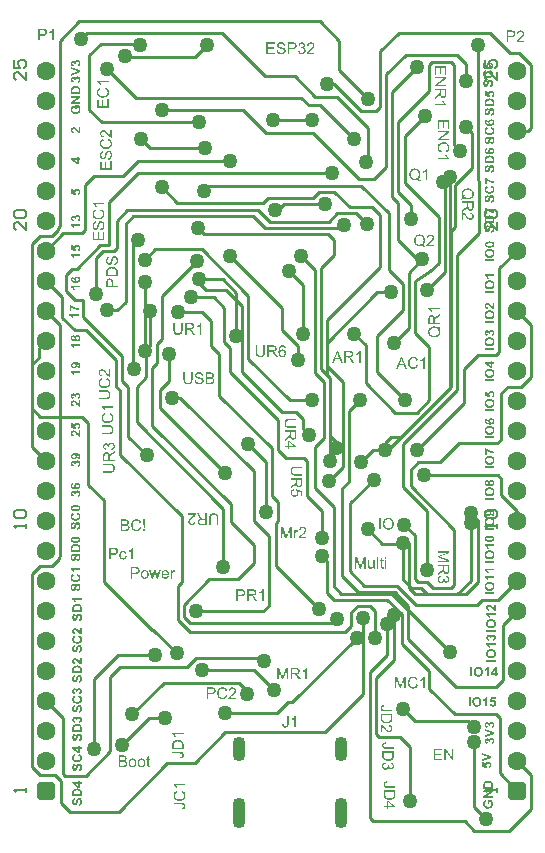
<source format=gbl>
G04*
G04 #@! TF.GenerationSoftware,Altium Limited,Altium Designer,23.1.1 (15)*
G04*
G04 Layer_Physical_Order=2*
G04 Layer_Color=16711680*
%FSLAX44Y44*%
%MOMM*%
G71*
G04*
G04 #@! TF.SameCoordinates,41D86B32-BED1-46DB-A61E-0691954F4559*
G04*
G04*
G04 #@! TF.FilePolarity,Positive*
G04*
G01*
G75*
G04:AMPARAMS|DCode=57|XSize=1.1mm|YSize=2.6mm|CornerRadius=0.55mm|HoleSize=0mm|Usage=FLASHONLY|Rotation=0.000|XOffset=0mm|YOffset=0mm|HoleType=Round|Shape=RoundedRectangle|*
%AMROUNDEDRECTD57*
21,1,1.1000,1.5000,0,0,0.0*
21,1,0.0000,2.6000,0,0,0.0*
1,1,1.1000,0.0000,-0.7500*
1,1,1.1000,0.0000,-0.7500*
1,1,1.1000,0.0000,0.7500*
1,1,1.1000,0.0000,0.7500*
%
%ADD57ROUNDEDRECTD57*%
G04:AMPARAMS|DCode=58|XSize=1.1mm|YSize=2.1mm|CornerRadius=0.55mm|HoleSize=0mm|Usage=FLASHONLY|Rotation=0.000|XOffset=0mm|YOffset=0mm|HoleType=Round|Shape=RoundedRectangle|*
%AMROUNDEDRECTD58*
21,1,1.1000,1.0000,0,0,0.0*
21,1,0.0000,2.1000,0,0,0.0*
1,1,1.1000,0.0000,-0.5000*
1,1,1.1000,0.0000,-0.5000*
1,1,1.1000,0.0000,0.5000*
1,1,1.1000,0.0000,0.5000*
%
%ADD58ROUNDEDRECTD58*%
%ADD62C,0.2540*%
%ADD63C,1.6000*%
G04:AMPARAMS|DCode=64|XSize=1.6mm|YSize=1.6mm|CornerRadius=0.4mm|HoleSize=0mm|Usage=FLASHONLY|Rotation=90.000|XOffset=0mm|YOffset=0mm|HoleType=Round|Shape=RoundedRectangle|*
%AMROUNDEDRECTD64*
21,1,1.6000,0.8000,0,0,90.0*
21,1,0.8000,1.6000,0,0,90.0*
1,1,0.8000,0.4000,0.4000*
1,1,0.8000,0.4000,-0.4000*
1,1,0.8000,-0.4000,-0.4000*
1,1,0.8000,-0.4000,0.4000*
%
%ADD64ROUNDEDRECTD64*%
%ADD65C,1.2700*%
%ADD66C,0.1524*%
G36*
X1214039Y540011D02*
X1211138D01*
X1210895Y538647D01*
X1210907D01*
X1210919Y538658D01*
X1210988Y538693D01*
X1211092Y538728D01*
X1211219Y538786D01*
X1211381Y538832D01*
X1211554Y538867D01*
X1211751Y538901D01*
X1211947Y538913D01*
X1212051D01*
X1212120Y538901D01*
X1212201Y538890D01*
X1212305Y538878D01*
X1212421Y538855D01*
X1212548Y538820D01*
X1212814Y538728D01*
X1212964Y538670D01*
X1213103Y538601D01*
X1213253Y538508D01*
X1213403Y538404D01*
X1213542Y538289D01*
X1213681Y538162D01*
X1213692Y538150D01*
X1213715Y538127D01*
X1213750Y538081D01*
X1213796Y538023D01*
X1213842Y537953D01*
X1213912Y537861D01*
X1213969Y537757D01*
X1214039Y537641D01*
X1214108Y537514D01*
X1214166Y537364D01*
X1214235Y537202D01*
X1214281Y537040D01*
X1214328Y536856D01*
X1214362Y536659D01*
X1214386Y536451D01*
X1214397Y536231D01*
Y536220D01*
Y536185D01*
Y536139D01*
X1214386Y536070D01*
Y535977D01*
X1214362Y535873D01*
X1214351Y535758D01*
X1214328Y535642D01*
X1214258Y535365D01*
X1214154Y535064D01*
X1214085Y534902D01*
X1214016Y534752D01*
X1213923Y534602D01*
X1213819Y534452D01*
X1213808Y534440D01*
X1213785Y534406D01*
X1213738Y534359D01*
X1213681Y534290D01*
X1213600Y534209D01*
X1213496Y534117D01*
X1213380Y534024D01*
X1213253Y533932D01*
X1213103Y533828D01*
X1212941Y533735D01*
X1212768Y533643D01*
X1212571Y533562D01*
X1212363Y533493D01*
X1212143Y533446D01*
X1211901Y533412D01*
X1211646Y533400D01*
X1211543D01*
X1211462Y533412D01*
X1211369Y533423D01*
X1211254Y533435D01*
X1211138Y533446D01*
X1210999Y533469D01*
X1210722Y533539D01*
X1210410Y533654D01*
X1210260Y533712D01*
X1210109Y533793D01*
X1209971Y533885D01*
X1209832Y533989D01*
X1209820Y534001D01*
X1209797Y534012D01*
X1209763Y534047D01*
X1209716Y534093D01*
X1209670Y534163D01*
X1209601Y534232D01*
X1209543Y534313D01*
X1209474Y534406D01*
X1209393Y534521D01*
X1209324Y534637D01*
X1209196Y534914D01*
X1209081Y535226D01*
X1209046Y535399D01*
X1209012Y535584D01*
X1210537Y535746D01*
Y535723D01*
X1210549Y535665D01*
X1210572Y535561D01*
X1210606Y535446D01*
X1210653Y535318D01*
X1210722Y535180D01*
X1210814Y535053D01*
X1210919Y534925D01*
X1210930Y534914D01*
X1210976Y534879D01*
X1211046Y534833D01*
X1211138Y534775D01*
X1211242Y534717D01*
X1211369Y534671D01*
X1211519Y534637D01*
X1211670Y534625D01*
X1211693D01*
X1211751Y534637D01*
X1211843Y534648D01*
X1211959Y534671D01*
X1212086Y534717D01*
X1212224Y534787D01*
X1212363Y534891D01*
X1212490Y535018D01*
X1212502Y535041D01*
X1212548Y535087D01*
X1212594Y535180D01*
X1212664Y535318D01*
X1212721Y535480D01*
X1212779Y535677D01*
X1212814Y535919D01*
X1212825Y536197D01*
Y536208D01*
Y536231D01*
Y536266D01*
Y536324D01*
X1212814Y536451D01*
X1212779Y536613D01*
X1212745Y536798D01*
X1212687Y536983D01*
X1212606Y537156D01*
X1212490Y537306D01*
X1212479Y537318D01*
X1212432Y537364D01*
X1212352Y537422D01*
X1212259Y537503D01*
X1212132Y537572D01*
X1211982Y537630D01*
X1211808Y537676D01*
X1211623Y537688D01*
X1211554D01*
X1211508Y537676D01*
X1211392Y537653D01*
X1211230Y537618D01*
X1211046Y537549D01*
X1210849Y537445D01*
X1210745Y537376D01*
X1210641Y537295D01*
X1210537Y537202D01*
X1210433Y537098D01*
X1209196Y537272D01*
X1209982Y541444D01*
X1214039D01*
Y540011D01*
D02*
G37*
G36*
X1206689Y533550D02*
X1205152D01*
Y539340D01*
X1205140Y539329D01*
X1205117Y539306D01*
X1205071Y539271D01*
X1205001Y539213D01*
X1204920Y539144D01*
X1204828Y539075D01*
X1204712Y538994D01*
X1204585Y538901D01*
X1204446Y538809D01*
X1204296Y538716D01*
X1204135Y538612D01*
X1203961Y538520D01*
X1203591Y538346D01*
X1203175Y538185D01*
Y539571D01*
X1203187D01*
X1203198Y539583D01*
X1203233Y539595D01*
X1203279Y539606D01*
X1203395Y539664D01*
X1203557Y539733D01*
X1203753Y539826D01*
X1203973Y539953D01*
X1204215Y540115D01*
X1204470Y540299D01*
X1204481Y540311D01*
X1204504Y540323D01*
X1204539Y540357D01*
X1204585Y540404D01*
X1204712Y540519D01*
X1204851Y540669D01*
X1205013Y540854D01*
X1205175Y541085D01*
X1205325Y541328D01*
X1205440Y541594D01*
X1206689D01*
Y533550D01*
D02*
G37*
G36*
X1192878D02*
X1191260D01*
Y541548D01*
X1192878D01*
Y533550D01*
D02*
G37*
G36*
X1198125Y541686D02*
X1198240D01*
X1198391Y541663D01*
X1198564Y541640D01*
X1198761Y541605D01*
X1198969Y541559D01*
X1199188Y541502D01*
X1199419Y541432D01*
X1199650Y541340D01*
X1199893Y541236D01*
X1200124Y541109D01*
X1200355Y540958D01*
X1200575Y540785D01*
X1200783Y540588D01*
X1200795Y540577D01*
X1200829Y540542D01*
X1200887Y540473D01*
X1200945Y540392D01*
X1201026Y540276D01*
X1201118Y540138D01*
X1201211Y539976D01*
X1201315Y539791D01*
X1201419Y539595D01*
X1201511Y539363D01*
X1201603Y539109D01*
X1201684Y538843D01*
X1201754Y538543D01*
X1201800Y538231D01*
X1201835Y537896D01*
X1201846Y537537D01*
Y537514D01*
Y537457D01*
X1201835Y537352D01*
Y537214D01*
X1201812Y537052D01*
X1201788Y536867D01*
X1201754Y536647D01*
X1201719Y536428D01*
X1201661Y536185D01*
X1201592Y535931D01*
X1201499Y535677D01*
X1201395Y535423D01*
X1201280Y535180D01*
X1201130Y534937D01*
X1200968Y534706D01*
X1200783Y534486D01*
X1200771Y534475D01*
X1200737Y534440D01*
X1200679Y534382D01*
X1200586Y534313D01*
X1200482Y534232D01*
X1200355Y534140D01*
X1200205Y534047D01*
X1200043Y533943D01*
X1199847Y533839D01*
X1199639Y533747D01*
X1199408Y533654D01*
X1199153Y533573D01*
X1198888Y533504D01*
X1198599Y533446D01*
X1198298Y533412D01*
X1197975Y533400D01*
X1197894D01*
X1197801Y533412D01*
X1197686Y533423D01*
X1197535Y533435D01*
X1197362Y533458D01*
X1197166Y533493D01*
X1196958Y533539D01*
X1196727Y533596D01*
X1196507Y533666D01*
X1196264Y533758D01*
X1196033Y533862D01*
X1195790Y533978D01*
X1195571Y534128D01*
X1195351Y534290D01*
X1195143Y534486D01*
X1195132Y534498D01*
X1195097Y534533D01*
X1195051Y534602D01*
X1194981Y534683D01*
X1194901Y534798D01*
X1194808Y534937D01*
X1194715Y535087D01*
X1194623Y535272D01*
X1194519Y535469D01*
X1194427Y535700D01*
X1194334Y535942D01*
X1194253Y536208D01*
X1194184Y536497D01*
X1194138Y536809D01*
X1194103Y537145D01*
X1194091Y537491D01*
Y537503D01*
Y537549D01*
Y537607D01*
X1194103Y537699D01*
Y537803D01*
X1194115Y537919D01*
X1194126Y538058D01*
X1194138Y538208D01*
X1194184Y538531D01*
X1194242Y538878D01*
X1194334Y539225D01*
X1194450Y539548D01*
Y539560D01*
X1194461Y539571D01*
X1194484Y539606D01*
X1194496Y539652D01*
X1194565Y539768D01*
X1194646Y539918D01*
X1194750Y540092D01*
X1194877Y540265D01*
X1195028Y540461D01*
X1195189Y540646D01*
X1195201Y540658D01*
X1195212Y540669D01*
X1195270Y540727D01*
X1195374Y540820D01*
X1195501Y540924D01*
X1195652Y541039D01*
X1195825Y541166D01*
X1196021Y541282D01*
X1196229Y541374D01*
X1196241D01*
X1196264Y541386D01*
X1196310Y541409D01*
X1196368Y541421D01*
X1196438Y541455D01*
X1196518Y541478D01*
X1196622Y541502D01*
X1196727Y541536D01*
X1196981Y541594D01*
X1197270Y541652D01*
X1197605Y541686D01*
X1197952Y541698D01*
X1198032D01*
X1198125Y541686D01*
D02*
G37*
G36*
X1209071Y699983D02*
X1209256Y699971D01*
X1209464Y699948D01*
X1209683Y699925D01*
X1209926Y699891D01*
X1210192Y699844D01*
X1210446Y699798D01*
X1210712Y699729D01*
X1210978Y699648D01*
X1211220Y699555D01*
X1211463Y699440D01*
X1211683Y699324D01*
X1211879Y699174D01*
X1211891Y699162D01*
X1211925Y699139D01*
X1211972Y699093D01*
X1212029Y699024D01*
X1212099Y698943D01*
X1212191Y698850D01*
X1212272Y698735D01*
X1212365Y698608D01*
X1212457Y698469D01*
X1212538Y698307D01*
X1212619Y698134D01*
X1212700Y697949D01*
X1212757Y697741D01*
X1212804Y697533D01*
X1212838Y697313D01*
X1212850Y697071D01*
Y696978D01*
X1212838Y696920D01*
Y696840D01*
X1212827Y696747D01*
X1212792Y696527D01*
X1212723Y696285D01*
X1212642Y696042D01*
X1212515Y695788D01*
X1212446Y695672D01*
X1212353Y695557D01*
X1212341Y695545D01*
X1212330Y695534D01*
X1212295Y695499D01*
X1212261Y695464D01*
X1212203Y695418D01*
X1212145Y695360D01*
X1212064Y695314D01*
X1211983Y695245D01*
X1211879Y695187D01*
X1211775Y695117D01*
X1211648Y695060D01*
X1211509Y695002D01*
X1211371Y694944D01*
X1211209Y694898D01*
X1211047Y694852D01*
X1210862Y694817D01*
X1210689Y696296D01*
X1210712D01*
X1210770Y696308D01*
X1210851Y696319D01*
X1210943Y696354D01*
X1211059Y696389D01*
X1211174Y696435D01*
X1211278Y696493D01*
X1211371Y696574D01*
X1211382Y696585D01*
X1211405Y696620D01*
X1211440Y696666D01*
X1211475Y696736D01*
X1211509Y696828D01*
X1211544Y696920D01*
X1211567Y697048D01*
X1211579Y697175D01*
Y697198D01*
X1211567Y697255D01*
X1211556Y697336D01*
X1211521Y697452D01*
X1211475Y697579D01*
X1211394Y697706D01*
X1211290Y697845D01*
X1211151Y697972D01*
X1211128Y697984D01*
X1211105Y698007D01*
X1211059Y698030D01*
X1211012Y698053D01*
X1210943Y698088D01*
X1210862Y698111D01*
X1210758Y698157D01*
X1210643Y698192D01*
X1210515Y698226D01*
X1210365Y698261D01*
X1210203Y698296D01*
X1210018Y698330D01*
X1209810Y698353D01*
X1209579Y698377D01*
X1209337Y698400D01*
X1209348Y698388D01*
X1209360Y698377D01*
X1209394Y698342D01*
X1209441Y698296D01*
X1209487Y698238D01*
X1209545Y698168D01*
X1209672Y698007D01*
X1209799Y697799D01*
X1209903Y697544D01*
X1209949Y697406D01*
X1209972Y697267D01*
X1209995Y697117D01*
X1210007Y696955D01*
Y696863D01*
X1209995Y696793D01*
X1209984Y696712D01*
X1209972Y696620D01*
X1209914Y696400D01*
X1209834Y696146D01*
X1209764Y696019D01*
X1209695Y695880D01*
X1209614Y695742D01*
X1209521Y695603D01*
X1209406Y695464D01*
X1209279Y695337D01*
X1209267Y695325D01*
X1209244Y695302D01*
X1209198Y695279D01*
X1209152Y695233D01*
X1209071Y695175D01*
X1208990Y695117D01*
X1208886Y695060D01*
X1208770Y695002D01*
X1208643Y694933D01*
X1208493Y694875D01*
X1208343Y694817D01*
X1208169Y694759D01*
X1207996Y694713D01*
X1207800Y694690D01*
X1207591Y694667D01*
X1207383Y694655D01*
X1207372D01*
X1207326D01*
X1207268D01*
X1207176Y694667D01*
X1207071Y694678D01*
X1206956Y694690D01*
X1206817Y694713D01*
X1206678Y694748D01*
X1206367Y694829D01*
X1206193Y694886D01*
X1206031Y694956D01*
X1205870Y695037D01*
X1205708Y695141D01*
X1205557Y695245D01*
X1205407Y695372D01*
X1205396Y695383D01*
X1205373Y695406D01*
X1205338Y695441D01*
X1205292Y695499D01*
X1205234Y695580D01*
X1205164Y695661D01*
X1205107Y695765D01*
X1205026Y695880D01*
X1204957Y695996D01*
X1204899Y696146D01*
X1204829Y696296D01*
X1204772Y696458D01*
X1204725Y696631D01*
X1204691Y696816D01*
X1204668Y697001D01*
X1204656Y697209D01*
Y697267D01*
X1204668Y697325D01*
Y697417D01*
X1204679Y697521D01*
X1204702Y697637D01*
X1204737Y697776D01*
X1204772Y697914D01*
X1204829Y698076D01*
X1204887Y698238D01*
X1204968Y698400D01*
X1205061Y698573D01*
X1205164Y698735D01*
X1205292Y698897D01*
X1205442Y699058D01*
X1205604Y699209D01*
X1205615Y699220D01*
X1205650Y699243D01*
X1205708Y699278D01*
X1205789Y699336D01*
X1205893Y699394D01*
X1206020Y699463D01*
X1206170Y699532D01*
X1206343Y699602D01*
X1206551Y699671D01*
X1206783Y699752D01*
X1207037Y699810D01*
X1207314Y699867D01*
X1207626Y699925D01*
X1207961Y699960D01*
X1208320Y699983D01*
X1208712Y699995D01*
X1208724D01*
X1208736D01*
X1208770D01*
X1208805D01*
X1208921D01*
X1209071Y699983D01*
D02*
G37*
G36*
X1208897Y693835D02*
X1209036D01*
X1209198Y693811D01*
X1209383Y693788D01*
X1209602Y693754D01*
X1209822Y693719D01*
X1210065Y693661D01*
X1210319Y693592D01*
X1210573Y693500D01*
X1210827Y693395D01*
X1211070Y693280D01*
X1211313Y693130D01*
X1211544Y692968D01*
X1211764Y692783D01*
X1211775Y692771D01*
X1211810Y692737D01*
X1211868Y692679D01*
X1211937Y692587D01*
X1212018Y692483D01*
X1212110Y692355D01*
X1212203Y692205D01*
X1212307Y692043D01*
X1212411Y691847D01*
X1212503Y691639D01*
X1212596Y691408D01*
X1212677Y691153D01*
X1212746Y690888D01*
X1212804Y690599D01*
X1212838Y690298D01*
X1212850Y689975D01*
Y689894D01*
X1212838Y689801D01*
X1212827Y689686D01*
X1212815Y689536D01*
X1212792Y689362D01*
X1212757Y689166D01*
X1212711Y688958D01*
X1212654Y688727D01*
X1212584Y688507D01*
X1212492Y688264D01*
X1212388Y688033D01*
X1212272Y687790D01*
X1212122Y687571D01*
X1211960Y687351D01*
X1211764Y687143D01*
X1211752Y687132D01*
X1211717Y687097D01*
X1211648Y687051D01*
X1211567Y686981D01*
X1211452Y686900D01*
X1211313Y686808D01*
X1211163Y686715D01*
X1210978Y686623D01*
X1210781Y686519D01*
X1210550Y686427D01*
X1210307Y686334D01*
X1210042Y686253D01*
X1209753Y686184D01*
X1209441Y686138D01*
X1209106Y686103D01*
X1208759Y686092D01*
X1208747D01*
X1208701D01*
X1208643D01*
X1208551Y686103D01*
X1208447D01*
X1208331Y686115D01*
X1208193Y686126D01*
X1208042Y686138D01*
X1207719Y686184D01*
X1207372Y686242D01*
X1207025Y686334D01*
X1206702Y686450D01*
X1206690D01*
X1206678Y686461D01*
X1206644Y686484D01*
X1206598Y686496D01*
X1206482Y686565D01*
X1206332Y686646D01*
X1206158Y686750D01*
X1205985Y686877D01*
X1205789Y687028D01*
X1205604Y687189D01*
X1205592Y687201D01*
X1205581Y687213D01*
X1205523Y687270D01*
X1205430Y687374D01*
X1205326Y687501D01*
X1205211Y687652D01*
X1205084Y687825D01*
X1204968Y688021D01*
X1204876Y688230D01*
Y688241D01*
X1204864Y688264D01*
X1204841Y688310D01*
X1204829Y688368D01*
X1204795Y688438D01*
X1204772Y688518D01*
X1204749Y688622D01*
X1204714Y688727D01*
X1204656Y688981D01*
X1204598Y689270D01*
X1204564Y689605D01*
X1204552Y689951D01*
Y690032D01*
X1204564Y690125D01*
Y690240D01*
X1204587Y690391D01*
X1204610Y690564D01*
X1204644Y690760D01*
X1204691Y690968D01*
X1204749Y691188D01*
X1204818Y691419D01*
X1204910Y691650D01*
X1205014Y691893D01*
X1205141Y692124D01*
X1205292Y692355D01*
X1205465Y692575D01*
X1205661Y692783D01*
X1205673Y692794D01*
X1205708Y692829D01*
X1205777Y692887D01*
X1205858Y692945D01*
X1205974Y693026D01*
X1206112Y693118D01*
X1206274Y693211D01*
X1206459Y693315D01*
X1206655Y693419D01*
X1206887Y693511D01*
X1207141Y693604D01*
X1207407Y693684D01*
X1207707Y693754D01*
X1208019Y693800D01*
X1208354Y693835D01*
X1208712Y693846D01*
X1208736D01*
X1208793D01*
X1208897Y693835D01*
D02*
G37*
G36*
X1212700Y683260D02*
X1204702D01*
Y684878D01*
X1212700D01*
Y683260D01*
D02*
G37*
G36*
X1210538Y725406D02*
X1210631Y725395D01*
X1210747Y725383D01*
X1210862Y725360D01*
X1210989Y725325D01*
X1211278Y725244D01*
X1211428Y725186D01*
X1211579Y725117D01*
X1211729Y725036D01*
X1211879Y724932D01*
X1212018Y724828D01*
X1212157Y724701D01*
X1212168Y724690D01*
X1212191Y724666D01*
X1212226Y724632D01*
X1212261Y724574D01*
X1212318Y724505D01*
X1212376Y724412D01*
X1212434Y724320D01*
X1212503Y724204D01*
X1212573Y724077D01*
X1212630Y723927D01*
X1212688Y723777D01*
X1212746Y723615D01*
X1212781Y723430D01*
X1212815Y723233D01*
X1212838Y723037D01*
X1212850Y722817D01*
Y722713D01*
X1212838Y722632D01*
X1212827Y722540D01*
X1212815Y722436D01*
X1212804Y722320D01*
X1212781Y722182D01*
X1212711Y721893D01*
X1212607Y721592D01*
X1212550Y721442D01*
X1212469Y721292D01*
X1212388Y721142D01*
X1212284Y721003D01*
X1212272Y720991D01*
X1212249Y720968D01*
X1212214Y720922D01*
X1212157Y720864D01*
X1212087Y720806D01*
X1212006Y720737D01*
X1211902Y720656D01*
X1211798Y720575D01*
X1211671Y720494D01*
X1211533Y720414D01*
X1211382Y720344D01*
X1211209Y720286D01*
X1211036Y720229D01*
X1210839Y720182D01*
X1210643Y720159D01*
X1210423Y720148D01*
X1210411D01*
X1210388D01*
X1210354D01*
X1210307D01*
X1210180Y720159D01*
X1210030Y720182D01*
X1209845Y720229D01*
X1209637Y720275D01*
X1209429Y720356D01*
X1209221Y720460D01*
X1209210D01*
X1209198Y720471D01*
X1209129Y720518D01*
X1209036Y720598D01*
X1208909Y720714D01*
X1208770Y720853D01*
X1208632Y721026D01*
X1208504Y721234D01*
X1208377Y721477D01*
Y721465D01*
X1208366Y721454D01*
X1208331Y721384D01*
X1208273Y721280D01*
X1208204Y721153D01*
X1208100Y721003D01*
X1207984Y720864D01*
X1207846Y720725D01*
X1207695Y720610D01*
X1207672Y720598D01*
X1207615Y720564D01*
X1207534Y720529D01*
X1207407Y720483D01*
X1207268Y720425D01*
X1207095Y720390D01*
X1206921Y720356D01*
X1206725Y720344D01*
X1206713D01*
X1206690D01*
X1206644D01*
X1206574Y720356D01*
X1206505Y720367D01*
X1206413Y720379D01*
X1206205Y720425D01*
X1205974Y720494D01*
X1205719Y720610D01*
X1205604Y720679D01*
X1205477Y720760D01*
X1205361Y720864D01*
X1205245Y720968D01*
X1205234Y720980D01*
X1205222Y721003D01*
X1205188Y721038D01*
X1205153Y721084D01*
X1205107Y721153D01*
X1205061Y721223D01*
X1205003Y721315D01*
X1204945Y721431D01*
X1204899Y721546D01*
X1204841Y721673D01*
X1204795Y721823D01*
X1204749Y721985D01*
X1204714Y722159D01*
X1204679Y722344D01*
X1204668Y722540D01*
X1204656Y722748D01*
Y722864D01*
X1204668Y722933D01*
X1204679Y723037D01*
X1204691Y723141D01*
X1204702Y723268D01*
X1204725Y723395D01*
X1204795Y723684D01*
X1204899Y723985D01*
X1204968Y724123D01*
X1205049Y724274D01*
X1205141Y724401D01*
X1205245Y724528D01*
X1205257Y724539D01*
X1205269Y724551D01*
X1205303Y724585D01*
X1205350Y724632D01*
X1205407Y724678D01*
X1205477Y724724D01*
X1205650Y724851D01*
X1205870Y724967D01*
X1206112Y725059D01*
X1206401Y725140D01*
X1206563Y725152D01*
X1206725Y725163D01*
X1206736D01*
X1206748D01*
X1206817D01*
X1206921Y725152D01*
X1207060Y725129D01*
X1207210Y725094D01*
X1207372Y725036D01*
X1207545Y724967D01*
X1207719Y724863D01*
X1207742Y724851D01*
X1207788Y724805D01*
X1207869Y724747D01*
X1207961Y724655D01*
X1208077Y724539D01*
X1208181Y724401D01*
X1208285Y724239D01*
X1208377Y724054D01*
Y724065D01*
X1208389Y724089D01*
X1208400Y724123D01*
X1208424Y724169D01*
X1208493Y724285D01*
X1208585Y724435D01*
X1208689Y724597D01*
X1208828Y724771D01*
X1208990Y724932D01*
X1209175Y725071D01*
X1209198Y725082D01*
X1209267Y725129D01*
X1209371Y725186D01*
X1209510Y725244D01*
X1209683Y725314D01*
X1209891Y725360D01*
X1210111Y725406D01*
X1210354Y725418D01*
X1210365D01*
X1210400D01*
X1210458D01*
X1210538Y725406D01*
D02*
G37*
G36*
X1208897Y719235D02*
X1209036D01*
X1209198Y719212D01*
X1209383Y719188D01*
X1209602Y719154D01*
X1209822Y719119D01*
X1210065Y719061D01*
X1210319Y718992D01*
X1210573Y718900D01*
X1210827Y718795D01*
X1211070Y718680D01*
X1211313Y718530D01*
X1211544Y718368D01*
X1211764Y718183D01*
X1211775Y718171D01*
X1211810Y718137D01*
X1211868Y718079D01*
X1211937Y717987D01*
X1212018Y717883D01*
X1212110Y717755D01*
X1212203Y717605D01*
X1212307Y717443D01*
X1212411Y717247D01*
X1212503Y717039D01*
X1212596Y716808D01*
X1212677Y716553D01*
X1212746Y716288D01*
X1212804Y715999D01*
X1212838Y715698D01*
X1212850Y715375D01*
Y715294D01*
X1212838Y715201D01*
X1212827Y715086D01*
X1212815Y714936D01*
X1212792Y714762D01*
X1212757Y714566D01*
X1212711Y714358D01*
X1212654Y714127D01*
X1212584Y713907D01*
X1212492Y713664D01*
X1212388Y713433D01*
X1212272Y713190D01*
X1212122Y712971D01*
X1211960Y712751D01*
X1211764Y712543D01*
X1211752Y712532D01*
X1211717Y712497D01*
X1211648Y712451D01*
X1211567Y712381D01*
X1211452Y712300D01*
X1211313Y712208D01*
X1211163Y712115D01*
X1210978Y712023D01*
X1210781Y711919D01*
X1210550Y711827D01*
X1210307Y711734D01*
X1210042Y711653D01*
X1209753Y711584D01*
X1209441Y711538D01*
X1209106Y711503D01*
X1208759Y711491D01*
X1208747D01*
X1208701D01*
X1208643D01*
X1208551Y711503D01*
X1208447D01*
X1208331Y711515D01*
X1208193Y711526D01*
X1208042Y711538D01*
X1207719Y711584D01*
X1207372Y711642D01*
X1207025Y711734D01*
X1206702Y711850D01*
X1206690D01*
X1206678Y711861D01*
X1206644Y711884D01*
X1206598Y711896D01*
X1206482Y711965D01*
X1206332Y712046D01*
X1206158Y712150D01*
X1205985Y712277D01*
X1205789Y712428D01*
X1205604Y712589D01*
X1205592Y712601D01*
X1205581Y712613D01*
X1205523Y712670D01*
X1205430Y712774D01*
X1205326Y712901D01*
X1205211Y713052D01*
X1205084Y713225D01*
X1204968Y713421D01*
X1204876Y713630D01*
Y713641D01*
X1204864Y713664D01*
X1204841Y713710D01*
X1204829Y713768D01*
X1204795Y713838D01*
X1204772Y713918D01*
X1204749Y714022D01*
X1204714Y714127D01*
X1204656Y714381D01*
X1204598Y714670D01*
X1204564Y715005D01*
X1204552Y715351D01*
Y715432D01*
X1204564Y715525D01*
Y715640D01*
X1204587Y715791D01*
X1204610Y715964D01*
X1204644Y716161D01*
X1204691Y716368D01*
X1204749Y716588D01*
X1204818Y716819D01*
X1204910Y717050D01*
X1205014Y717293D01*
X1205141Y717524D01*
X1205292Y717755D01*
X1205465Y717975D01*
X1205661Y718183D01*
X1205673Y718195D01*
X1205708Y718229D01*
X1205777Y718287D01*
X1205858Y718345D01*
X1205974Y718426D01*
X1206112Y718518D01*
X1206274Y718611D01*
X1206459Y718715D01*
X1206655Y718819D01*
X1206887Y718911D01*
X1207141Y719004D01*
X1207407Y719084D01*
X1207707Y719154D01*
X1208019Y719200D01*
X1208354Y719235D01*
X1208712Y719246D01*
X1208736D01*
X1208793D01*
X1208897Y719235D01*
D02*
G37*
G36*
X1212700Y708660D02*
X1204702D01*
Y710278D01*
X1212700D01*
Y708660D01*
D02*
G37*
G36*
X1205927Y752076D02*
X1205950Y752053D01*
X1205985Y752018D01*
X1206031Y751972D01*
X1206101Y751914D01*
X1206182Y751845D01*
X1206274Y751764D01*
X1206390Y751672D01*
X1206517Y751579D01*
X1206655Y751475D01*
X1206806Y751360D01*
X1206967Y751244D01*
X1207152Y751128D01*
X1207337Y751013D01*
X1207545Y750886D01*
X1207765Y750759D01*
X1207776Y750747D01*
X1207823Y750724D01*
X1207880Y750689D01*
X1207973Y750643D01*
X1208077Y750597D01*
X1208216Y750527D01*
X1208366Y750458D01*
X1208528Y750377D01*
X1208712Y750296D01*
X1208909Y750215D01*
X1209117Y750123D01*
X1209337Y750042D01*
X1209810Y749880D01*
X1210307Y749730D01*
X1210319D01*
X1210365Y749718D01*
X1210434Y749695D01*
X1210538Y749672D01*
X1210654Y749649D01*
X1210781Y749626D01*
X1210943Y749591D01*
X1211105Y749557D01*
X1211290Y749522D01*
X1211475Y749499D01*
X1211879Y749441D01*
X1212295Y749406D01*
X1212700Y749395D01*
Y747916D01*
X1212677D01*
X1212630D01*
X1212538Y747927D01*
X1212411D01*
X1212261Y747939D01*
X1212087Y747962D01*
X1211879Y747985D01*
X1211660Y748020D01*
X1211417Y748054D01*
X1211151Y748101D01*
X1210874Y748158D01*
X1210573Y748216D01*
X1210273Y748297D01*
X1209961Y748378D01*
X1209649Y748482D01*
X1209325Y748597D01*
X1209302Y748609D01*
X1209244Y748632D01*
X1209152Y748667D01*
X1209036Y748713D01*
X1208886Y748782D01*
X1208701Y748863D01*
X1208504Y748956D01*
X1208285Y749060D01*
X1208054Y749175D01*
X1207811Y749302D01*
X1207545Y749441D01*
X1207291Y749603D01*
X1206748Y749938D01*
X1206228Y750319D01*
Y746841D01*
X1204806D01*
Y752088D01*
X1205916D01*
X1205927Y752076D01*
D02*
G37*
G36*
X1208897Y745905D02*
X1209036D01*
X1209198Y745882D01*
X1209383Y745858D01*
X1209602Y745824D01*
X1209822Y745789D01*
X1210065Y745731D01*
X1210319Y745662D01*
X1210573Y745570D01*
X1210827Y745465D01*
X1211070Y745350D01*
X1211313Y745200D01*
X1211544Y745038D01*
X1211764Y744853D01*
X1211775Y744841D01*
X1211810Y744807D01*
X1211868Y744749D01*
X1211937Y744657D01*
X1212018Y744553D01*
X1212110Y744425D01*
X1212203Y744275D01*
X1212307Y744113D01*
X1212411Y743917D01*
X1212503Y743709D01*
X1212596Y743478D01*
X1212677Y743223D01*
X1212746Y742958D01*
X1212804Y742669D01*
X1212838Y742368D01*
X1212850Y742045D01*
Y741964D01*
X1212838Y741871D01*
X1212827Y741756D01*
X1212815Y741606D01*
X1212792Y741432D01*
X1212757Y741236D01*
X1212711Y741028D01*
X1212654Y740797D01*
X1212584Y740577D01*
X1212492Y740334D01*
X1212388Y740103D01*
X1212272Y739860D01*
X1212122Y739641D01*
X1211960Y739421D01*
X1211764Y739213D01*
X1211752Y739202D01*
X1211717Y739167D01*
X1211648Y739121D01*
X1211567Y739051D01*
X1211452Y738970D01*
X1211313Y738878D01*
X1211163Y738785D01*
X1210978Y738693D01*
X1210781Y738589D01*
X1210550Y738497D01*
X1210307Y738404D01*
X1210042Y738323D01*
X1209753Y738254D01*
X1209441Y738208D01*
X1209106Y738173D01*
X1208759Y738161D01*
X1208747D01*
X1208701D01*
X1208643D01*
X1208551Y738173D01*
X1208447D01*
X1208331Y738185D01*
X1208193Y738196D01*
X1208042Y738208D01*
X1207719Y738254D01*
X1207372Y738312D01*
X1207025Y738404D01*
X1206702Y738520D01*
X1206690D01*
X1206678Y738531D01*
X1206644Y738554D01*
X1206598Y738566D01*
X1206482Y738635D01*
X1206332Y738716D01*
X1206158Y738820D01*
X1205985Y738947D01*
X1205789Y739098D01*
X1205604Y739259D01*
X1205592Y739271D01*
X1205581Y739283D01*
X1205523Y739340D01*
X1205430Y739444D01*
X1205326Y739571D01*
X1205211Y739722D01*
X1205084Y739895D01*
X1204968Y740091D01*
X1204876Y740300D01*
Y740311D01*
X1204864Y740334D01*
X1204841Y740380D01*
X1204829Y740438D01*
X1204795Y740508D01*
X1204772Y740588D01*
X1204749Y740692D01*
X1204714Y740797D01*
X1204656Y741051D01*
X1204598Y741340D01*
X1204564Y741675D01*
X1204552Y742021D01*
Y742102D01*
X1204564Y742195D01*
Y742310D01*
X1204587Y742461D01*
X1204610Y742634D01*
X1204644Y742831D01*
X1204691Y743038D01*
X1204749Y743258D01*
X1204818Y743489D01*
X1204910Y743720D01*
X1205014Y743963D01*
X1205141Y744194D01*
X1205292Y744425D01*
X1205465Y744645D01*
X1205661Y744853D01*
X1205673Y744865D01*
X1205708Y744899D01*
X1205777Y744957D01*
X1205858Y745015D01*
X1205974Y745096D01*
X1206112Y745188D01*
X1206274Y745281D01*
X1206459Y745385D01*
X1206655Y745489D01*
X1206887Y745581D01*
X1207141Y745674D01*
X1207407Y745754D01*
X1207707Y745824D01*
X1208019Y745870D01*
X1208354Y745905D01*
X1208712Y745916D01*
X1208736D01*
X1208793D01*
X1208897Y745905D01*
D02*
G37*
G36*
X1212700Y735330D02*
X1204702D01*
Y736948D01*
X1212700D01*
Y735330D01*
D02*
G37*
G36*
X1210481Y852418D02*
X1210573Y852406D01*
X1210677Y852383D01*
X1210804Y852360D01*
X1210931Y852337D01*
X1211209Y852244D01*
X1211359Y852175D01*
X1211521Y852106D01*
X1211671Y852013D01*
X1211821Y851909D01*
X1211972Y851794D01*
X1212110Y851655D01*
X1212122Y851643D01*
X1212145Y851620D01*
X1212180Y851574D01*
X1212226Y851516D01*
X1212284Y851435D01*
X1212342Y851354D01*
X1212411Y851239D01*
X1212480Y851123D01*
X1212550Y850996D01*
X1212619Y850846D01*
X1212677Y850684D01*
X1212734Y850522D01*
X1212781Y850337D01*
X1212815Y850153D01*
X1212838Y849944D01*
X1212850Y849736D01*
Y849632D01*
X1212838Y849551D01*
X1212827Y849459D01*
X1212815Y849355D01*
X1212792Y849239D01*
X1212769Y849101D01*
X1212700Y848823D01*
X1212584Y848523D01*
X1212515Y848361D01*
X1212434Y848222D01*
X1212330Y848072D01*
X1212226Y847934D01*
X1212214Y847922D01*
X1212191Y847899D01*
X1212157Y847864D01*
X1212110Y847818D01*
X1212053Y847760D01*
X1211972Y847702D01*
X1211891Y847633D01*
X1211787Y847564D01*
X1211671Y847494D01*
X1211556Y847413D01*
X1211278Y847286D01*
X1210955Y847182D01*
X1210781Y847136D01*
X1210596Y847113D01*
X1210411Y848592D01*
X1210423D01*
X1210435D01*
X1210504Y848604D01*
X1210608Y848627D01*
X1210735Y848662D01*
X1210874Y848719D01*
X1211024Y848777D01*
X1211163Y848870D01*
X1211290Y848974D01*
X1211301Y848985D01*
X1211336Y849031D01*
X1211382Y849101D01*
X1211429Y849182D01*
X1211486Y849297D01*
X1211533Y849424D01*
X1211567Y849563D01*
X1211579Y849725D01*
Y849748D01*
X1211567Y849806D01*
X1211556Y849887D01*
X1211533Y850002D01*
X1211486Y850129D01*
X1211429Y850257D01*
X1211336Y850395D01*
X1211220Y850522D01*
X1211209Y850534D01*
X1211151Y850580D01*
X1211070Y850626D01*
X1210966Y850696D01*
X1210827Y850753D01*
X1210654Y850811D01*
X1210458Y850846D01*
X1210238Y850857D01*
X1210227D01*
X1210215D01*
X1210146D01*
X1210042Y850846D01*
X1209903Y850823D01*
X1209753Y850777D01*
X1209603Y850719D01*
X1209452Y850638D01*
X1209314Y850534D01*
X1209302Y850522D01*
X1209256Y850476D01*
X1209198Y850407D01*
X1209140Y850326D01*
X1209071Y850210D01*
X1209025Y850083D01*
X1208978Y849944D01*
X1208967Y849783D01*
Y849667D01*
X1208978Y849586D01*
X1208990Y849482D01*
X1209013Y849355D01*
X1209048Y849228D01*
X1209082Y849078D01*
X1207846Y849239D01*
Y849343D01*
X1207834Y849459D01*
X1207823Y849598D01*
X1207788Y849748D01*
X1207742Y849910D01*
X1207672Y850060D01*
X1207580Y850199D01*
X1207568Y850210D01*
X1207522Y850257D01*
X1207464Y850303D01*
X1207372Y850372D01*
X1207268Y850430D01*
X1207141Y850488D01*
X1206991Y850522D01*
X1206817Y850534D01*
X1206794D01*
X1206748D01*
X1206678Y850522D01*
X1206586Y850499D01*
X1206482Y850476D01*
X1206378Y850430D01*
X1206263Y850372D01*
X1206170Y850291D01*
X1206159Y850280D01*
X1206135Y850245D01*
X1206089Y850199D01*
X1206043Y850118D01*
X1206008Y850025D01*
X1205962Y849921D01*
X1205939Y849783D01*
X1205927Y849644D01*
Y849575D01*
X1205939Y849505D01*
X1205962Y849413D01*
X1205997Y849309D01*
X1206043Y849193D01*
X1206112Y849078D01*
X1206205Y848974D01*
X1206216Y848962D01*
X1206251Y848927D01*
X1206320Y848881D01*
X1206413Y848823D01*
X1206517Y848766D01*
X1206655Y848719D01*
X1206817Y848673D01*
X1207002Y848639D01*
X1206771Y847228D01*
X1206759D01*
X1206736Y847240D01*
X1206702D01*
X1206644Y847252D01*
X1206517Y847286D01*
X1206343Y847333D01*
X1206159Y847402D01*
X1205962Y847471D01*
X1205777Y847564D01*
X1205604Y847668D01*
X1205581Y847679D01*
X1205534Y847726D01*
X1205453Y847795D01*
X1205350Y847887D01*
X1205246Y848003D01*
X1205130Y848141D01*
X1205014Y848315D01*
X1204910Y848500D01*
Y848511D01*
X1204899Y848523D01*
X1204876Y848592D01*
X1204829Y848708D01*
X1204783Y848847D01*
X1204737Y849020D01*
X1204691Y849228D01*
X1204668Y849447D01*
X1204656Y849690D01*
Y849794D01*
X1204668Y849875D01*
X1204679Y849979D01*
X1204691Y850083D01*
X1204714Y850210D01*
X1204749Y850337D01*
X1204829Y850626D01*
X1204887Y850777D01*
X1204968Y850938D01*
X1205049Y851089D01*
X1205142Y851227D01*
X1205257Y851377D01*
X1205384Y851505D01*
X1205396Y851516D01*
X1205407Y851528D01*
X1205442Y851562D01*
X1205488Y851597D01*
X1205604Y851690D01*
X1205766Y851794D01*
X1205962Y851898D01*
X1206193Y851979D01*
X1206447Y852048D01*
X1206574Y852059D01*
X1206713Y852071D01*
X1206725D01*
X1206759D01*
X1206817Y852059D01*
X1206887Y852048D01*
X1206979Y852036D01*
X1207083Y852013D01*
X1207199Y851979D01*
X1207326Y851932D01*
X1207453Y851863D01*
X1207591Y851794D01*
X1207730Y851701D01*
X1207869Y851585D01*
X1208008Y851447D01*
X1208146Y851297D01*
X1208273Y851123D01*
X1208400Y850915D01*
Y850927D01*
X1208412Y850950D01*
Y850985D01*
X1208435Y851031D01*
X1208470Y851158D01*
X1208539Y851308D01*
X1208632Y851481D01*
X1208747Y851666D01*
X1208897Y851851D01*
X1209071Y852013D01*
X1209094Y852036D01*
X1209163Y852083D01*
X1209267Y852140D01*
X1209417Y852221D01*
X1209591Y852302D01*
X1209810Y852360D01*
X1210042Y852406D01*
X1210307Y852429D01*
X1210319D01*
X1210354D01*
X1210411D01*
X1210481Y852418D01*
D02*
G37*
G36*
X1208897Y846235D02*
X1209036D01*
X1209198Y846211D01*
X1209383Y846188D01*
X1209603Y846154D01*
X1209822Y846119D01*
X1210065Y846061D01*
X1210319Y845992D01*
X1210573Y845900D01*
X1210827Y845796D01*
X1211070Y845680D01*
X1211313Y845530D01*
X1211544Y845368D01*
X1211764Y845183D01*
X1211775Y845171D01*
X1211810Y845137D01*
X1211868Y845079D01*
X1211937Y844986D01*
X1212018Y844883D01*
X1212110Y844755D01*
X1212203Y844605D01*
X1212307Y844443D01*
X1212411Y844247D01*
X1212503Y844039D01*
X1212596Y843808D01*
X1212677Y843553D01*
X1212746Y843288D01*
X1212804Y842999D01*
X1212838Y842698D01*
X1212850Y842375D01*
Y842294D01*
X1212838Y842201D01*
X1212827Y842086D01*
X1212815Y841935D01*
X1212792Y841762D01*
X1212757Y841566D01*
X1212711Y841358D01*
X1212654Y841126D01*
X1212584Y840907D01*
X1212492Y840664D01*
X1212388Y840433D01*
X1212272Y840190D01*
X1212122Y839971D01*
X1211960Y839751D01*
X1211764Y839543D01*
X1211752Y839532D01*
X1211717Y839497D01*
X1211648Y839451D01*
X1211567Y839381D01*
X1211452Y839300D01*
X1211313Y839208D01*
X1211163Y839116D01*
X1210978Y839023D01*
X1210781Y838919D01*
X1210550Y838827D01*
X1210307Y838734D01*
X1210042Y838653D01*
X1209753Y838584D01*
X1209441Y838538D01*
X1209106Y838503D01*
X1208759Y838491D01*
X1208747D01*
X1208701D01*
X1208643D01*
X1208551Y838503D01*
X1208447D01*
X1208331Y838515D01*
X1208193Y838526D01*
X1208042Y838538D01*
X1207719Y838584D01*
X1207372Y838642D01*
X1207025Y838734D01*
X1206702Y838850D01*
X1206690D01*
X1206678Y838861D01*
X1206644Y838884D01*
X1206598Y838896D01*
X1206482Y838965D01*
X1206332Y839046D01*
X1206159Y839150D01*
X1205985Y839277D01*
X1205789Y839428D01*
X1205604Y839589D01*
X1205592Y839601D01*
X1205581Y839613D01*
X1205523Y839670D01*
X1205430Y839774D01*
X1205326Y839901D01*
X1205211Y840052D01*
X1205084Y840225D01*
X1204968Y840422D01*
X1204876Y840630D01*
Y840641D01*
X1204864Y840664D01*
X1204841Y840710D01*
X1204829Y840768D01*
X1204795Y840837D01*
X1204772Y840918D01*
X1204749Y841022D01*
X1204714Y841126D01*
X1204656Y841381D01*
X1204598Y841670D01*
X1204564Y842005D01*
X1204552Y842352D01*
Y842432D01*
X1204564Y842525D01*
Y842640D01*
X1204587Y842791D01*
X1204610Y842964D01*
X1204644Y843160D01*
X1204691Y843369D01*
X1204749Y843588D01*
X1204818Y843819D01*
X1204910Y844050D01*
X1205014Y844293D01*
X1205142Y844524D01*
X1205292Y844755D01*
X1205465Y844975D01*
X1205661Y845183D01*
X1205673Y845194D01*
X1205708Y845229D01*
X1205777Y845287D01*
X1205858Y845345D01*
X1205974Y845426D01*
X1206112Y845518D01*
X1206274Y845611D01*
X1206459Y845715D01*
X1206655Y845819D01*
X1206887Y845911D01*
X1207141Y846003D01*
X1207407Y846084D01*
X1207707Y846154D01*
X1208019Y846200D01*
X1208354Y846235D01*
X1208713Y846246D01*
X1208736D01*
X1208793D01*
X1208897Y846235D01*
D02*
G37*
G36*
X1212700Y835660D02*
X1204702D01*
Y837278D01*
X1212700D01*
Y835660D01*
D02*
G37*
G36*
Y897812D02*
X1206910D01*
X1206921Y897800D01*
X1206944Y897777D01*
X1206979Y897731D01*
X1207037Y897661D01*
X1207106Y897580D01*
X1207176Y897488D01*
X1207256Y897372D01*
X1207349Y897245D01*
X1207441Y897106D01*
X1207534Y896956D01*
X1207638Y896795D01*
X1207730Y896621D01*
X1207904Y896251D01*
X1208065Y895835D01*
X1206678D01*
Y895847D01*
X1206667Y895858D01*
X1206655Y895893D01*
X1206644Y895939D01*
X1206586Y896055D01*
X1206517Y896217D01*
X1206424Y896413D01*
X1206297Y896633D01*
X1206135Y896875D01*
X1205950Y897130D01*
X1205939Y897141D01*
X1205927Y897164D01*
X1205893Y897199D01*
X1205846Y897245D01*
X1205731Y897372D01*
X1205581Y897511D01*
X1205396Y897673D01*
X1205165Y897835D01*
X1204922Y897985D01*
X1204656Y898100D01*
Y899349D01*
X1212700D01*
Y897812D01*
D02*
G37*
G36*
X1208897Y894495D02*
X1209036D01*
X1209198Y894472D01*
X1209383Y894448D01*
X1209603Y894414D01*
X1209822Y894379D01*
X1210065Y894321D01*
X1210319Y894252D01*
X1210573Y894159D01*
X1210827Y894055D01*
X1211070Y893940D01*
X1211313Y893790D01*
X1211544Y893628D01*
X1211764Y893443D01*
X1211775Y893431D01*
X1211810Y893397D01*
X1211868Y893339D01*
X1211937Y893247D01*
X1212018Y893142D01*
X1212110Y893015D01*
X1212203Y892865D01*
X1212307Y892703D01*
X1212411Y892507D01*
X1212503Y892299D01*
X1212596Y892068D01*
X1212677Y891813D01*
X1212746Y891548D01*
X1212804Y891259D01*
X1212838Y890958D01*
X1212850Y890635D01*
Y890554D01*
X1212838Y890461D01*
X1212827Y890346D01*
X1212815Y890195D01*
X1212792Y890022D01*
X1212757Y889826D01*
X1212711Y889618D01*
X1212654Y889386D01*
X1212584Y889167D01*
X1212492Y888924D01*
X1212388Y888693D01*
X1212272Y888450D01*
X1212122Y888231D01*
X1211960Y888011D01*
X1211764Y887803D01*
X1211752Y887792D01*
X1211717Y887757D01*
X1211648Y887711D01*
X1211567Y887641D01*
X1211452Y887560D01*
X1211313Y887468D01*
X1211163Y887375D01*
X1210978Y887283D01*
X1210781Y887179D01*
X1210550Y887087D01*
X1210307Y886994D01*
X1210042Y886913D01*
X1209753Y886844D01*
X1209441Y886798D01*
X1209106Y886763D01*
X1208759Y886751D01*
X1208747D01*
X1208701D01*
X1208643D01*
X1208551Y886763D01*
X1208447D01*
X1208331Y886775D01*
X1208193Y886786D01*
X1208042Y886798D01*
X1207719Y886844D01*
X1207372Y886902D01*
X1207025Y886994D01*
X1206702Y887110D01*
X1206690D01*
X1206678Y887121D01*
X1206644Y887144D01*
X1206598Y887156D01*
X1206482Y887225D01*
X1206332Y887306D01*
X1206159Y887410D01*
X1205985Y887537D01*
X1205789Y887688D01*
X1205604Y887849D01*
X1205592Y887861D01*
X1205581Y887872D01*
X1205523Y887930D01*
X1205430Y888034D01*
X1205326Y888161D01*
X1205211Y888312D01*
X1205084Y888485D01*
X1204968Y888681D01*
X1204876Y888889D01*
Y888901D01*
X1204864Y888924D01*
X1204841Y888970D01*
X1204829Y889028D01*
X1204795Y889098D01*
X1204772Y889178D01*
X1204749Y889282D01*
X1204714Y889386D01*
X1204656Y889641D01*
X1204598Y889930D01*
X1204564Y890265D01*
X1204552Y890611D01*
Y890692D01*
X1204564Y890785D01*
Y890900D01*
X1204587Y891051D01*
X1204610Y891224D01*
X1204644Y891421D01*
X1204691Y891628D01*
X1204749Y891848D01*
X1204818Y892079D01*
X1204910Y892310D01*
X1205014Y892553D01*
X1205142Y892784D01*
X1205292Y893015D01*
X1205465Y893235D01*
X1205661Y893443D01*
X1205673Y893455D01*
X1205708Y893489D01*
X1205777Y893547D01*
X1205858Y893605D01*
X1205974Y893686D01*
X1206112Y893778D01*
X1206274Y893871D01*
X1206459Y893975D01*
X1206655Y894079D01*
X1206887Y894171D01*
X1207141Y894264D01*
X1207407Y894344D01*
X1207707Y894414D01*
X1208019Y894460D01*
X1208354Y894495D01*
X1208713Y894506D01*
X1208736D01*
X1208793D01*
X1208897Y894495D01*
D02*
G37*
G36*
X1212700Y883920D02*
X1204702D01*
Y885538D01*
X1212700D01*
Y883920D01*
D02*
G37*
G36*
X1212700Y869834D02*
X1212688D01*
X1212665D01*
X1212619Y869846D01*
X1212561Y869857D01*
X1212492Y869869D01*
X1212411Y869881D01*
X1212203Y869927D01*
X1211972Y869996D01*
X1211717Y870089D01*
X1211440Y870204D01*
X1211174Y870354D01*
X1211163D01*
X1211140Y870378D01*
X1211093Y870401D01*
X1211047Y870447D01*
X1210966Y870493D01*
X1210885Y870562D01*
X1210781Y870643D01*
X1210666Y870736D01*
X1210527Y870840D01*
X1210388Y870967D01*
X1210227Y871106D01*
X1210053Y871267D01*
X1209880Y871441D01*
X1209683Y871637D01*
X1209475Y871845D01*
X1209256Y872076D01*
X1209244Y872088D01*
X1209210Y872123D01*
X1209163Y872169D01*
X1209094Y872238D01*
X1209025Y872331D01*
X1208932Y872423D01*
X1208724Y872631D01*
X1208504Y872839D01*
X1208285Y873047D01*
X1208193Y873140D01*
X1208089Y873232D01*
X1208008Y873301D01*
X1207938Y873348D01*
X1207915Y873359D01*
X1207857Y873394D01*
X1207765Y873452D01*
X1207638Y873509D01*
X1207499Y873567D01*
X1207337Y873625D01*
X1207176Y873660D01*
X1207002Y873671D01*
X1206991D01*
X1206979D01*
X1206921D01*
X1206817Y873660D01*
X1206702Y873637D01*
X1206574Y873602D01*
X1206447Y873556D01*
X1206320Y873486D01*
X1206205Y873394D01*
X1206193Y873382D01*
X1206158Y873348D01*
X1206112Y873278D01*
X1206066Y873197D01*
X1206020Y873082D01*
X1205974Y872955D01*
X1205939Y872804D01*
X1205927Y872631D01*
Y872550D01*
X1205939Y872458D01*
X1205962Y872354D01*
X1205997Y872227D01*
X1206054Y872100D01*
X1206124Y871972D01*
X1206216Y871857D01*
X1206228Y871845D01*
X1206274Y871811D01*
X1206343Y871764D01*
X1206447Y871718D01*
X1206574Y871660D01*
X1206748Y871614D01*
X1206944Y871568D01*
X1207176Y871545D01*
X1207025Y870019D01*
X1207014D01*
X1206967Y870031D01*
X1206910D01*
X1206817Y870054D01*
X1206713Y870065D01*
X1206598Y870100D01*
X1206470Y870135D01*
X1206320Y870170D01*
X1206031Y870285D01*
X1205731Y870424D01*
X1205581Y870516D01*
X1205442Y870620D01*
X1205326Y870736D01*
X1205211Y870863D01*
X1205199Y870874D01*
X1205188Y870898D01*
X1205164Y870932D01*
X1205118Y870990D01*
X1205084Y871059D01*
X1205037Y871152D01*
X1204980Y871244D01*
X1204933Y871360D01*
X1204876Y871487D01*
X1204829Y871626D01*
X1204737Y871926D01*
X1204679Y872284D01*
X1204668Y872469D01*
X1204656Y872666D01*
Y872781D01*
X1204668Y872862D01*
X1204679Y872966D01*
X1204691Y873082D01*
X1204714Y873209D01*
X1204737Y873348D01*
X1204818Y873648D01*
X1204933Y873949D01*
X1205003Y874110D01*
X1205084Y874249D01*
X1205188Y874399D01*
X1205303Y874526D01*
X1205315Y874538D01*
X1205326Y874561D01*
X1205373Y874584D01*
X1205419Y874631D01*
X1205477Y874688D01*
X1205557Y874746D01*
X1205638Y874804D01*
X1205742Y874873D01*
X1205974Y874989D01*
X1206239Y875104D01*
X1206390Y875151D01*
X1206551Y875174D01*
X1206725Y875197D01*
X1206898Y875208D01*
X1206921D01*
X1206991D01*
X1207095Y875197D01*
X1207222Y875185D01*
X1207383Y875162D01*
X1207557Y875127D01*
X1207742Y875081D01*
X1207927Y875012D01*
X1207950Y875000D01*
X1208008Y874977D01*
X1208112Y874931D01*
X1208239Y874862D01*
X1208389Y874781D01*
X1208562Y874677D01*
X1208747Y874550D01*
X1208944Y874399D01*
X1208955Y874388D01*
X1209013Y874342D01*
X1209094Y874272D01*
X1209210Y874168D01*
X1209348Y874029D01*
X1209533Y873856D01*
X1209730Y873648D01*
X1209972Y873394D01*
X1209984Y873382D01*
X1209995Y873359D01*
X1210030Y873325D01*
X1210076Y873278D01*
X1210192Y873151D01*
X1210331Y873001D01*
X1210481Y872851D01*
X1210631Y872700D01*
X1210758Y872562D01*
X1210816Y872515D01*
X1210862Y872469D01*
X1210874Y872458D01*
X1210897Y872435D01*
X1210943Y872400D01*
X1211001Y872354D01*
X1211128Y872250D01*
X1211278Y872157D01*
Y875208D01*
X1212700D01*
Y869834D01*
D02*
G37*
G36*
X1208897Y869095D02*
X1209036D01*
X1209198Y869072D01*
X1209383Y869048D01*
X1209602Y869014D01*
X1209822Y868979D01*
X1210065Y868921D01*
X1210319Y868852D01*
X1210573Y868760D01*
X1210827Y868655D01*
X1211070Y868540D01*
X1211313Y868390D01*
X1211544Y868228D01*
X1211764Y868043D01*
X1211775Y868031D01*
X1211810Y867997D01*
X1211868Y867939D01*
X1211937Y867847D01*
X1212018Y867742D01*
X1212110Y867615D01*
X1212203Y867465D01*
X1212307Y867303D01*
X1212411Y867107D01*
X1212503Y866899D01*
X1212596Y866668D01*
X1212677Y866413D01*
X1212746Y866148D01*
X1212804Y865859D01*
X1212838Y865558D01*
X1212850Y865235D01*
Y865154D01*
X1212838Y865061D01*
X1212827Y864946D01*
X1212815Y864796D01*
X1212792Y864622D01*
X1212757Y864426D01*
X1212711Y864218D01*
X1212654Y863987D01*
X1212584Y863767D01*
X1212492Y863524D01*
X1212388Y863293D01*
X1212272Y863050D01*
X1212122Y862831D01*
X1211960Y862611D01*
X1211764Y862403D01*
X1211752Y862392D01*
X1211717Y862357D01*
X1211648Y862311D01*
X1211567Y862241D01*
X1211452Y862160D01*
X1211313Y862068D01*
X1211163Y861975D01*
X1210978Y861883D01*
X1210781Y861779D01*
X1210550Y861687D01*
X1210307Y861594D01*
X1210042Y861513D01*
X1209753Y861444D01*
X1209441Y861398D01*
X1209106Y861363D01*
X1208759Y861351D01*
X1208747D01*
X1208701D01*
X1208643D01*
X1208551Y861363D01*
X1208447D01*
X1208331Y861375D01*
X1208193Y861386D01*
X1208042Y861398D01*
X1207719Y861444D01*
X1207372Y861502D01*
X1207025Y861594D01*
X1206702Y861710D01*
X1206690D01*
X1206678Y861721D01*
X1206644Y861744D01*
X1206598Y861756D01*
X1206482Y861825D01*
X1206332Y861906D01*
X1206158Y862010D01*
X1205985Y862137D01*
X1205789Y862288D01*
X1205604Y862449D01*
X1205592Y862461D01*
X1205581Y862473D01*
X1205523Y862530D01*
X1205430Y862634D01*
X1205326Y862761D01*
X1205211Y862912D01*
X1205084Y863085D01*
X1204968Y863281D01*
X1204876Y863490D01*
Y863501D01*
X1204864Y863524D01*
X1204841Y863570D01*
X1204829Y863628D01*
X1204795Y863698D01*
X1204772Y863778D01*
X1204749Y863882D01*
X1204714Y863987D01*
X1204656Y864241D01*
X1204598Y864530D01*
X1204564Y864865D01*
X1204552Y865211D01*
Y865292D01*
X1204564Y865385D01*
Y865500D01*
X1204587Y865651D01*
X1204610Y865824D01*
X1204644Y866021D01*
X1204691Y866228D01*
X1204749Y866448D01*
X1204818Y866679D01*
X1204910Y866910D01*
X1205014Y867153D01*
X1205141Y867384D01*
X1205292Y867615D01*
X1205465Y867835D01*
X1205661Y868043D01*
X1205673Y868055D01*
X1205708Y868089D01*
X1205777Y868147D01*
X1205858Y868205D01*
X1205974Y868286D01*
X1206112Y868378D01*
X1206274Y868471D01*
X1206459Y868575D01*
X1206655Y868679D01*
X1206887Y868771D01*
X1207141Y868864D01*
X1207407Y868944D01*
X1207707Y869014D01*
X1208019Y869060D01*
X1208354Y869095D01*
X1208712Y869106D01*
X1208736D01*
X1208793D01*
X1208897Y869095D01*
D02*
G37*
G36*
X1212700Y858520D02*
X1204702D01*
Y860138D01*
X1212700D01*
Y858520D01*
D02*
G37*
G36*
X1209129Y678226D02*
X1209314Y678214D01*
X1209533Y678191D01*
X1209764Y678168D01*
X1210018Y678145D01*
X1210284Y678099D01*
X1210562Y678041D01*
X1210827Y677983D01*
X1211093Y677902D01*
X1211359Y677822D01*
X1211602Y677706D01*
X1211833Y677590D01*
X1212029Y677452D01*
X1212041Y677440D01*
X1212064Y677417D01*
X1212110Y677382D01*
X1212157Y677336D01*
X1212214Y677267D01*
X1212284Y677186D01*
X1212365Y677082D01*
X1212434Y676978D01*
X1212515Y676851D01*
X1212596Y676723D01*
X1212665Y676573D01*
X1212723Y676412D01*
X1212769Y676238D01*
X1212815Y676042D01*
X1212838Y675845D01*
X1212850Y675637D01*
Y675591D01*
X1212838Y675522D01*
Y675441D01*
X1212827Y675348D01*
X1212804Y675233D01*
X1212781Y675106D01*
X1212734Y674967D01*
X1212688Y674817D01*
X1212630Y674666D01*
X1212561Y674505D01*
X1212469Y674354D01*
X1212376Y674193D01*
X1212249Y674042D01*
X1212122Y673892D01*
X1211960Y673753D01*
X1211948Y673742D01*
X1211914Y673719D01*
X1211856Y673684D01*
X1211787Y673649D01*
X1211683Y673592D01*
X1211556Y673534D01*
X1211394Y673465D01*
X1211220Y673407D01*
X1211012Y673337D01*
X1210781Y673268D01*
X1210516Y673210D01*
X1210227Y673164D01*
X1209903Y673118D01*
X1209545Y673083D01*
X1209163Y673060D01*
X1208747Y673048D01*
X1208736D01*
X1208724D01*
X1208689D01*
X1208643D01*
X1208528D01*
X1208377Y673060D01*
X1208193Y673072D01*
X1207973Y673095D01*
X1207742Y673118D01*
X1207487Y673141D01*
X1207222Y673187D01*
X1206956Y673233D01*
X1206678Y673303D01*
X1206413Y673372D01*
X1206159Y673465D01*
X1205916Y673568D01*
X1205685Y673684D01*
X1205488Y673823D01*
X1205477Y673834D01*
X1205453Y673857D01*
X1205407Y673892D01*
X1205361Y673950D01*
X1205292Y674008D01*
X1205222Y674089D01*
X1205153Y674193D01*
X1205072Y674297D01*
X1204991Y674424D01*
X1204922Y674551D01*
X1204853Y674701D01*
X1204783Y674863D01*
X1204737Y675036D01*
X1204691Y675233D01*
X1204668Y675429D01*
X1204656Y675637D01*
Y675753D01*
X1204668Y675834D01*
X1204679Y675926D01*
X1204702Y676042D01*
X1204725Y676157D01*
X1204760Y676296D01*
X1204806Y676446D01*
X1204864Y676585D01*
X1204922Y676735D01*
X1205003Y676885D01*
X1205107Y677036D01*
X1205211Y677186D01*
X1205338Y677325D01*
X1205488Y677452D01*
X1205500Y677463D01*
X1205534Y677486D01*
X1205592Y677521D01*
X1205673Y677579D01*
X1205789Y677636D01*
X1205927Y677706D01*
X1206078Y677775D01*
X1206274Y677845D01*
X1206482Y677914D01*
X1206725Y677995D01*
X1206991Y678053D01*
X1207291Y678110D01*
X1207615Y678168D01*
X1207961Y678203D01*
X1208343Y678226D01*
X1208759Y678238D01*
X1208770D01*
X1208782D01*
X1208817D01*
X1208863D01*
X1208978D01*
X1209129Y678226D01*
D02*
G37*
G36*
X1212700Y669212D02*
X1206910D01*
X1206921Y669200D01*
X1206944Y669177D01*
X1206979Y669131D01*
X1207037Y669061D01*
X1207106Y668980D01*
X1207176Y668888D01*
X1207256Y668772D01*
X1207349Y668645D01*
X1207441Y668506D01*
X1207534Y668356D01*
X1207638Y668195D01*
X1207730Y668021D01*
X1207904Y667651D01*
X1208065Y667235D01*
X1206678D01*
Y667247D01*
X1206667Y667258D01*
X1206655Y667293D01*
X1206644Y667339D01*
X1206586Y667455D01*
X1206517Y667617D01*
X1206424Y667813D01*
X1206297Y668033D01*
X1206135Y668275D01*
X1205950Y668530D01*
X1205939Y668541D01*
X1205927Y668564D01*
X1205893Y668599D01*
X1205846Y668645D01*
X1205731Y668772D01*
X1205581Y668911D01*
X1205396Y669073D01*
X1205165Y669235D01*
X1204922Y669385D01*
X1204656Y669500D01*
Y670749D01*
X1212700D01*
Y669212D01*
D02*
G37*
G36*
X1208897Y665895D02*
X1209036D01*
X1209198Y665872D01*
X1209383Y665848D01*
X1209603Y665814D01*
X1209822Y665779D01*
X1210065Y665721D01*
X1210319Y665652D01*
X1210573Y665559D01*
X1210827Y665455D01*
X1211070Y665340D01*
X1211313Y665190D01*
X1211544Y665028D01*
X1211764Y664843D01*
X1211775Y664831D01*
X1211810Y664797D01*
X1211868Y664739D01*
X1211937Y664647D01*
X1212018Y664542D01*
X1212110Y664415D01*
X1212203Y664265D01*
X1212307Y664103D01*
X1212411Y663907D01*
X1212503Y663699D01*
X1212596Y663468D01*
X1212677Y663213D01*
X1212746Y662948D01*
X1212804Y662659D01*
X1212838Y662358D01*
X1212850Y662035D01*
Y661954D01*
X1212838Y661861D01*
X1212827Y661746D01*
X1212815Y661595D01*
X1212792Y661422D01*
X1212757Y661226D01*
X1212711Y661018D01*
X1212654Y660786D01*
X1212584Y660567D01*
X1212492Y660324D01*
X1212388Y660093D01*
X1212272Y659850D01*
X1212122Y659631D01*
X1211960Y659411D01*
X1211764Y659203D01*
X1211752Y659192D01*
X1211717Y659157D01*
X1211648Y659111D01*
X1211567Y659041D01*
X1211452Y658960D01*
X1211313Y658868D01*
X1211163Y658775D01*
X1210978Y658683D01*
X1210781Y658579D01*
X1210550Y658487D01*
X1210307Y658394D01*
X1210042Y658313D01*
X1209753Y658244D01*
X1209441Y658198D01*
X1209106Y658163D01*
X1208759Y658151D01*
X1208747D01*
X1208701D01*
X1208643D01*
X1208551Y658163D01*
X1208447D01*
X1208331Y658175D01*
X1208193Y658186D01*
X1208042Y658198D01*
X1207719Y658244D01*
X1207372Y658302D01*
X1207025Y658394D01*
X1206702Y658510D01*
X1206690D01*
X1206678Y658521D01*
X1206644Y658544D01*
X1206598Y658556D01*
X1206482Y658625D01*
X1206332Y658706D01*
X1206159Y658810D01*
X1205985Y658937D01*
X1205789Y659088D01*
X1205604Y659249D01*
X1205592Y659261D01*
X1205581Y659273D01*
X1205523Y659330D01*
X1205430Y659434D01*
X1205326Y659561D01*
X1205211Y659712D01*
X1205084Y659885D01*
X1204968Y660081D01*
X1204876Y660290D01*
Y660301D01*
X1204864Y660324D01*
X1204841Y660370D01*
X1204829Y660428D01*
X1204795Y660498D01*
X1204772Y660578D01*
X1204749Y660682D01*
X1204714Y660786D01*
X1204656Y661041D01*
X1204598Y661330D01*
X1204564Y661665D01*
X1204552Y662011D01*
Y662092D01*
X1204564Y662185D01*
Y662300D01*
X1204587Y662451D01*
X1204610Y662624D01*
X1204644Y662821D01*
X1204691Y663028D01*
X1204749Y663248D01*
X1204818Y663479D01*
X1204910Y663710D01*
X1205014Y663953D01*
X1205142Y664184D01*
X1205292Y664415D01*
X1205465Y664635D01*
X1205661Y664843D01*
X1205673Y664855D01*
X1205708Y664889D01*
X1205777Y664947D01*
X1205858Y665005D01*
X1205974Y665086D01*
X1206112Y665178D01*
X1206274Y665271D01*
X1206459Y665375D01*
X1206655Y665479D01*
X1206887Y665571D01*
X1207141Y665664D01*
X1207407Y665744D01*
X1207707Y665814D01*
X1208019Y665860D01*
X1208354Y665895D01*
X1208713Y665906D01*
X1208736D01*
X1208793D01*
X1208897Y665895D01*
D02*
G37*
G36*
X1212700Y655320D02*
X1204702D01*
Y656938D01*
X1212700D01*
Y655320D01*
D02*
G37*
G36*
X1209129Y927278D02*
X1209314Y927267D01*
X1209533Y927244D01*
X1209764Y927221D01*
X1210018Y927197D01*
X1210284Y927151D01*
X1210562Y927093D01*
X1210827Y927036D01*
X1211093Y926955D01*
X1211359Y926874D01*
X1211602Y926758D01*
X1211833Y926643D01*
X1212029Y926504D01*
X1212041Y926492D01*
X1212064Y926469D01*
X1212110Y926435D01*
X1212157Y926388D01*
X1212214Y926319D01*
X1212284Y926238D01*
X1212365Y926134D01*
X1212434Y926030D01*
X1212515Y925903D01*
X1212596Y925776D01*
X1212665Y925626D01*
X1212723Y925464D01*
X1212769Y925291D01*
X1212815Y925094D01*
X1212838Y924898D01*
X1212850Y924689D01*
Y924643D01*
X1212838Y924574D01*
Y924493D01*
X1212827Y924401D01*
X1212804Y924285D01*
X1212781Y924158D01*
X1212734Y924019D01*
X1212688Y923869D01*
X1212630Y923719D01*
X1212561Y923557D01*
X1212469Y923407D01*
X1212376Y923245D01*
X1212249Y923095D01*
X1212122Y922944D01*
X1211960Y922806D01*
X1211949Y922794D01*
X1211914Y922771D01*
X1211856Y922736D01*
X1211787Y922702D01*
X1211683Y922644D01*
X1211556Y922586D01*
X1211394Y922517D01*
X1211220Y922459D01*
X1211012Y922390D01*
X1210781Y922320D01*
X1210516Y922263D01*
X1210227Y922216D01*
X1209903Y922170D01*
X1209545Y922135D01*
X1209163Y922112D01*
X1208747Y922101D01*
X1208736D01*
X1208724D01*
X1208689D01*
X1208643D01*
X1208528D01*
X1208377Y922112D01*
X1208193Y922124D01*
X1207973Y922147D01*
X1207742Y922170D01*
X1207488Y922193D01*
X1207222Y922240D01*
X1206956Y922286D01*
X1206679Y922355D01*
X1206413Y922424D01*
X1206159Y922517D01*
X1205916Y922621D01*
X1205685Y922736D01*
X1205488Y922875D01*
X1205477Y922887D01*
X1205453Y922910D01*
X1205407Y922944D01*
X1205361Y923002D01*
X1205292Y923060D01*
X1205222Y923141D01*
X1205153Y923245D01*
X1205072Y923349D01*
X1204991Y923476D01*
X1204922Y923603D01*
X1204853Y923753D01*
X1204783Y923915D01*
X1204737Y924089D01*
X1204691Y924285D01*
X1204668Y924482D01*
X1204656Y924689D01*
Y924805D01*
X1204668Y924886D01*
X1204679Y924978D01*
X1204702Y925094D01*
X1204725Y925210D01*
X1204760Y925348D01*
X1204806Y925499D01*
X1204864Y925637D01*
X1204922Y925788D01*
X1205003Y925938D01*
X1205107Y926088D01*
X1205211Y926238D01*
X1205338Y926377D01*
X1205488Y926504D01*
X1205500Y926516D01*
X1205534Y926539D01*
X1205592Y926573D01*
X1205673Y926631D01*
X1205789Y926689D01*
X1205927Y926758D01*
X1206078Y926828D01*
X1206274Y926897D01*
X1206482Y926966D01*
X1206725Y927047D01*
X1206991Y927105D01*
X1207291Y927163D01*
X1207615Y927221D01*
X1207961Y927255D01*
X1208343Y927278D01*
X1208759Y927290D01*
X1208770D01*
X1208782D01*
X1208817D01*
X1208863D01*
X1208978D01*
X1209129Y927278D01*
D02*
G37*
G36*
X1208897Y921165D02*
X1209036D01*
X1209198Y921142D01*
X1209383Y921118D01*
X1209603Y921084D01*
X1209822Y921049D01*
X1210065Y920991D01*
X1210319Y920922D01*
X1210573Y920829D01*
X1210827Y920725D01*
X1211070Y920610D01*
X1211313Y920460D01*
X1211544Y920298D01*
X1211764Y920113D01*
X1211775Y920101D01*
X1211810Y920067D01*
X1211868Y920009D01*
X1211937Y919917D01*
X1212018Y919812D01*
X1212110Y919685D01*
X1212203Y919535D01*
X1212307Y919373D01*
X1212411Y919177D01*
X1212503Y918969D01*
X1212596Y918738D01*
X1212677Y918483D01*
X1212746Y918218D01*
X1212804Y917929D01*
X1212838Y917628D01*
X1212850Y917305D01*
Y917224D01*
X1212838Y917131D01*
X1212827Y917016D01*
X1212815Y916865D01*
X1212792Y916692D01*
X1212757Y916496D01*
X1212711Y916288D01*
X1212654Y916057D01*
X1212584Y915837D01*
X1212492Y915594D01*
X1212388Y915363D01*
X1212272Y915120D01*
X1212122Y914901D01*
X1211960Y914681D01*
X1211764Y914473D01*
X1211752Y914462D01*
X1211717Y914427D01*
X1211648Y914381D01*
X1211567Y914311D01*
X1211452Y914230D01*
X1211313Y914138D01*
X1211163Y914045D01*
X1210978Y913953D01*
X1210781Y913849D01*
X1210550Y913757D01*
X1210307Y913664D01*
X1210042Y913583D01*
X1209753Y913514D01*
X1209441Y913468D01*
X1209106Y913433D01*
X1208759Y913421D01*
X1208747D01*
X1208701D01*
X1208643D01*
X1208551Y913433D01*
X1208447D01*
X1208331Y913445D01*
X1208193Y913456D01*
X1208042Y913468D01*
X1207719Y913514D01*
X1207372Y913572D01*
X1207025Y913664D01*
X1206702Y913780D01*
X1206690D01*
X1206679Y913791D01*
X1206644Y913814D01*
X1206598Y913826D01*
X1206482Y913895D01*
X1206332Y913976D01*
X1206159Y914080D01*
X1205985Y914207D01*
X1205789Y914358D01*
X1205604Y914519D01*
X1205592Y914531D01*
X1205581Y914542D01*
X1205523Y914600D01*
X1205430Y914704D01*
X1205326Y914831D01*
X1205211Y914982D01*
X1205084Y915155D01*
X1204968Y915351D01*
X1204876Y915559D01*
Y915571D01*
X1204864Y915594D01*
X1204841Y915640D01*
X1204829Y915698D01*
X1204795Y915768D01*
X1204772Y915848D01*
X1204749Y915952D01*
X1204714Y916057D01*
X1204656Y916311D01*
X1204598Y916600D01*
X1204564Y916935D01*
X1204552Y917281D01*
Y917362D01*
X1204564Y917455D01*
Y917570D01*
X1204587Y917721D01*
X1204610Y917894D01*
X1204644Y918091D01*
X1204691Y918298D01*
X1204749Y918518D01*
X1204818Y918749D01*
X1204910Y918980D01*
X1205014Y919223D01*
X1205142Y919454D01*
X1205292Y919685D01*
X1205465Y919905D01*
X1205661Y920113D01*
X1205673Y920125D01*
X1205708Y920159D01*
X1205777Y920217D01*
X1205858Y920275D01*
X1205974Y920356D01*
X1206112Y920448D01*
X1206274Y920541D01*
X1206459Y920645D01*
X1206655Y920749D01*
X1206887Y920841D01*
X1207141Y920934D01*
X1207407Y921014D01*
X1207707Y921084D01*
X1208019Y921130D01*
X1208354Y921165D01*
X1208713Y921176D01*
X1208736D01*
X1208793D01*
X1208897Y921165D01*
D02*
G37*
G36*
X1212700Y910590D02*
X1204702D01*
Y912208D01*
X1212700D01*
Y910590D01*
D02*
G37*
G36*
X1205927Y980957D02*
X1205950Y980934D01*
X1205985Y980900D01*
X1206031Y980853D01*
X1206101Y980796D01*
X1206182Y980726D01*
X1206274Y980645D01*
X1206390Y980553D01*
X1206517Y980460D01*
X1206655Y980356D01*
X1206806Y980241D01*
X1206967Y980125D01*
X1207152Y980010D01*
X1207337Y979894D01*
X1207545Y979767D01*
X1207765Y979640D01*
X1207776Y979628D01*
X1207823Y979605D01*
X1207880Y979570D01*
X1207973Y979524D01*
X1208077Y979478D01*
X1208216Y979409D01*
X1208366Y979339D01*
X1208528Y979258D01*
X1208712Y979177D01*
X1208909Y979097D01*
X1209117Y979004D01*
X1209337Y978923D01*
X1209810Y978761D01*
X1210307Y978611D01*
X1210319D01*
X1210365Y978600D01*
X1210434Y978577D01*
X1210538Y978553D01*
X1210654Y978530D01*
X1210781Y978507D01*
X1210943Y978473D01*
X1211105Y978438D01*
X1211290Y978403D01*
X1211475Y978380D01*
X1211879Y978322D01*
X1212295Y978288D01*
X1212700Y978276D01*
Y976797D01*
X1212677D01*
X1212630D01*
X1212538Y976808D01*
X1212411D01*
X1212261Y976820D01*
X1212087Y976843D01*
X1211879Y976866D01*
X1211660Y976901D01*
X1211417Y976935D01*
X1211151Y976982D01*
X1210874Y977039D01*
X1210573Y977097D01*
X1210273Y977178D01*
X1209961Y977259D01*
X1209649Y977363D01*
X1209325Y977479D01*
X1209302Y977490D01*
X1209244Y977513D01*
X1209152Y977548D01*
X1209036Y977594D01*
X1208886Y977663D01*
X1208701Y977744D01*
X1208504Y977837D01*
X1208285Y977941D01*
X1208054Y978056D01*
X1207811Y978184D01*
X1207545Y978322D01*
X1207291Y978484D01*
X1206748Y978819D01*
X1206228Y979201D01*
Y975722D01*
X1204806D01*
Y980969D01*
X1205916D01*
X1205927Y980957D01*
D02*
G37*
G36*
X1210307Y974659D02*
X1210377Y974636D01*
X1210469Y974601D01*
X1210573Y974555D01*
X1210700Y974509D01*
X1210839Y974451D01*
X1210989Y974381D01*
X1211301Y974220D01*
X1211625Y974012D01*
X1211937Y973757D01*
X1212076Y973619D01*
X1212203Y973468D01*
X1212214Y973457D01*
X1212226Y973434D01*
X1212261Y973387D01*
X1212307Y973318D01*
X1212353Y973237D01*
X1212399Y973133D01*
X1212457Y973018D01*
X1212515Y972890D01*
X1212584Y972740D01*
X1212642Y972578D01*
X1212688Y972405D01*
X1212734Y972220D01*
X1212781Y972024D01*
X1212815Y971804D01*
X1212827Y971584D01*
X1212838Y971342D01*
Y971273D01*
X1212827Y971192D01*
X1212815Y971076D01*
X1212804Y970949D01*
X1212781Y970787D01*
X1212746Y970614D01*
X1212700Y970417D01*
X1212642Y970221D01*
X1212573Y970013D01*
X1212480Y969793D01*
X1212376Y969574D01*
X1212261Y969354D01*
X1212110Y969135D01*
X1211948Y968926D01*
X1211752Y968730D01*
X1211740Y968718D01*
X1211706Y968684D01*
X1211637Y968637D01*
X1211556Y968568D01*
X1211440Y968499D01*
X1211313Y968406D01*
X1211151Y968314D01*
X1210966Y968222D01*
X1210770Y968129D01*
X1210550Y968036D01*
X1210296Y967944D01*
X1210030Y967875D01*
X1209753Y967805D01*
X1209441Y967759D01*
X1209117Y967725D01*
X1208770Y967713D01*
X1208759D01*
X1208747D01*
X1208678D01*
X1208574Y967725D01*
X1208435D01*
X1208273Y967748D01*
X1208077Y967771D01*
X1207869Y967794D01*
X1207626Y967840D01*
X1207383Y967898D01*
X1207129Y967967D01*
X1206875Y968048D01*
X1206609Y968152D01*
X1206355Y968268D01*
X1206112Y968406D01*
X1205881Y968557D01*
X1205661Y968742D01*
X1205650Y968753D01*
X1205615Y968788D01*
X1205557Y968846D01*
X1205488Y968926D01*
X1205407Y969030D01*
X1205315Y969158D01*
X1205211Y969296D01*
X1205107Y969470D01*
X1205003Y969654D01*
X1204899Y969851D01*
X1204806Y970082D01*
X1204725Y970313D01*
X1204656Y970579D01*
X1204598Y970845D01*
X1204564Y971145D01*
X1204552Y971446D01*
Y971584D01*
X1204564Y971689D01*
X1204575Y971816D01*
X1204598Y971954D01*
X1204621Y972116D01*
X1204656Y972290D01*
X1204702Y972474D01*
X1204760Y972671D01*
X1204829Y972867D01*
X1204922Y973075D01*
X1205014Y973272D01*
X1205130Y973457D01*
X1205269Y973653D01*
X1205419Y973827D01*
Y973838D01*
X1205442Y973850D01*
X1205477Y973884D01*
X1205511Y973919D01*
X1205569Y973965D01*
X1205638Y974012D01*
X1205800Y974139D01*
X1206008Y974266D01*
X1206263Y974405D01*
X1206551Y974532D01*
X1206887Y974647D01*
X1207268Y973052D01*
X1207256D01*
X1207245Y973041D01*
X1207210D01*
X1207164Y973018D01*
X1207060Y972983D01*
X1206921Y972925D01*
X1206759Y972844D01*
X1206598Y972740D01*
X1206436Y972602D01*
X1206297Y972451D01*
X1206286Y972428D01*
X1206239Y972370D01*
X1206182Y972278D01*
X1206112Y972151D01*
X1206043Y971989D01*
X1205985Y971804D01*
X1205939Y971596D01*
X1205927Y971365D01*
Y971284D01*
X1205939Y971215D01*
X1205950Y971145D01*
X1205962Y971053D01*
X1206008Y970856D01*
X1206089Y970625D01*
X1206205Y970383D01*
X1206274Y970256D01*
X1206355Y970140D01*
X1206459Y970024D01*
X1206574Y969920D01*
X1206586D01*
X1206609Y969897D01*
X1206644Y969874D01*
X1206702Y969839D01*
X1206771Y969793D01*
X1206852Y969747D01*
X1206956Y969701D01*
X1207071Y969654D01*
X1207210Y969597D01*
X1207360Y969550D01*
X1207534Y969504D01*
X1207719Y969458D01*
X1207927Y969423D01*
X1208146Y969400D01*
X1208389Y969389D01*
X1208655Y969377D01*
X1208666D01*
X1208724D01*
X1208805D01*
X1208897Y969389D01*
X1209025D01*
X1209175Y969412D01*
X1209325Y969423D01*
X1209498Y969446D01*
X1209857Y969516D01*
X1210215Y969608D01*
X1210388Y969666D01*
X1210550Y969747D01*
X1210700Y969828D01*
X1210827Y969920D01*
X1210839Y969932D01*
X1210851Y969943D01*
X1210885Y969978D01*
X1210931Y970024D01*
X1211024Y970140D01*
X1211140Y970302D01*
X1211267Y970498D01*
X1211359Y970741D01*
X1211440Y971018D01*
X1211452Y971169D01*
X1211463Y971330D01*
Y971388D01*
X1211452Y971434D01*
X1211440Y971561D01*
X1211417Y971712D01*
X1211359Y971873D01*
X1211290Y972058D01*
X1211197Y972243D01*
X1211059Y972428D01*
X1211036Y972451D01*
X1210978Y972509D01*
X1210885Y972590D01*
X1210747Y972682D01*
X1210562Y972798D01*
X1210342Y972902D01*
X1210076Y973006D01*
X1209764Y973099D01*
X1210250Y974670D01*
X1210261D01*
X1210307Y974659D01*
D02*
G37*
G36*
X1210550Y966615D02*
X1210631Y966603D01*
X1210793Y966580D01*
X1211001Y966534D01*
X1211220Y966465D01*
X1211440Y966361D01*
X1211671Y966234D01*
X1211683D01*
X1211694Y966210D01*
X1211764Y966164D01*
X1211879Y966072D01*
X1212006Y965956D01*
X1212157Y965806D01*
X1212295Y965610D01*
X1212434Y965402D01*
X1212561Y965147D01*
Y965136D01*
X1212573Y965113D01*
X1212584Y965078D01*
X1212607Y965020D01*
X1212630Y964951D01*
X1212654Y964870D01*
X1212677Y964778D01*
X1212700Y964673D01*
X1212734Y964546D01*
X1212757Y964419D01*
X1212804Y964119D01*
X1212838Y963784D01*
X1212850Y963414D01*
Y963263D01*
X1212838Y963159D01*
X1212827Y963032D01*
X1212815Y962894D01*
X1212792Y962732D01*
X1212757Y962559D01*
X1212677Y962177D01*
X1212619Y961981D01*
X1212561Y961796D01*
X1212480Y961599D01*
X1212388Y961414D01*
X1212284Y961241D01*
X1212157Y961079D01*
X1212145Y961068D01*
X1212122Y961045D01*
X1212087Y960998D01*
X1212029Y960952D01*
X1211948Y960883D01*
X1211856Y960813D01*
X1211752Y960732D01*
X1211637Y960652D01*
X1211498Y960571D01*
X1211348Y960490D01*
X1211174Y960409D01*
X1210989Y960328D01*
X1210793Y960270D01*
X1210573Y960201D01*
X1210342Y960155D01*
X1210099Y960120D01*
X1209949Y961692D01*
X1209961D01*
X1209984Y961703D01*
X1210030D01*
X1210076Y961715D01*
X1210215Y961761D01*
X1210388Y961819D01*
X1210585Y961888D01*
X1210781Y961992D01*
X1210955Y962108D01*
X1211116Y962258D01*
X1211128Y962281D01*
X1211174Y962339D01*
X1211232Y962431D01*
X1211301Y962570D01*
X1211371Y962743D01*
X1211428Y962940D01*
X1211475Y963171D01*
X1211486Y963437D01*
Y963564D01*
X1211463Y963703D01*
X1211440Y963876D01*
X1211405Y964061D01*
X1211348Y964257D01*
X1211267Y964442D01*
X1211163Y964604D01*
X1211151Y964627D01*
X1211105Y964673D01*
X1211036Y964731D01*
X1210943Y964812D01*
X1210827Y964882D01*
X1210689Y964951D01*
X1210550Y964997D01*
X1210388Y965009D01*
X1210377D01*
X1210342D01*
X1210284Y964997D01*
X1210215Y964986D01*
X1210146Y964962D01*
X1210065Y964939D01*
X1209984Y964893D01*
X1209903Y964835D01*
X1209891Y964824D01*
X1209868Y964801D01*
X1209834Y964766D01*
X1209787Y964708D01*
X1209730Y964627D01*
X1209672Y964523D01*
X1209614Y964408D01*
X1209556Y964257D01*
Y964246D01*
X1209533Y964200D01*
X1209510Y964119D01*
X1209487Y964061D01*
X1209475Y963992D01*
X1209452Y963911D01*
X1209417Y963818D01*
X1209394Y963714D01*
X1209360Y963599D01*
X1209325Y963460D01*
X1209290Y963310D01*
X1209244Y963148D01*
X1209198Y962963D01*
Y962952D01*
X1209186Y962905D01*
X1209163Y962836D01*
X1209140Y962755D01*
X1209106Y962651D01*
X1209071Y962524D01*
X1209025Y962397D01*
X1208978Y962246D01*
X1208863Y961946D01*
X1208724Y961657D01*
X1208655Y961507D01*
X1208574Y961380D01*
X1208493Y961253D01*
X1208412Y961149D01*
X1208400Y961137D01*
X1208377Y961114D01*
X1208343Y961079D01*
X1208297Y961033D01*
X1208227Y960975D01*
X1208146Y960917D01*
X1208065Y960848D01*
X1207961Y960790D01*
X1207719Y960652D01*
X1207441Y960536D01*
X1207291Y960490D01*
X1207141Y960455D01*
X1206967Y960432D01*
X1206794Y960421D01*
X1206783D01*
X1206771D01*
X1206736D01*
X1206690D01*
X1206574Y960444D01*
X1206424Y960467D01*
X1206251Y960501D01*
X1206054Y960559D01*
X1205846Y960640D01*
X1205650Y960756D01*
X1205638D01*
X1205627Y960767D01*
X1205557Y960825D01*
X1205465Y960894D01*
X1205350Y961010D01*
X1205222Y961149D01*
X1205084Y961322D01*
X1204957Y961518D01*
X1204841Y961749D01*
Y961761D01*
X1204829Y961784D01*
X1204818Y961819D01*
X1204795Y961865D01*
X1204772Y961934D01*
X1204749Y962004D01*
X1204725Y962096D01*
X1204691Y962200D01*
X1204644Y962431D01*
X1204598Y962697D01*
X1204564Y962998D01*
X1204552Y963333D01*
Y963472D01*
X1204564Y963576D01*
X1204575Y963703D01*
X1204587Y963853D01*
X1204610Y964003D01*
X1204633Y964176D01*
X1204714Y964546D01*
X1204772Y964731D01*
X1204829Y964916D01*
X1204910Y965101D01*
X1205003Y965274D01*
X1205107Y965436D01*
X1205222Y965586D01*
X1205234Y965598D01*
X1205257Y965621D01*
X1205292Y965656D01*
X1205338Y965702D01*
X1205407Y965760D01*
X1205488Y965829D01*
X1205581Y965899D01*
X1205685Y965979D01*
X1205812Y966049D01*
X1205939Y966118D01*
X1206089Y966187D01*
X1206251Y966245D01*
X1206413Y966303D01*
X1206598Y966349D01*
X1206783Y966384D01*
X1206991Y966395D01*
X1207048Y964778D01*
X1207037D01*
X1207025D01*
X1206944Y964754D01*
X1206840Y964731D01*
X1206713Y964685D01*
X1206563Y964627D01*
X1206424Y964546D01*
X1206286Y964442D01*
X1206170Y964327D01*
X1206158Y964315D01*
X1206124Y964269D01*
X1206077Y964188D01*
X1206031Y964072D01*
X1205985Y963934D01*
X1205939Y963761D01*
X1205904Y963552D01*
X1205893Y963310D01*
Y963194D01*
X1205904Y963067D01*
X1205927Y962917D01*
X1205962Y962743D01*
X1206020Y962559D01*
X1206089Y962385D01*
X1206193Y962223D01*
X1206205Y962212D01*
X1206228Y962189D01*
X1206263Y962142D01*
X1206320Y962096D01*
X1206390Y962050D01*
X1206482Y962004D01*
X1206574Y961981D01*
X1206690Y961969D01*
X1206702D01*
X1206736D01*
X1206794Y961981D01*
X1206852Y962004D01*
X1206933Y962027D01*
X1207014Y962062D01*
X1207095Y962119D01*
X1207176Y962200D01*
X1207187Y962212D01*
X1207222Y962270D01*
X1207245Y962304D01*
X1207268Y962362D01*
X1207303Y962420D01*
X1207337Y962501D01*
X1207372Y962593D01*
X1207418Y962697D01*
X1207464Y962824D01*
X1207511Y962952D01*
X1207557Y963113D01*
X1207603Y963287D01*
X1207649Y963472D01*
X1207707Y963680D01*
Y963691D01*
X1207719Y963737D01*
X1207730Y963795D01*
X1207753Y963876D01*
X1207776Y963969D01*
X1207811Y964084D01*
X1207846Y964211D01*
X1207880Y964338D01*
X1207973Y964616D01*
X1208065Y964905D01*
X1208169Y965182D01*
X1208227Y965297D01*
X1208285Y965413D01*
Y965425D01*
X1208297Y965436D01*
X1208343Y965506D01*
X1208412Y965610D01*
X1208504Y965737D01*
X1208620Y965875D01*
X1208759Y966026D01*
X1208921Y966176D01*
X1209106Y966303D01*
X1209129Y966315D01*
X1209198Y966349D01*
X1209302Y966407D01*
X1209452Y966465D01*
X1209637Y966523D01*
X1209857Y966580D01*
X1210099Y966615D01*
X1210377Y966627D01*
X1210388D01*
X1210411D01*
X1210446D01*
X1210492D01*
X1210550Y966615D01*
D02*
G37*
G36*
X1210180Y800498D02*
X1210273D01*
X1210377Y800475D01*
X1210492Y800463D01*
X1210608Y800440D01*
X1210885Y800371D01*
X1211186Y800267D01*
X1211348Y800197D01*
X1211498Y800128D01*
X1211648Y800036D01*
X1211798Y799932D01*
X1211810Y799920D01*
X1211844Y799897D01*
X1211891Y799851D01*
X1211960Y799793D01*
X1212041Y799712D01*
X1212133Y799608D01*
X1212226Y799492D01*
X1212318Y799365D01*
X1212422Y799215D01*
X1212515Y799053D01*
X1212607Y798880D01*
X1212688Y798683D01*
X1212757Y798475D01*
X1212804Y798256D01*
X1212838Y798013D01*
X1212850Y797759D01*
Y797655D01*
X1212838Y797574D01*
X1212827Y797482D01*
X1212815Y797366D01*
X1212804Y797250D01*
X1212781Y797112D01*
X1212711Y796834D01*
X1212596Y796522D01*
X1212538Y796372D01*
X1212457Y796222D01*
X1212365Y796083D01*
X1212261Y795944D01*
X1212249Y795933D01*
X1212237Y795910D01*
X1212203Y795875D01*
X1212157Y795829D01*
X1212087Y795783D01*
X1212018Y795713D01*
X1211937Y795656D01*
X1211844Y795586D01*
X1211729Y795505D01*
X1211613Y795436D01*
X1211336Y795309D01*
X1211024Y795193D01*
X1210851Y795159D01*
X1210666Y795124D01*
X1210504Y796649D01*
X1210527D01*
X1210585Y796661D01*
X1210689Y796684D01*
X1210804Y796719D01*
X1210931Y796765D01*
X1211070Y796834D01*
X1211197Y796927D01*
X1211324Y797031D01*
X1211336Y797042D01*
X1211371Y797089D01*
X1211417Y797158D01*
X1211475Y797250D01*
X1211533Y797354D01*
X1211579Y797482D01*
X1211613Y797632D01*
X1211625Y797782D01*
Y797805D01*
X1211613Y797863D01*
X1211602Y797955D01*
X1211579Y798071D01*
X1211533Y798198D01*
X1211463Y798337D01*
X1211359Y798475D01*
X1211232Y798603D01*
X1211209Y798614D01*
X1211163Y798660D01*
X1211070Y798707D01*
X1210931Y798776D01*
X1210770Y798834D01*
X1210573Y798892D01*
X1210331Y798926D01*
X1210053Y798938D01*
X1210042D01*
X1210018D01*
X1209984D01*
X1209926D01*
X1209799Y798926D01*
X1209637Y798892D01*
X1209452Y798857D01*
X1209267Y798799D01*
X1209094Y798718D01*
X1208944Y798603D01*
X1208932Y798591D01*
X1208886Y798545D01*
X1208828Y798464D01*
X1208747Y798371D01*
X1208678Y798244D01*
X1208620Y798094D01*
X1208574Y797921D01*
X1208562Y797736D01*
Y797666D01*
X1208574Y797620D01*
X1208597Y797505D01*
X1208632Y797343D01*
X1208701Y797158D01*
X1208805Y796961D01*
X1208874Y796857D01*
X1208955Y796753D01*
X1209048Y796649D01*
X1209152Y796545D01*
X1208978Y795309D01*
X1204806Y796095D01*
Y800151D01*
X1206239D01*
Y797250D01*
X1207603Y797008D01*
Y797019D01*
X1207591Y797031D01*
X1207557Y797100D01*
X1207522Y797204D01*
X1207464Y797331D01*
X1207418Y797493D01*
X1207383Y797666D01*
X1207349Y797863D01*
X1207337Y798059D01*
Y798163D01*
X1207349Y798233D01*
X1207360Y798314D01*
X1207372Y798418D01*
X1207395Y798533D01*
X1207430Y798660D01*
X1207522Y798926D01*
X1207580Y799076D01*
X1207649Y799215D01*
X1207742Y799365D01*
X1207846Y799516D01*
X1207961Y799654D01*
X1208089Y799793D01*
X1208100Y799805D01*
X1208123Y799828D01*
X1208169Y799862D01*
X1208227Y799909D01*
X1208297Y799955D01*
X1208389Y800024D01*
X1208493Y800082D01*
X1208608Y800151D01*
X1208736Y800220D01*
X1208886Y800278D01*
X1209048Y800348D01*
X1209210Y800394D01*
X1209394Y800440D01*
X1209591Y800475D01*
X1209799Y800498D01*
X1210018Y800509D01*
X1210030D01*
X1210065D01*
X1210111D01*
X1210180Y800498D01*
D02*
G37*
G36*
X1208897Y794165D02*
X1209036D01*
X1209198Y794141D01*
X1209383Y794118D01*
X1209602Y794084D01*
X1209822Y794049D01*
X1210065Y793991D01*
X1210319Y793922D01*
X1210573Y793829D01*
X1210827Y793726D01*
X1211070Y793610D01*
X1211313Y793460D01*
X1211544Y793298D01*
X1211764Y793113D01*
X1211775Y793101D01*
X1211810Y793067D01*
X1211868Y793009D01*
X1211937Y792916D01*
X1212018Y792812D01*
X1212110Y792685D01*
X1212203Y792535D01*
X1212307Y792373D01*
X1212411Y792177D01*
X1212503Y791969D01*
X1212596Y791738D01*
X1212677Y791483D01*
X1212746Y791218D01*
X1212804Y790929D01*
X1212838Y790628D01*
X1212850Y790305D01*
Y790224D01*
X1212838Y790131D01*
X1212827Y790016D01*
X1212815Y789865D01*
X1212792Y789692D01*
X1212757Y789496D01*
X1212711Y789288D01*
X1212654Y789056D01*
X1212584Y788837D01*
X1212492Y788594D01*
X1212388Y788363D01*
X1212272Y788120D01*
X1212122Y787901D01*
X1211960Y787681D01*
X1211764Y787473D01*
X1211752Y787462D01*
X1211717Y787427D01*
X1211648Y787381D01*
X1211567Y787311D01*
X1211452Y787231D01*
X1211313Y787138D01*
X1211163Y787046D01*
X1210978Y786953D01*
X1210781Y786849D01*
X1210550Y786757D01*
X1210307Y786664D01*
X1210042Y786583D01*
X1209753Y786514D01*
X1209441Y786468D01*
X1209106Y786433D01*
X1208759Y786422D01*
X1208747D01*
X1208701D01*
X1208643D01*
X1208551Y786433D01*
X1208447D01*
X1208331Y786445D01*
X1208193Y786456D01*
X1208042Y786468D01*
X1207719Y786514D01*
X1207372Y786572D01*
X1207025Y786664D01*
X1206702Y786780D01*
X1206690D01*
X1206678Y786791D01*
X1206644Y786814D01*
X1206598Y786826D01*
X1206482Y786895D01*
X1206332Y786976D01*
X1206158Y787080D01*
X1205985Y787207D01*
X1205789Y787358D01*
X1205604Y787519D01*
X1205592Y787531D01*
X1205581Y787542D01*
X1205523Y787600D01*
X1205430Y787704D01*
X1205326Y787831D01*
X1205211Y787982D01*
X1205084Y788155D01*
X1204968Y788352D01*
X1204876Y788559D01*
Y788571D01*
X1204864Y788594D01*
X1204841Y788640D01*
X1204829Y788698D01*
X1204795Y788767D01*
X1204772Y788848D01*
X1204749Y788952D01*
X1204714Y789056D01*
X1204656Y789311D01*
X1204598Y789600D01*
X1204564Y789935D01*
X1204552Y790282D01*
Y790362D01*
X1204564Y790455D01*
Y790570D01*
X1204587Y790721D01*
X1204610Y790894D01*
X1204644Y791090D01*
X1204691Y791299D01*
X1204749Y791518D01*
X1204818Y791749D01*
X1204910Y791980D01*
X1205014Y792223D01*
X1205141Y792454D01*
X1205292Y792685D01*
X1205465Y792905D01*
X1205661Y793113D01*
X1205673Y793124D01*
X1205708Y793159D01*
X1205777Y793217D01*
X1205858Y793275D01*
X1205974Y793356D01*
X1206112Y793448D01*
X1206274Y793541D01*
X1206459Y793645D01*
X1206655Y793749D01*
X1206887Y793841D01*
X1207141Y793933D01*
X1207407Y794014D01*
X1207707Y794084D01*
X1208019Y794130D01*
X1208354Y794165D01*
X1208712Y794176D01*
X1208736D01*
X1208793D01*
X1208897Y794165D01*
D02*
G37*
G36*
X1212700Y783590D02*
X1204702D01*
Y785208D01*
X1212700D01*
Y783590D01*
D02*
G37*
G36*
X1211093Y824996D02*
X1212700D01*
Y823517D01*
X1211093D01*
Y820235D01*
X1209764D01*
X1204668Y823702D01*
Y824996D01*
X1209753D01*
Y825990D01*
X1211093D01*
Y824996D01*
D02*
G37*
G36*
X1208897Y819565D02*
X1209036D01*
X1209198Y819541D01*
X1209383Y819518D01*
X1209603Y819484D01*
X1209822Y819449D01*
X1210065Y819391D01*
X1210319Y819322D01*
X1210573Y819230D01*
X1210827Y819126D01*
X1211070Y819010D01*
X1211313Y818860D01*
X1211544Y818698D01*
X1211764Y818513D01*
X1211775Y818501D01*
X1211810Y818467D01*
X1211868Y818409D01*
X1211937Y818316D01*
X1212018Y818213D01*
X1212110Y818085D01*
X1212203Y817935D01*
X1212307Y817773D01*
X1212411Y817577D01*
X1212503Y817369D01*
X1212596Y817138D01*
X1212677Y816883D01*
X1212746Y816618D01*
X1212804Y816329D01*
X1212838Y816028D01*
X1212850Y815705D01*
Y815624D01*
X1212838Y815531D01*
X1212827Y815416D01*
X1212815Y815266D01*
X1212792Y815092D01*
X1212757Y814896D01*
X1212711Y814688D01*
X1212654Y814456D01*
X1212584Y814237D01*
X1212492Y813994D01*
X1212388Y813763D01*
X1212272Y813520D01*
X1212122Y813301D01*
X1211960Y813081D01*
X1211764Y812873D01*
X1211752Y812862D01*
X1211717Y812827D01*
X1211648Y812781D01*
X1211567Y812711D01*
X1211452Y812630D01*
X1211313Y812538D01*
X1211163Y812446D01*
X1210978Y812353D01*
X1210781Y812249D01*
X1210550Y812157D01*
X1210307Y812064D01*
X1210042Y811983D01*
X1209753Y811914D01*
X1209441Y811868D01*
X1209106Y811833D01*
X1208759Y811822D01*
X1208747D01*
X1208701D01*
X1208643D01*
X1208551Y811833D01*
X1208447D01*
X1208331Y811845D01*
X1208193Y811856D01*
X1208042Y811868D01*
X1207719Y811914D01*
X1207372Y811972D01*
X1207025Y812064D01*
X1206702Y812180D01*
X1206690D01*
X1206679Y812191D01*
X1206644Y812214D01*
X1206598Y812226D01*
X1206482Y812295D01*
X1206332Y812376D01*
X1206159Y812480D01*
X1205985Y812607D01*
X1205789Y812758D01*
X1205604Y812919D01*
X1205592Y812931D01*
X1205581Y812943D01*
X1205523Y813000D01*
X1205430Y813104D01*
X1205326Y813231D01*
X1205211Y813382D01*
X1205084Y813555D01*
X1204968Y813752D01*
X1204876Y813960D01*
Y813971D01*
X1204864Y813994D01*
X1204841Y814040D01*
X1204829Y814098D01*
X1204795Y814167D01*
X1204772Y814248D01*
X1204749Y814352D01*
X1204714Y814456D01*
X1204656Y814711D01*
X1204598Y815000D01*
X1204564Y815335D01*
X1204552Y815682D01*
Y815762D01*
X1204564Y815855D01*
Y815970D01*
X1204587Y816121D01*
X1204610Y816294D01*
X1204644Y816490D01*
X1204691Y816699D01*
X1204749Y816918D01*
X1204818Y817149D01*
X1204910Y817380D01*
X1205014Y817623D01*
X1205142Y817854D01*
X1205292Y818085D01*
X1205465Y818305D01*
X1205661Y818513D01*
X1205673Y818524D01*
X1205708Y818559D01*
X1205777Y818617D01*
X1205858Y818675D01*
X1205974Y818756D01*
X1206112Y818848D01*
X1206274Y818941D01*
X1206459Y819045D01*
X1206655Y819149D01*
X1206887Y819241D01*
X1207141Y819333D01*
X1207407Y819414D01*
X1207707Y819484D01*
X1208019Y819530D01*
X1208354Y819565D01*
X1208713Y819576D01*
X1208736D01*
X1208793D01*
X1208897Y819565D01*
D02*
G37*
G36*
X1212700Y808990D02*
X1204702D01*
Y810608D01*
X1212700D01*
Y808990D01*
D02*
G37*
G36*
X1210342Y777580D02*
X1210446Y777569D01*
X1210562Y777557D01*
X1210700Y777534D01*
X1210839Y777499D01*
X1211163Y777418D01*
X1211324Y777361D01*
X1211486Y777280D01*
X1211648Y777199D01*
X1211810Y777106D01*
X1211972Y776991D01*
X1212110Y776864D01*
X1212122Y776852D01*
X1212145Y776829D01*
X1212180Y776794D01*
X1212226Y776736D01*
X1212284Y776667D01*
X1212342Y776575D01*
X1212411Y776482D01*
X1212480Y776367D01*
X1212550Y776239D01*
X1212619Y776101D01*
X1212677Y775951D01*
X1212734Y775777D01*
X1212781Y775604D01*
X1212815Y775419D01*
X1212838Y775222D01*
X1212850Y775014D01*
Y774957D01*
X1212838Y774899D01*
Y774818D01*
X1212815Y774714D01*
X1212804Y774587D01*
X1212769Y774460D01*
X1212734Y774309D01*
X1212688Y774159D01*
X1212619Y773997D01*
X1212550Y773824D01*
X1212457Y773662D01*
X1212353Y773489D01*
X1212226Y773327D01*
X1212076Y773165D01*
X1211914Y773015D01*
X1211902Y773003D01*
X1211868Y772980D01*
X1211810Y772946D01*
X1211729Y772899D01*
X1211625Y772830D01*
X1211498Y772772D01*
X1211348Y772703D01*
X1211174Y772634D01*
X1210966Y772553D01*
X1210747Y772484D01*
X1210492Y772426D01*
X1210203Y772368D01*
X1209903Y772310D01*
X1209568Y772275D01*
X1209210Y772252D01*
X1208817Y772241D01*
X1208805D01*
X1208793D01*
X1208759D01*
X1208724D01*
X1208609D01*
X1208458Y772252D01*
X1208273Y772264D01*
X1208065Y772287D01*
X1207834Y772310D01*
X1207592Y772345D01*
X1207337Y772380D01*
X1207072Y772437D01*
X1206806Y772507D01*
X1206540Y772588D01*
X1206297Y772680D01*
X1206055Y772784D01*
X1205835Y772911D01*
X1205638Y773050D01*
X1205627Y773061D01*
X1205592Y773084D01*
X1205546Y773131D01*
X1205488Y773200D01*
X1205407Y773281D01*
X1205326Y773373D01*
X1205234Y773489D01*
X1205142Y773616D01*
X1205061Y773766D01*
X1204968Y773916D01*
X1204887Y774101D01*
X1204806Y774286D01*
X1204749Y774483D01*
X1204702Y774702D01*
X1204668Y774922D01*
X1204656Y775165D01*
Y775257D01*
X1204668Y775315D01*
Y775396D01*
X1204679Y775488D01*
X1204725Y775696D01*
X1204783Y775928D01*
X1204876Y776182D01*
X1205003Y776436D01*
X1205084Y776552D01*
X1205176Y776667D01*
Y776679D01*
X1205199Y776690D01*
X1205234Y776725D01*
X1205269Y776760D01*
X1205326Y776817D01*
X1205384Y776864D01*
X1205546Y776991D01*
X1205766Y777118D01*
X1206020Y777245D01*
X1206309Y777361D01*
X1206655Y777441D01*
X1206817Y775962D01*
X1206794D01*
X1206748Y775951D01*
X1206667Y775928D01*
X1206563Y775904D01*
X1206459Y775870D01*
X1206343Y775812D01*
X1206239Y775754D01*
X1206147Y775673D01*
X1206135Y775662D01*
X1206112Y775627D01*
X1206078Y775581D01*
X1206031Y775511D01*
X1205997Y775431D01*
X1205962Y775327D01*
X1205939Y775199D01*
X1205927Y775072D01*
Y775049D01*
X1205939Y774991D01*
X1205950Y774899D01*
X1205985Y774783D01*
X1206031Y774656D01*
X1206112Y774518D01*
X1206216Y774379D01*
X1206367Y774252D01*
X1206390Y774240D01*
X1206413Y774217D01*
X1206459Y774194D01*
X1206505Y774171D01*
X1206574Y774136D01*
X1206655Y774113D01*
X1206759Y774078D01*
X1206875Y774032D01*
X1207002Y773997D01*
X1207152Y773963D01*
X1207314Y773928D01*
X1207499Y773893D01*
X1207707Y773870D01*
X1207938Y773847D01*
X1208181Y773824D01*
X1208169Y773836D01*
X1208146Y773847D01*
X1208123Y773882D01*
X1208077Y773928D01*
X1208019Y773986D01*
X1207961Y774055D01*
X1207834Y774217D01*
X1207719Y774425D01*
X1207603Y774668D01*
X1207557Y774806D01*
X1207534Y774945D01*
X1207511Y775095D01*
X1207499Y775257D01*
Y775350D01*
X1207511Y775419D01*
X1207522Y775500D01*
X1207534Y775592D01*
X1207557Y775708D01*
X1207592Y775823D01*
X1207684Y776078D01*
X1207742Y776216D01*
X1207811Y776355D01*
X1207892Y776494D01*
X1207996Y776632D01*
X1208112Y776771D01*
X1208239Y776898D01*
X1208250Y776910D01*
X1208273Y776933D01*
X1208308Y776968D01*
X1208366Y777002D01*
X1208447Y777060D01*
X1208528Y777118D01*
X1208632Y777176D01*
X1208747Y777245D01*
X1208874Y777314D01*
X1209025Y777372D01*
X1209175Y777430D01*
X1209348Y777488D01*
X1209522Y777522D01*
X1209718Y777557D01*
X1209914Y777580D01*
X1210134Y777592D01*
X1210146D01*
X1210192D01*
X1210250D01*
X1210342Y777580D01*
D02*
G37*
G36*
X1208897Y771305D02*
X1209036D01*
X1209198Y771282D01*
X1209383Y771258D01*
X1209603Y771224D01*
X1209822Y771189D01*
X1210065Y771131D01*
X1210319Y771062D01*
X1210573Y770969D01*
X1210827Y770865D01*
X1211070Y770750D01*
X1211313Y770600D01*
X1211544Y770438D01*
X1211764Y770253D01*
X1211775Y770241D01*
X1211810Y770207D01*
X1211868Y770149D01*
X1211937Y770057D01*
X1212018Y769952D01*
X1212110Y769825D01*
X1212203Y769675D01*
X1212307Y769513D01*
X1212411Y769317D01*
X1212503Y769109D01*
X1212596Y768878D01*
X1212677Y768623D01*
X1212746Y768358D01*
X1212804Y768069D01*
X1212838Y767768D01*
X1212850Y767445D01*
Y767364D01*
X1212838Y767271D01*
X1212827Y767156D01*
X1212815Y767005D01*
X1212792Y766832D01*
X1212757Y766636D01*
X1212711Y766428D01*
X1212654Y766197D01*
X1212584Y765977D01*
X1212492Y765734D01*
X1212388Y765503D01*
X1212272Y765260D01*
X1212122Y765041D01*
X1211960Y764821D01*
X1211764Y764613D01*
X1211752Y764602D01*
X1211717Y764567D01*
X1211648Y764521D01*
X1211567Y764451D01*
X1211452Y764370D01*
X1211313Y764278D01*
X1211163Y764185D01*
X1210978Y764093D01*
X1210781Y763989D01*
X1210550Y763897D01*
X1210307Y763804D01*
X1210042Y763723D01*
X1209753Y763654D01*
X1209441Y763608D01*
X1209106Y763573D01*
X1208759Y763561D01*
X1208747D01*
X1208701D01*
X1208643D01*
X1208551Y763573D01*
X1208447D01*
X1208331Y763585D01*
X1208193Y763596D01*
X1208042Y763608D01*
X1207719Y763654D01*
X1207372Y763712D01*
X1207025Y763804D01*
X1206702Y763920D01*
X1206690D01*
X1206679Y763931D01*
X1206644Y763954D01*
X1206598Y763966D01*
X1206482Y764035D01*
X1206332Y764116D01*
X1206159Y764220D01*
X1205985Y764347D01*
X1205789Y764498D01*
X1205604Y764659D01*
X1205592Y764671D01*
X1205581Y764682D01*
X1205523Y764740D01*
X1205430Y764844D01*
X1205326Y764971D01*
X1205211Y765122D01*
X1205084Y765295D01*
X1204968Y765491D01*
X1204876Y765699D01*
Y765711D01*
X1204864Y765734D01*
X1204841Y765780D01*
X1204829Y765838D01*
X1204795Y765908D01*
X1204772Y765988D01*
X1204749Y766092D01*
X1204714Y766197D01*
X1204656Y766451D01*
X1204598Y766740D01*
X1204564Y767075D01*
X1204552Y767421D01*
Y767502D01*
X1204564Y767595D01*
Y767710D01*
X1204587Y767861D01*
X1204610Y768034D01*
X1204644Y768231D01*
X1204691Y768438D01*
X1204749Y768658D01*
X1204818Y768889D01*
X1204910Y769120D01*
X1205014Y769363D01*
X1205142Y769594D01*
X1205292Y769825D01*
X1205465Y770045D01*
X1205661Y770253D01*
X1205673Y770265D01*
X1205708Y770299D01*
X1205777Y770357D01*
X1205858Y770415D01*
X1205974Y770496D01*
X1206112Y770588D01*
X1206274Y770681D01*
X1206459Y770785D01*
X1206655Y770889D01*
X1206887Y770981D01*
X1207141Y771074D01*
X1207407Y771154D01*
X1207707Y771224D01*
X1208019Y771270D01*
X1208354Y771305D01*
X1208713Y771316D01*
X1208736D01*
X1208793D01*
X1208897Y771305D01*
D02*
G37*
G36*
X1212700Y760730D02*
X1204702D01*
Y762348D01*
X1212700D01*
Y760730D01*
D02*
G37*
G36*
Y648759D02*
X1206910D01*
X1206921Y648748D01*
X1206944Y648725D01*
X1206979Y648678D01*
X1207037Y648609D01*
X1207106Y648528D01*
X1207176Y648436D01*
X1207256Y648320D01*
X1207349Y648193D01*
X1207441Y648054D01*
X1207534Y647904D01*
X1207638Y647742D01*
X1207730Y647569D01*
X1207904Y647199D01*
X1208065Y646783D01*
X1206679D01*
Y646795D01*
X1206667Y646806D01*
X1206655Y646841D01*
X1206644Y646887D01*
X1206586Y647002D01*
X1206517Y647164D01*
X1206424Y647361D01*
X1206297Y647580D01*
X1206135Y647823D01*
X1205950Y648077D01*
X1205939Y648089D01*
X1205927Y648112D01*
X1205893Y648147D01*
X1205846Y648193D01*
X1205731Y648320D01*
X1205581Y648459D01*
X1205396Y648621D01*
X1205165Y648782D01*
X1204922Y648932D01*
X1204656Y649048D01*
Y650296D01*
X1212700D01*
Y648759D01*
D02*
G37*
G36*
Y642542D02*
X1206910D01*
X1206921Y642530D01*
X1206944Y642507D01*
X1206979Y642461D01*
X1207037Y642391D01*
X1207106Y642310D01*
X1207176Y642218D01*
X1207256Y642102D01*
X1207349Y641975D01*
X1207441Y641836D01*
X1207534Y641686D01*
X1207638Y641525D01*
X1207730Y641351D01*
X1207904Y640981D01*
X1208065Y640565D01*
X1206679D01*
Y640577D01*
X1206667Y640588D01*
X1206655Y640623D01*
X1206644Y640669D01*
X1206586Y640785D01*
X1206517Y640947D01*
X1206424Y641143D01*
X1206297Y641363D01*
X1206135Y641605D01*
X1205950Y641860D01*
X1205939Y641871D01*
X1205927Y641894D01*
X1205893Y641929D01*
X1205846Y641975D01*
X1205731Y642102D01*
X1205581Y642241D01*
X1205396Y642403D01*
X1205165Y642565D01*
X1204922Y642715D01*
X1204656Y642830D01*
Y644079D01*
X1212700D01*
Y642542D01*
D02*
G37*
G36*
X1208897Y639225D02*
X1209036D01*
X1209198Y639202D01*
X1209383Y639178D01*
X1209603Y639144D01*
X1209822Y639109D01*
X1210065Y639051D01*
X1210319Y638982D01*
X1210573Y638890D01*
X1210827Y638786D01*
X1211070Y638670D01*
X1211313Y638520D01*
X1211544Y638358D01*
X1211764Y638173D01*
X1211775Y638161D01*
X1211810Y638127D01*
X1211868Y638069D01*
X1211937Y637976D01*
X1212018Y637873D01*
X1212110Y637745D01*
X1212203Y637595D01*
X1212307Y637433D01*
X1212411Y637237D01*
X1212503Y637029D01*
X1212596Y636798D01*
X1212677Y636543D01*
X1212746Y636278D01*
X1212804Y635989D01*
X1212838Y635688D01*
X1212850Y635365D01*
Y635284D01*
X1212838Y635191D01*
X1212827Y635076D01*
X1212815Y634925D01*
X1212792Y634752D01*
X1212757Y634556D01*
X1212711Y634348D01*
X1212654Y634117D01*
X1212584Y633897D01*
X1212492Y633654D01*
X1212388Y633423D01*
X1212272Y633180D01*
X1212122Y632961D01*
X1211960Y632741D01*
X1211764Y632533D01*
X1211752Y632522D01*
X1211717Y632487D01*
X1211648Y632441D01*
X1211567Y632371D01*
X1211452Y632290D01*
X1211313Y632198D01*
X1211163Y632105D01*
X1210978Y632013D01*
X1210781Y631909D01*
X1210550Y631817D01*
X1210307Y631724D01*
X1210042Y631643D01*
X1209753Y631574D01*
X1209441Y631528D01*
X1209106Y631493D01*
X1208759Y631482D01*
X1208747D01*
X1208701D01*
X1208643D01*
X1208551Y631493D01*
X1208447D01*
X1208331Y631505D01*
X1208193Y631516D01*
X1208042Y631528D01*
X1207719Y631574D01*
X1207372Y631632D01*
X1207025Y631724D01*
X1206702Y631840D01*
X1206690D01*
X1206679Y631851D01*
X1206644Y631874D01*
X1206598Y631886D01*
X1206482Y631955D01*
X1206332Y632036D01*
X1206159Y632140D01*
X1205985Y632267D01*
X1205789Y632418D01*
X1205604Y632579D01*
X1205592Y632591D01*
X1205581Y632603D01*
X1205523Y632660D01*
X1205430Y632764D01*
X1205326Y632891D01*
X1205211Y633042D01*
X1205084Y633215D01*
X1204968Y633411D01*
X1204876Y633619D01*
Y633631D01*
X1204864Y633654D01*
X1204841Y633700D01*
X1204829Y633758D01*
X1204795Y633828D01*
X1204772Y633908D01*
X1204749Y634012D01*
X1204714Y634117D01*
X1204656Y634371D01*
X1204598Y634660D01*
X1204564Y634995D01*
X1204552Y635341D01*
Y635422D01*
X1204564Y635515D01*
Y635630D01*
X1204587Y635781D01*
X1204610Y635954D01*
X1204644Y636151D01*
X1204691Y636358D01*
X1204749Y636578D01*
X1204818Y636809D01*
X1204910Y637040D01*
X1205014Y637283D01*
X1205142Y637514D01*
X1205292Y637745D01*
X1205465Y637965D01*
X1205661Y638173D01*
X1205673Y638185D01*
X1205708Y638219D01*
X1205777Y638277D01*
X1205858Y638335D01*
X1205974Y638416D01*
X1206112Y638508D01*
X1206274Y638601D01*
X1206459Y638705D01*
X1206655Y638809D01*
X1206887Y638901D01*
X1207141Y638993D01*
X1207407Y639074D01*
X1207707Y639144D01*
X1208019Y639190D01*
X1208354Y639225D01*
X1208713Y639236D01*
X1208736D01*
X1208793D01*
X1208897Y639225D01*
D02*
G37*
G36*
X1212700Y628650D02*
X1204702D01*
Y630268D01*
X1212700D01*
Y628650D01*
D02*
G37*
G36*
X1214754Y561897D02*
X1215748D01*
Y560557D01*
X1214754D01*
Y558950D01*
X1213275D01*
Y560557D01*
X1209993D01*
Y561886D01*
X1213460Y566982D01*
X1214754D01*
Y561897D01*
D02*
G37*
G36*
X1207959Y558950D02*
X1206422D01*
Y564740D01*
X1206410Y564729D01*
X1206387Y564706D01*
X1206341Y564671D01*
X1206271Y564613D01*
X1206190Y564544D01*
X1206098Y564474D01*
X1205982Y564394D01*
X1205855Y564301D01*
X1205716Y564209D01*
X1205566Y564116D01*
X1205405Y564012D01*
X1205231Y563920D01*
X1204861Y563746D01*
X1204445Y563585D01*
Y564971D01*
X1204457D01*
X1204468Y564983D01*
X1204503Y564995D01*
X1204549Y565006D01*
X1204665Y565064D01*
X1204827Y565133D01*
X1205023Y565226D01*
X1205243Y565353D01*
X1205485Y565515D01*
X1205740Y565700D01*
X1205751Y565711D01*
X1205774Y565723D01*
X1205809Y565757D01*
X1205855Y565803D01*
X1205982Y565919D01*
X1206121Y566069D01*
X1206283Y566254D01*
X1206445Y566485D01*
X1206595Y566728D01*
X1206710Y566994D01*
X1207959D01*
Y558950D01*
D02*
G37*
G36*
X1194148D02*
X1192530D01*
Y566948D01*
X1194148D01*
Y558950D01*
D02*
G37*
G36*
X1199395Y567086D02*
X1199510D01*
X1199661Y567063D01*
X1199834Y567040D01*
X1200031Y567006D01*
X1200238Y566959D01*
X1200458Y566902D01*
X1200689Y566832D01*
X1200920Y566740D01*
X1201163Y566636D01*
X1201394Y566508D01*
X1201625Y566358D01*
X1201845Y566185D01*
X1202053Y565989D01*
X1202065Y565977D01*
X1202099Y565942D01*
X1202157Y565873D01*
X1202215Y565792D01*
X1202296Y565676D01*
X1202388Y565538D01*
X1202481Y565376D01*
X1202585Y565191D01*
X1202689Y564995D01*
X1202781Y564763D01*
X1202874Y564509D01*
X1202954Y564243D01*
X1203024Y563943D01*
X1203070Y563631D01*
X1203105Y563296D01*
X1203116Y562937D01*
Y562914D01*
Y562856D01*
X1203105Y562752D01*
Y562614D01*
X1203082Y562452D01*
X1203058Y562267D01*
X1203024Y562048D01*
X1202989Y561828D01*
X1202931Y561585D01*
X1202862Y561331D01*
X1202769Y561077D01*
X1202665Y560822D01*
X1202550Y560580D01*
X1202400Y560337D01*
X1202238Y560106D01*
X1202053Y559886D01*
X1202041Y559875D01*
X1202007Y559840D01*
X1201949Y559782D01*
X1201857Y559713D01*
X1201752Y559632D01*
X1201625Y559540D01*
X1201475Y559447D01*
X1201313Y559343D01*
X1201117Y559239D01*
X1200909Y559147D01*
X1200678Y559054D01*
X1200423Y558973D01*
X1200158Y558904D01*
X1199869Y558846D01*
X1199568Y558812D01*
X1199245Y558800D01*
X1199164D01*
X1199071Y558812D01*
X1198956Y558823D01*
X1198805Y558835D01*
X1198632Y558858D01*
X1198436Y558893D01*
X1198228Y558939D01*
X1197997Y558997D01*
X1197777Y559066D01*
X1197534Y559158D01*
X1197303Y559262D01*
X1197060Y559378D01*
X1196841Y559528D01*
X1196621Y559690D01*
X1196413Y559886D01*
X1196402Y559898D01*
X1196367Y559933D01*
X1196321Y560002D01*
X1196251Y560083D01*
X1196171Y560198D01*
X1196078Y560337D01*
X1195985Y560487D01*
X1195893Y560672D01*
X1195789Y560869D01*
X1195697Y561100D01*
X1195604Y561343D01*
X1195523Y561608D01*
X1195454Y561897D01*
X1195408Y562209D01*
X1195373Y562545D01*
X1195361Y562891D01*
Y562903D01*
Y562949D01*
Y563007D01*
X1195373Y563099D01*
Y563203D01*
X1195385Y563319D01*
X1195396Y563457D01*
X1195408Y563608D01*
X1195454Y563931D01*
X1195512Y564278D01*
X1195604Y564625D01*
X1195720Y564948D01*
Y564960D01*
X1195731Y564971D01*
X1195754Y565006D01*
X1195766Y565052D01*
X1195835Y565168D01*
X1195916Y565318D01*
X1196020Y565491D01*
X1196147Y565665D01*
X1196298Y565861D01*
X1196459Y566046D01*
X1196471Y566058D01*
X1196482Y566069D01*
X1196540Y566127D01*
X1196644Y566220D01*
X1196771Y566324D01*
X1196922Y566439D01*
X1197095Y566566D01*
X1197291Y566682D01*
X1197499Y566774D01*
X1197511D01*
X1197534Y566786D01*
X1197580Y566809D01*
X1197638Y566821D01*
X1197708Y566855D01*
X1197788Y566878D01*
X1197892Y566902D01*
X1197997Y566936D01*
X1198251Y566994D01*
X1198540Y567052D01*
X1198875Y567086D01*
X1199221Y567098D01*
X1199302D01*
X1199395Y567086D01*
D02*
G37*
G36*
X1213970Y614432D02*
X1213958D01*
X1213935D01*
X1213889Y614444D01*
X1213831Y614455D01*
X1213762Y614467D01*
X1213681Y614478D01*
X1213473Y614524D01*
X1213242Y614594D01*
X1212987Y614686D01*
X1212710Y614802D01*
X1212444Y614952D01*
X1212433D01*
X1212410Y614975D01*
X1212363Y614998D01*
X1212317Y615045D01*
X1212236Y615091D01*
X1212155Y615160D01*
X1212051Y615241D01*
X1211936Y615333D01*
X1211797Y615437D01*
X1211658Y615565D01*
X1211497Y615703D01*
X1211323Y615865D01*
X1211150Y616038D01*
X1210953Y616235D01*
X1210745Y616443D01*
X1210526Y616674D01*
X1210514Y616686D01*
X1210480Y616720D01*
X1210433Y616767D01*
X1210364Y616836D01*
X1210295Y616928D01*
X1210202Y617021D01*
X1209994Y617229D01*
X1209774Y617437D01*
X1209555Y617645D01*
X1209463Y617737D01*
X1209359Y617830D01*
X1209278Y617899D01*
X1209208Y617945D01*
X1209185Y617957D01*
X1209127Y617991D01*
X1209035Y618049D01*
X1208908Y618107D01*
X1208769Y618165D01*
X1208607Y618223D01*
X1208446Y618257D01*
X1208272Y618269D01*
X1208261D01*
X1208249D01*
X1208191D01*
X1208087Y618257D01*
X1207972Y618234D01*
X1207844Y618200D01*
X1207717Y618153D01*
X1207590Y618084D01*
X1207475Y617991D01*
X1207463Y617980D01*
X1207428Y617945D01*
X1207382Y617876D01*
X1207336Y617795D01*
X1207290Y617679D01*
X1207243Y617552D01*
X1207209Y617402D01*
X1207197Y617229D01*
Y617148D01*
X1207209Y617055D01*
X1207232Y616951D01*
X1207267Y616824D01*
X1207324Y616697D01*
X1207394Y616570D01*
X1207486Y616454D01*
X1207498Y616443D01*
X1207544Y616408D01*
X1207613Y616362D01*
X1207717Y616316D01*
X1207844Y616258D01*
X1208018Y616212D01*
X1208214Y616166D01*
X1208446Y616142D01*
X1208295Y614617D01*
X1208284D01*
X1208237Y614628D01*
X1208180D01*
X1208087Y614652D01*
X1207983Y614663D01*
X1207868Y614698D01*
X1207740Y614733D01*
X1207590Y614767D01*
X1207301Y614883D01*
X1207001Y615021D01*
X1206851Y615114D01*
X1206712Y615218D01*
X1206596Y615333D01*
X1206481Y615461D01*
X1206469Y615472D01*
X1206458Y615495D01*
X1206434Y615530D01*
X1206388Y615588D01*
X1206354Y615657D01*
X1206307Y615750D01*
X1206250Y615842D01*
X1206203Y615957D01*
X1206146Y616085D01*
X1206099Y616223D01*
X1206007Y616524D01*
X1205949Y616882D01*
X1205938Y617067D01*
X1205926Y617263D01*
Y617379D01*
X1205938Y617460D01*
X1205949Y617564D01*
X1205961Y617679D01*
X1205984Y617807D01*
X1206007Y617945D01*
X1206088Y618246D01*
X1206203Y618546D01*
X1206273Y618708D01*
X1206354Y618847D01*
X1206458Y618997D01*
X1206573Y619124D01*
X1206585Y619136D01*
X1206596Y619159D01*
X1206643Y619182D01*
X1206689Y619228D01*
X1206747Y619286D01*
X1206827Y619344D01*
X1206908Y619402D01*
X1207012Y619471D01*
X1207243Y619586D01*
X1207509Y619702D01*
X1207660Y619748D01*
X1207821Y619771D01*
X1207995Y619794D01*
X1208168Y619806D01*
X1208191D01*
X1208261D01*
X1208365Y619794D01*
X1208492Y619783D01*
X1208653Y619760D01*
X1208827Y619725D01*
X1209012Y619679D01*
X1209197Y619609D01*
X1209220Y619598D01*
X1209278Y619575D01*
X1209382Y619529D01*
X1209509Y619459D01*
X1209659Y619378D01*
X1209832Y619274D01*
X1210017Y619147D01*
X1210214Y618997D01*
X1210225Y618985D01*
X1210283Y618939D01*
X1210364Y618870D01*
X1210480Y618766D01*
X1210618Y618627D01*
X1210803Y618454D01*
X1211000Y618246D01*
X1211242Y617991D01*
X1211254Y617980D01*
X1211265Y617957D01*
X1211300Y617922D01*
X1211346Y617876D01*
X1211462Y617749D01*
X1211600Y617599D01*
X1211751Y617448D01*
X1211901Y617298D01*
X1212028Y617159D01*
X1212086Y617113D01*
X1212132Y617067D01*
X1212144Y617055D01*
X1212167Y617032D01*
X1212213Y616998D01*
X1212271Y616951D01*
X1212398Y616847D01*
X1212548Y616755D01*
Y619806D01*
X1213970D01*
Y614432D01*
D02*
G37*
G36*
Y610792D02*
X1208180D01*
X1208191Y610780D01*
X1208214Y610757D01*
X1208249Y610711D01*
X1208307Y610641D01*
X1208376Y610560D01*
X1208446Y610468D01*
X1208526Y610352D01*
X1208619Y610225D01*
X1208711Y610087D01*
X1208804Y609936D01*
X1208908Y609775D01*
X1209000Y609601D01*
X1209174Y609231D01*
X1209335Y608815D01*
X1207949D01*
Y608827D01*
X1207937Y608838D01*
X1207925Y608873D01*
X1207914Y608919D01*
X1207856Y609035D01*
X1207787Y609197D01*
X1207694Y609393D01*
X1207567Y609613D01*
X1207405Y609855D01*
X1207220Y610110D01*
X1207209Y610121D01*
X1207197Y610144D01*
X1207163Y610179D01*
X1207116Y610225D01*
X1207001Y610352D01*
X1206851Y610491D01*
X1206666Y610653D01*
X1206434Y610815D01*
X1206192Y610965D01*
X1205926Y611080D01*
Y612329D01*
X1213970D01*
Y610792D01*
D02*
G37*
G36*
X1210167Y607475D02*
X1210306D01*
X1210468Y607452D01*
X1210653Y607428D01*
X1210872Y607394D01*
X1211092Y607359D01*
X1211335Y607301D01*
X1211589Y607232D01*
X1211843Y607140D01*
X1212097Y607035D01*
X1212340Y606920D01*
X1212583Y606770D01*
X1212814Y606608D01*
X1213034Y606423D01*
X1213045Y606411D01*
X1213080Y606377D01*
X1213138Y606319D01*
X1213207Y606227D01*
X1213288Y606123D01*
X1213380Y605995D01*
X1213473Y605845D01*
X1213577Y605683D01*
X1213681Y605487D01*
X1213773Y605279D01*
X1213866Y605048D01*
X1213947Y604793D01*
X1214016Y604528D01*
X1214074Y604239D01*
X1214108Y603938D01*
X1214120Y603615D01*
Y603534D01*
X1214108Y603441D01*
X1214097Y603326D01*
X1214085Y603176D01*
X1214062Y603002D01*
X1214027Y602806D01*
X1213981Y602598D01*
X1213923Y602366D01*
X1213854Y602147D01*
X1213762Y601904D01*
X1213658Y601673D01*
X1213542Y601430D01*
X1213392Y601211D01*
X1213230Y600991D01*
X1213034Y600783D01*
X1213022Y600772D01*
X1212987Y600737D01*
X1212918Y600691D01*
X1212837Y600621D01*
X1212722Y600541D01*
X1212583Y600448D01*
X1212433Y600355D01*
X1212248Y600263D01*
X1212051Y600159D01*
X1211820Y600067D01*
X1211577Y599974D01*
X1211312Y599893D01*
X1211023Y599824D01*
X1210711Y599778D01*
X1210376Y599743D01*
X1210029Y599731D01*
X1210017D01*
X1209971D01*
X1209913D01*
X1209821Y599743D01*
X1209717D01*
X1209601Y599755D01*
X1209463Y599766D01*
X1209312Y599778D01*
X1208989Y599824D01*
X1208642Y599882D01*
X1208295Y599974D01*
X1207972Y600090D01*
X1207960D01*
X1207949Y600101D01*
X1207914Y600124D01*
X1207868Y600136D01*
X1207752Y600205D01*
X1207602Y600286D01*
X1207428Y600390D01*
X1207255Y600517D01*
X1207059Y600668D01*
X1206874Y600829D01*
X1206862Y600841D01*
X1206851Y600853D01*
X1206793Y600910D01*
X1206700Y601014D01*
X1206596Y601141D01*
X1206481Y601292D01*
X1206354Y601465D01*
X1206238Y601661D01*
X1206146Y601870D01*
Y601881D01*
X1206134Y601904D01*
X1206111Y601950D01*
X1206099Y602008D01*
X1206065Y602077D01*
X1206042Y602158D01*
X1206019Y602262D01*
X1205984Y602366D01*
X1205926Y602621D01*
X1205868Y602910D01*
X1205834Y603245D01*
X1205822Y603591D01*
Y603672D01*
X1205834Y603765D01*
Y603880D01*
X1205857Y604031D01*
X1205880Y604204D01*
X1205915Y604400D01*
X1205961Y604608D01*
X1206019Y604828D01*
X1206088Y605059D01*
X1206180Y605290D01*
X1206284Y605533D01*
X1206411Y605764D01*
X1206562Y605995D01*
X1206735Y606215D01*
X1206932Y606423D01*
X1206943Y606435D01*
X1206978Y606469D01*
X1207047Y606527D01*
X1207128Y606585D01*
X1207243Y606666D01*
X1207382Y606758D01*
X1207544Y606851D01*
X1207729Y606955D01*
X1207925Y607059D01*
X1208157Y607151D01*
X1208411Y607243D01*
X1208677Y607324D01*
X1208977Y607394D01*
X1209289Y607440D01*
X1209624Y607475D01*
X1209983Y607486D01*
X1210006D01*
X1210063D01*
X1210167Y607475D01*
D02*
G37*
G36*
X1213970Y596900D02*
X1205972D01*
Y598518D01*
X1213970D01*
Y596900D01*
D02*
G37*
G36*
X1211751Y594475D02*
X1211843Y594464D01*
X1211947Y594441D01*
X1212074Y594417D01*
X1212202Y594394D01*
X1212479Y594302D01*
X1212629Y594233D01*
X1212791Y594163D01*
X1212941Y594071D01*
X1213091Y593967D01*
X1213242Y593851D01*
X1213380Y593713D01*
X1213392Y593701D01*
X1213415Y593678D01*
X1213450Y593632D01*
X1213496Y593574D01*
X1213554Y593493D01*
X1213612Y593412D01*
X1213681Y593297D01*
X1213750Y593181D01*
X1213820Y593054D01*
X1213889Y592904D01*
X1213947Y592742D01*
X1214004Y592580D01*
X1214051Y592395D01*
X1214085Y592210D01*
X1214108Y592002D01*
X1214120Y591794D01*
Y591690D01*
X1214108Y591609D01*
X1214097Y591517D01*
X1214085Y591413D01*
X1214062Y591297D01*
X1214039Y591158D01*
X1213970Y590881D01*
X1213854Y590581D01*
X1213785Y590419D01*
X1213704Y590280D01*
X1213600Y590130D01*
X1213496Y589991D01*
X1213484Y589980D01*
X1213461Y589957D01*
X1213427Y589922D01*
X1213380Y589876D01*
X1213323Y589818D01*
X1213242Y589760D01*
X1213161Y589691D01*
X1213057Y589621D01*
X1212941Y589552D01*
X1212826Y589471D01*
X1212548Y589344D01*
X1212225Y589240D01*
X1212051Y589194D01*
X1211866Y589171D01*
X1211681Y590650D01*
X1211693D01*
X1211705D01*
X1211774Y590662D01*
X1211878Y590685D01*
X1212005Y590719D01*
X1212144Y590777D01*
X1212294Y590835D01*
X1212433Y590927D01*
X1212560Y591031D01*
X1212571Y591043D01*
X1212606Y591089D01*
X1212652Y591158D01*
X1212699Y591239D01*
X1212756Y591355D01*
X1212803Y591482D01*
X1212837Y591621D01*
X1212849Y591782D01*
Y591806D01*
X1212837Y591863D01*
X1212826Y591944D01*
X1212803Y592060D01*
X1212756Y592187D01*
X1212699Y592314D01*
X1212606Y592453D01*
X1212490Y592580D01*
X1212479Y592592D01*
X1212421Y592638D01*
X1212340Y592684D01*
X1212236Y592753D01*
X1212097Y592811D01*
X1211924Y592869D01*
X1211728Y592904D01*
X1211508Y592915D01*
X1211497D01*
X1211485D01*
X1211416D01*
X1211312Y592904D01*
X1211173Y592880D01*
X1211023Y592834D01*
X1210872Y592776D01*
X1210722Y592696D01*
X1210583Y592592D01*
X1210572Y592580D01*
X1210526Y592534D01*
X1210468Y592464D01*
X1210410Y592383D01*
X1210341Y592268D01*
X1210295Y592141D01*
X1210248Y592002D01*
X1210237Y591840D01*
Y591725D01*
X1210248Y591644D01*
X1210260Y591540D01*
X1210283Y591413D01*
X1210318Y591286D01*
X1210352Y591135D01*
X1209116Y591297D01*
Y591401D01*
X1209104Y591517D01*
X1209093Y591655D01*
X1209058Y591806D01*
X1209012Y591967D01*
X1208942Y592118D01*
X1208850Y592256D01*
X1208838Y592268D01*
X1208792Y592314D01*
X1208734Y592360D01*
X1208642Y592430D01*
X1208538Y592487D01*
X1208411Y592545D01*
X1208261Y592580D01*
X1208087Y592592D01*
X1208064D01*
X1208018D01*
X1207949Y592580D01*
X1207856Y592557D01*
X1207752Y592534D01*
X1207648Y592487D01*
X1207533Y592430D01*
X1207440Y592349D01*
X1207429Y592337D01*
X1207405Y592303D01*
X1207359Y592256D01*
X1207313Y592175D01*
X1207278Y592083D01*
X1207232Y591979D01*
X1207209Y591840D01*
X1207197Y591702D01*
Y591632D01*
X1207209Y591563D01*
X1207232Y591470D01*
X1207267Y591367D01*
X1207313Y591251D01*
X1207382Y591135D01*
X1207475Y591031D01*
X1207486Y591020D01*
X1207521Y590985D01*
X1207590Y590939D01*
X1207683Y590881D01*
X1207787Y590823D01*
X1207925Y590777D01*
X1208087Y590731D01*
X1208272Y590696D01*
X1208041Y589286D01*
X1208029D01*
X1208006Y589298D01*
X1207972D01*
X1207914Y589309D01*
X1207787Y589344D01*
X1207613Y589390D01*
X1207429Y589460D01*
X1207232Y589529D01*
X1207047Y589621D01*
X1206874Y589725D01*
X1206851Y589737D01*
X1206804Y589783D01*
X1206723Y589852D01*
X1206619Y589945D01*
X1206516Y590061D01*
X1206400Y590199D01*
X1206284Y590373D01*
X1206180Y590558D01*
Y590569D01*
X1206169Y590581D01*
X1206146Y590650D01*
X1206099Y590765D01*
X1206053Y590904D01*
X1206007Y591077D01*
X1205961Y591286D01*
X1205938Y591505D01*
X1205926Y591748D01*
Y591852D01*
X1205938Y591933D01*
X1205949Y592037D01*
X1205961Y592141D01*
X1205984Y592268D01*
X1206019Y592395D01*
X1206099Y592684D01*
X1206157Y592834D01*
X1206238Y592996D01*
X1206319Y593146D01*
X1206412Y593285D01*
X1206527Y593435D01*
X1206654Y593562D01*
X1206666Y593574D01*
X1206677Y593585D01*
X1206712Y593620D01*
X1206758Y593655D01*
X1206874Y593747D01*
X1207036Y593851D01*
X1207232Y593955D01*
X1207463Y594036D01*
X1207717Y594105D01*
X1207844Y594117D01*
X1207983Y594129D01*
X1207995D01*
X1208029D01*
X1208087Y594117D01*
X1208157Y594105D01*
X1208249Y594094D01*
X1208353Y594071D01*
X1208469Y594036D01*
X1208596Y593990D01*
X1208723Y593921D01*
X1208861Y593851D01*
X1209000Y593759D01*
X1209139Y593643D01*
X1209278Y593504D01*
X1209416Y593354D01*
X1209543Y593181D01*
X1209670Y592973D01*
Y592984D01*
X1209682Y593008D01*
Y593042D01*
X1209705Y593088D01*
X1209740Y593216D01*
X1209809Y593366D01*
X1209902Y593539D01*
X1210017Y593724D01*
X1210167Y593909D01*
X1210341Y594071D01*
X1210364Y594094D01*
X1210433Y594140D01*
X1210537Y594198D01*
X1210687Y594279D01*
X1210861Y594360D01*
X1211080Y594417D01*
X1211312Y594464D01*
X1211577Y594487D01*
X1211589D01*
X1211624D01*
X1211681D01*
X1211751Y594475D01*
D02*
G37*
G36*
X1213970Y585392D02*
X1208180D01*
X1208191Y585380D01*
X1208214Y585357D01*
X1208249Y585311D01*
X1208307Y585241D01*
X1208376Y585160D01*
X1208446Y585068D01*
X1208526Y584952D01*
X1208619Y584825D01*
X1208711Y584687D01*
X1208804Y584536D01*
X1208908Y584375D01*
X1209000Y584201D01*
X1209174Y583831D01*
X1209335Y583415D01*
X1207949D01*
Y583427D01*
X1207937Y583438D01*
X1207925Y583473D01*
X1207914Y583519D01*
X1207856Y583635D01*
X1207787Y583797D01*
X1207694Y583993D01*
X1207567Y584213D01*
X1207405Y584455D01*
X1207220Y584710D01*
X1207209Y584721D01*
X1207197Y584744D01*
X1207163Y584779D01*
X1207116Y584825D01*
X1207001Y584952D01*
X1206851Y585091D01*
X1206666Y585253D01*
X1206435Y585415D01*
X1206192Y585565D01*
X1205926Y585680D01*
Y586929D01*
X1213970D01*
Y585392D01*
D02*
G37*
G36*
X1210167Y582075D02*
X1210306D01*
X1210468Y582052D01*
X1210653Y582028D01*
X1210872Y581994D01*
X1211092Y581959D01*
X1211335Y581901D01*
X1211589Y581832D01*
X1211843Y581740D01*
X1212097Y581636D01*
X1212340Y581520D01*
X1212583Y581370D01*
X1212814Y581208D01*
X1213034Y581023D01*
X1213045Y581011D01*
X1213080Y580977D01*
X1213138Y580919D01*
X1213207Y580826D01*
X1213288Y580723D01*
X1213380Y580595D01*
X1213473Y580445D01*
X1213577Y580283D01*
X1213681Y580087D01*
X1213773Y579879D01*
X1213866Y579648D01*
X1213947Y579393D01*
X1214016Y579128D01*
X1214074Y578839D01*
X1214108Y578538D01*
X1214120Y578215D01*
Y578134D01*
X1214108Y578041D01*
X1214097Y577926D01*
X1214085Y577775D01*
X1214062Y577602D01*
X1214027Y577406D01*
X1213981Y577198D01*
X1213923Y576966D01*
X1213854Y576747D01*
X1213762Y576504D01*
X1213658Y576273D01*
X1213542Y576030D01*
X1213392Y575811D01*
X1213230Y575591D01*
X1213034Y575383D01*
X1213022Y575372D01*
X1212987Y575337D01*
X1212918Y575291D01*
X1212837Y575221D01*
X1212722Y575140D01*
X1212583Y575048D01*
X1212433Y574955D01*
X1212248Y574863D01*
X1212051Y574759D01*
X1211820Y574667D01*
X1211577Y574574D01*
X1211312Y574493D01*
X1211023Y574424D01*
X1210711Y574378D01*
X1210376Y574343D01*
X1210029Y574331D01*
X1210017D01*
X1209971D01*
X1209913D01*
X1209821Y574343D01*
X1209717D01*
X1209601Y574355D01*
X1209463Y574366D01*
X1209312Y574378D01*
X1208989Y574424D01*
X1208642Y574482D01*
X1208295Y574574D01*
X1207972Y574690D01*
X1207960D01*
X1207949Y574701D01*
X1207914Y574724D01*
X1207868Y574736D01*
X1207752Y574805D01*
X1207602Y574886D01*
X1207429Y574990D01*
X1207255Y575117D01*
X1207059Y575268D01*
X1206874Y575429D01*
X1206862Y575441D01*
X1206851Y575452D01*
X1206793Y575510D01*
X1206700Y575614D01*
X1206596Y575741D01*
X1206481Y575892D01*
X1206354Y576065D01*
X1206238Y576261D01*
X1206146Y576469D01*
Y576481D01*
X1206134Y576504D01*
X1206111Y576550D01*
X1206099Y576608D01*
X1206065Y576678D01*
X1206042Y576758D01*
X1206019Y576862D01*
X1205984Y576966D01*
X1205926Y577221D01*
X1205868Y577510D01*
X1205834Y577845D01*
X1205822Y578191D01*
Y578272D01*
X1205834Y578365D01*
Y578480D01*
X1205857Y578631D01*
X1205880Y578804D01*
X1205915Y579001D01*
X1205961Y579208D01*
X1206019Y579428D01*
X1206088Y579659D01*
X1206180Y579890D01*
X1206284Y580133D01*
X1206412Y580364D01*
X1206562Y580595D01*
X1206735Y580815D01*
X1206932Y581023D01*
X1206943Y581035D01*
X1206978Y581069D01*
X1207047Y581127D01*
X1207128Y581185D01*
X1207244Y581266D01*
X1207382Y581358D01*
X1207544Y581451D01*
X1207729Y581555D01*
X1207925Y581659D01*
X1208157Y581751D01*
X1208411Y581843D01*
X1208677Y581924D01*
X1208977Y581994D01*
X1209289Y582040D01*
X1209624Y582075D01*
X1209983Y582086D01*
X1210006D01*
X1210063D01*
X1210167Y582075D01*
D02*
G37*
G36*
X1213970Y571500D02*
X1205972D01*
Y573118D01*
X1213970D01*
Y571500D01*
D02*
G37*
G36*
X1210481Y520627D02*
X1210573Y520615D01*
X1210677Y520592D01*
X1210804Y520569D01*
X1210931Y520546D01*
X1211209Y520453D01*
X1211359Y520384D01*
X1211521Y520315D01*
X1211671Y520222D01*
X1211821Y520118D01*
X1211972Y520003D01*
X1212110Y519864D01*
X1212122Y519852D01*
X1212145Y519829D01*
X1212180Y519783D01*
X1212226Y519725D01*
X1212284Y519644D01*
X1212342Y519563D01*
X1212411Y519448D01*
X1212480Y519332D01*
X1212550Y519205D01*
X1212619Y519055D01*
X1212677Y518893D01*
X1212734Y518731D01*
X1212781Y518546D01*
X1212815Y518361D01*
X1212838Y518153D01*
X1212850Y517945D01*
Y517841D01*
X1212838Y517761D01*
X1212827Y517668D01*
X1212815Y517564D01*
X1212792Y517448D01*
X1212769Y517310D01*
X1212700Y517032D01*
X1212584Y516732D01*
X1212515Y516570D01*
X1212434Y516431D01*
X1212330Y516281D01*
X1212226Y516143D01*
X1212214Y516131D01*
X1212191Y516108D01*
X1212157Y516073D01*
X1212110Y516027D01*
X1212053Y515969D01*
X1211972Y515911D01*
X1211891Y515842D01*
X1211787Y515773D01*
X1211671Y515703D01*
X1211556Y515622D01*
X1211278Y515495D01*
X1210955Y515391D01*
X1210781Y515345D01*
X1210596Y515322D01*
X1210412Y516801D01*
X1210423D01*
X1210435D01*
X1210504Y516813D01*
X1210608Y516836D01*
X1210735Y516871D01*
X1210874Y516928D01*
X1211024Y516986D01*
X1211163Y517079D01*
X1211290Y517183D01*
X1211301Y517194D01*
X1211336Y517240D01*
X1211382Y517310D01*
X1211429Y517391D01*
X1211486Y517506D01*
X1211533Y517633D01*
X1211567Y517772D01*
X1211579Y517934D01*
Y517957D01*
X1211567Y518015D01*
X1211556Y518096D01*
X1211533Y518211D01*
X1211486Y518338D01*
X1211429Y518465D01*
X1211336Y518604D01*
X1211220Y518731D01*
X1211209Y518743D01*
X1211151Y518789D01*
X1211070Y518835D01*
X1210966Y518905D01*
X1210827Y518962D01*
X1210654Y519020D01*
X1210458Y519055D01*
X1210238Y519066D01*
X1210227D01*
X1210215D01*
X1210146D01*
X1210042Y519055D01*
X1209903Y519032D01*
X1209753Y518985D01*
X1209603Y518928D01*
X1209452Y518847D01*
X1209314Y518743D01*
X1209302Y518731D01*
X1209256Y518685D01*
X1209198Y518616D01*
X1209140Y518535D01*
X1209071Y518419D01*
X1209025Y518292D01*
X1208978Y518153D01*
X1208967Y517992D01*
Y517876D01*
X1208978Y517795D01*
X1208990Y517691D01*
X1209013Y517564D01*
X1209048Y517437D01*
X1209082Y517287D01*
X1207846Y517448D01*
Y517552D01*
X1207834Y517668D01*
X1207823Y517807D01*
X1207788Y517957D01*
X1207742Y518119D01*
X1207673Y518269D01*
X1207580Y518408D01*
X1207569Y518419D01*
X1207522Y518465D01*
X1207464Y518512D01*
X1207372Y518581D01*
X1207268Y518639D01*
X1207141Y518697D01*
X1206991Y518731D01*
X1206817Y518743D01*
X1206794D01*
X1206748D01*
X1206679Y518731D01*
X1206586Y518708D01*
X1206482Y518685D01*
X1206378Y518639D01*
X1206263Y518581D01*
X1206170Y518500D01*
X1206159Y518489D01*
X1206135Y518454D01*
X1206089Y518408D01*
X1206043Y518327D01*
X1206008Y518234D01*
X1205962Y518130D01*
X1205939Y517992D01*
X1205927Y517853D01*
Y517784D01*
X1205939Y517714D01*
X1205962Y517622D01*
X1205997Y517518D01*
X1206043Y517402D01*
X1206112Y517287D01*
X1206205Y517183D01*
X1206216Y517171D01*
X1206251Y517136D01*
X1206320Y517090D01*
X1206413Y517032D01*
X1206517Y516975D01*
X1206655Y516928D01*
X1206817Y516882D01*
X1207002Y516847D01*
X1206771Y515438D01*
X1206759D01*
X1206736Y515449D01*
X1206702D01*
X1206644Y515461D01*
X1206517Y515495D01*
X1206343Y515541D01*
X1206159Y515611D01*
X1205962Y515680D01*
X1205777Y515773D01*
X1205604Y515877D01*
X1205581Y515888D01*
X1205534Y515934D01*
X1205453Y516004D01*
X1205350Y516096D01*
X1205246Y516212D01*
X1205130Y516351D01*
X1205014Y516524D01*
X1204910Y516709D01*
Y516720D01*
X1204899Y516732D01*
X1204876Y516801D01*
X1204829Y516917D01*
X1204783Y517056D01*
X1204737Y517229D01*
X1204691Y517437D01*
X1204668Y517656D01*
X1204656Y517899D01*
Y518003D01*
X1204668Y518084D01*
X1204679Y518188D01*
X1204691Y518292D01*
X1204714Y518419D01*
X1204749Y518546D01*
X1204829Y518835D01*
X1204887Y518985D01*
X1204968Y519147D01*
X1205049Y519297D01*
X1205142Y519436D01*
X1205257Y519586D01*
X1205384Y519714D01*
X1205396Y519725D01*
X1205407Y519737D01*
X1205442Y519771D01*
X1205488Y519806D01*
X1205604Y519898D01*
X1205766Y520003D01*
X1205962Y520107D01*
X1206193Y520187D01*
X1206447Y520257D01*
X1206574Y520268D01*
X1206713Y520280D01*
X1206725D01*
X1206759D01*
X1206817Y520268D01*
X1206887Y520257D01*
X1206979Y520245D01*
X1207083Y520222D01*
X1207199Y520187D01*
X1207326Y520141D01*
X1207453Y520072D01*
X1207592Y520003D01*
X1207730Y519910D01*
X1207869Y519795D01*
X1208008Y519656D01*
X1208146Y519506D01*
X1208273Y519332D01*
X1208401Y519124D01*
Y519136D01*
X1208412Y519159D01*
Y519193D01*
X1208435Y519240D01*
X1208470Y519367D01*
X1208539Y519517D01*
X1208632Y519691D01*
X1208747Y519875D01*
X1208897Y520060D01*
X1209071Y520222D01*
X1209094Y520245D01*
X1209163Y520291D01*
X1209267Y520349D01*
X1209418Y520430D01*
X1209591Y520511D01*
X1209810Y520569D01*
X1210042Y520615D01*
X1210307Y520638D01*
X1210319D01*
X1210354D01*
X1210412D01*
X1210481Y520627D01*
D02*
G37*
G36*
X1212700Y512063D02*
Y510318D01*
X1204702Y507452D01*
Y509197D01*
X1210620Y511231D01*
X1204702Y513184D01*
Y514906D01*
X1212700Y512063D01*
D02*
G37*
G36*
X1210481Y506955D02*
X1210573Y506943D01*
X1210677Y506920D01*
X1210804Y506897D01*
X1210931Y506874D01*
X1211209Y506781D01*
X1211359Y506712D01*
X1211521Y506643D01*
X1211671Y506550D01*
X1211821Y506446D01*
X1211972Y506331D01*
X1212110Y506192D01*
X1212122Y506180D01*
X1212145Y506157D01*
X1212180Y506111D01*
X1212226Y506053D01*
X1212284Y505972D01*
X1212342Y505891D01*
X1212411Y505776D01*
X1212480Y505660D01*
X1212550Y505533D01*
X1212619Y505383D01*
X1212677Y505221D01*
X1212734Y505059D01*
X1212781Y504874D01*
X1212815Y504689D01*
X1212838Y504482D01*
X1212850Y504273D01*
Y504169D01*
X1212838Y504089D01*
X1212827Y503996D01*
X1212815Y503892D01*
X1212792Y503777D01*
X1212769Y503638D01*
X1212700Y503360D01*
X1212584Y503060D01*
X1212515Y502898D01*
X1212434Y502760D01*
X1212330Y502609D01*
X1212226Y502471D01*
X1212214Y502459D01*
X1212191Y502436D01*
X1212157Y502401D01*
X1212110Y502355D01*
X1212053Y502297D01*
X1211972Y502239D01*
X1211891Y502170D01*
X1211787Y502101D01*
X1211671Y502031D01*
X1211556Y501950D01*
X1211278Y501823D01*
X1210955Y501719D01*
X1210781Y501673D01*
X1210596Y501650D01*
X1210412Y503129D01*
X1210423D01*
X1210435D01*
X1210504Y503141D01*
X1210608Y503164D01*
X1210735Y503199D01*
X1210874Y503256D01*
X1211024Y503314D01*
X1211163Y503407D01*
X1211290Y503511D01*
X1211301Y503522D01*
X1211336Y503568D01*
X1211382Y503638D01*
X1211429Y503719D01*
X1211486Y503834D01*
X1211533Y503961D01*
X1211567Y504100D01*
X1211579Y504262D01*
Y504285D01*
X1211567Y504343D01*
X1211556Y504424D01*
X1211533Y504539D01*
X1211486Y504666D01*
X1211429Y504794D01*
X1211336Y504932D01*
X1211220Y505059D01*
X1211209Y505071D01*
X1211151Y505117D01*
X1211070Y505163D01*
X1210966Y505233D01*
X1210827Y505290D01*
X1210654Y505348D01*
X1210458Y505383D01*
X1210238Y505395D01*
X1210227D01*
X1210215D01*
X1210146D01*
X1210042Y505383D01*
X1209903Y505360D01*
X1209753Y505314D01*
X1209603Y505256D01*
X1209452Y505175D01*
X1209314Y505071D01*
X1209302Y505059D01*
X1209256Y505013D01*
X1209198Y504944D01*
X1209140Y504863D01*
X1209071Y504747D01*
X1209025Y504620D01*
X1208978Y504482D01*
X1208967Y504320D01*
Y504204D01*
X1208978Y504123D01*
X1208990Y504019D01*
X1209013Y503892D01*
X1209048Y503765D01*
X1209082Y503615D01*
X1207846Y503777D01*
Y503881D01*
X1207834Y503996D01*
X1207823Y504135D01*
X1207788Y504285D01*
X1207742Y504447D01*
X1207673Y504597D01*
X1207580Y504736D01*
X1207569Y504747D01*
X1207522Y504794D01*
X1207464Y504840D01*
X1207372Y504909D01*
X1207268Y504967D01*
X1207141Y505025D01*
X1206991Y505059D01*
X1206817Y505071D01*
X1206794D01*
X1206748D01*
X1206679Y505059D01*
X1206586Y505036D01*
X1206482Y505013D01*
X1206378Y504967D01*
X1206263Y504909D01*
X1206170Y504828D01*
X1206159Y504817D01*
X1206135Y504782D01*
X1206089Y504736D01*
X1206043Y504655D01*
X1206008Y504562D01*
X1205962Y504458D01*
X1205939Y504320D01*
X1205927Y504181D01*
Y504112D01*
X1205939Y504042D01*
X1205962Y503950D01*
X1205997Y503846D01*
X1206043Y503730D01*
X1206112Y503615D01*
X1206205Y503511D01*
X1206216Y503499D01*
X1206251Y503464D01*
X1206320Y503418D01*
X1206413Y503360D01*
X1206517Y503303D01*
X1206655Y503256D01*
X1206817Y503210D01*
X1207002Y503176D01*
X1206771Y501766D01*
X1206759D01*
X1206736Y501777D01*
X1206702D01*
X1206644Y501789D01*
X1206517Y501823D01*
X1206343Y501870D01*
X1206159Y501939D01*
X1205962Y502008D01*
X1205777Y502101D01*
X1205604Y502205D01*
X1205581Y502216D01*
X1205534Y502262D01*
X1205453Y502332D01*
X1205350Y502424D01*
X1205246Y502540D01*
X1205130Y502679D01*
X1205014Y502852D01*
X1204910Y503037D01*
Y503048D01*
X1204899Y503060D01*
X1204876Y503129D01*
X1204829Y503245D01*
X1204783Y503383D01*
X1204737Y503557D01*
X1204691Y503765D01*
X1204668Y503984D01*
X1204656Y504227D01*
Y504331D01*
X1204668Y504412D01*
X1204679Y504516D01*
X1204691Y504620D01*
X1204714Y504747D01*
X1204749Y504874D01*
X1204829Y505163D01*
X1204887Y505314D01*
X1204968Y505475D01*
X1205049Y505626D01*
X1205142Y505764D01*
X1205257Y505914D01*
X1205384Y506042D01*
X1205396Y506053D01*
X1205407Y506065D01*
X1205442Y506099D01*
X1205488Y506134D01*
X1205604Y506227D01*
X1205766Y506331D01*
X1205962Y506435D01*
X1206193Y506516D01*
X1206447Y506585D01*
X1206574Y506596D01*
X1206713Y506608D01*
X1206725D01*
X1206759D01*
X1206817Y506596D01*
X1206887Y506585D01*
X1206979Y506573D01*
X1207083Y506550D01*
X1207199Y506516D01*
X1207326Y506469D01*
X1207453Y506400D01*
X1207592Y506331D01*
X1207730Y506238D01*
X1207869Y506123D01*
X1208008Y505984D01*
X1208146Y505834D01*
X1208273Y505660D01*
X1208401Y505452D01*
Y505464D01*
X1208412Y505487D01*
Y505522D01*
X1208435Y505568D01*
X1208470Y505695D01*
X1208539Y505845D01*
X1208632Y506018D01*
X1208747Y506203D01*
X1208897Y506388D01*
X1209071Y506550D01*
X1209094Y506573D01*
X1209163Y506619D01*
X1209267Y506677D01*
X1209418Y506758D01*
X1209591Y506839D01*
X1209810Y506897D01*
X1210042Y506943D01*
X1210307Y506966D01*
X1210319D01*
X1210354D01*
X1210412D01*
X1210481Y506955D01*
D02*
G37*
G36*
X1207766Y470766D02*
X1207859D01*
X1207974Y470755D01*
X1208101Y470743D01*
X1208367Y470720D01*
X1208644Y470674D01*
X1208933Y470605D01*
X1209211Y470524D01*
X1209222D01*
X1209245Y470512D01*
X1209292Y470489D01*
X1209361Y470466D01*
X1209430Y470443D01*
X1209511Y470397D01*
X1209719Y470304D01*
X1209939Y470189D01*
X1210182Y470038D01*
X1210413Y469865D01*
X1210632Y469669D01*
X1210655Y469646D01*
X1210702Y469588D01*
X1210771Y469495D01*
X1210863Y469368D01*
X1210967Y469206D01*
X1211071Y469021D01*
X1211176Y468790D01*
X1211268Y468536D01*
Y468525D01*
X1211280Y468513D01*
Y468478D01*
X1211291Y468444D01*
X1211314Y468316D01*
X1211349Y468155D01*
X1211384Y467958D01*
X1211407Y467715D01*
X1211418Y467426D01*
X1211430Y467114D01*
Y464087D01*
X1203432D01*
Y467276D01*
X1203444Y467369D01*
X1203455Y467588D01*
X1203467Y467831D01*
X1203502Y468085D01*
X1203536Y468328D01*
X1203594Y468548D01*
Y468559D01*
X1203606Y468582D01*
X1203617Y468617D01*
X1203629Y468663D01*
X1203687Y468802D01*
X1203767Y468964D01*
X1203871Y469148D01*
X1203999Y469357D01*
X1204149Y469553D01*
X1204334Y469749D01*
Y469761D01*
X1204357Y469773D01*
X1204426Y469830D01*
X1204542Y469923D01*
X1204692Y470027D01*
X1204877Y470154D01*
X1205097Y470281D01*
X1205351Y470408D01*
X1205628Y470512D01*
X1205640D01*
X1205663Y470524D01*
X1205709Y470535D01*
X1205767Y470559D01*
X1205836Y470570D01*
X1205929Y470593D01*
X1206033Y470616D01*
X1206148Y470651D01*
X1206275Y470674D01*
X1206425Y470697D01*
X1206576Y470720D01*
X1206749Y470732D01*
X1207107Y470766D01*
X1207512Y470778D01*
X1207523D01*
X1207558D01*
X1207604D01*
X1207674D01*
X1207766Y470766D01*
D02*
G37*
G36*
X1211430Y460758D02*
X1206160Y457511D01*
X1211430D01*
Y456020D01*
X1203432D01*
Y457580D01*
X1208818Y460885D01*
X1203432D01*
Y462376D01*
X1211430D01*
Y460758D01*
D02*
G37*
G36*
X1210378Y454494D02*
X1210401Y454460D01*
X1210436Y454425D01*
X1210482Y454367D01*
X1210528Y454309D01*
X1210644Y454148D01*
X1210771Y453928D01*
X1210921Y453674D01*
X1211071Y453385D01*
X1211210Y453038D01*
Y453027D01*
X1211222Y452992D01*
X1211245Y452946D01*
X1211268Y452876D01*
X1211291Y452784D01*
X1211326Y452680D01*
X1211360Y452564D01*
X1211395Y452437D01*
X1211464Y452148D01*
X1211522Y451813D01*
X1211568Y451466D01*
X1211580Y451096D01*
Y450969D01*
X1211568Y450888D01*
Y450773D01*
X1211557Y450646D01*
X1211534Y450507D01*
X1211511Y450345D01*
X1211453Y450010D01*
X1211360Y449640D01*
X1211233Y449259D01*
X1211152Y449086D01*
X1211060Y448901D01*
X1211048Y448889D01*
X1211037Y448866D01*
X1211002Y448808D01*
X1210956Y448750D01*
X1210910Y448670D01*
X1210840Y448589D01*
X1210759Y448485D01*
X1210667Y448381D01*
X1210459Y448149D01*
X1210193Y447918D01*
X1209893Y447699D01*
X1209546Y447502D01*
X1209534D01*
X1209500Y447479D01*
X1209442Y447456D01*
X1209373Y447433D01*
X1209280Y447398D01*
X1209176Y447352D01*
X1209049Y447317D01*
X1208910Y447271D01*
X1208760Y447225D01*
X1208587Y447190D01*
X1208228Y447109D01*
X1207835Y447063D01*
X1207408Y447040D01*
X1207396D01*
X1207350D01*
X1207281D01*
X1207200Y447052D01*
X1207084D01*
X1206957Y447063D01*
X1206818Y447086D01*
X1206657Y447109D01*
X1206321Y447167D01*
X1205940Y447260D01*
X1205559Y447387D01*
X1205374Y447468D01*
X1205189Y447560D01*
X1205177Y447572D01*
X1205143Y447583D01*
X1205097Y447618D01*
X1205027Y447653D01*
X1204946Y447710D01*
X1204854Y447780D01*
X1204750Y447860D01*
X1204634Y447941D01*
X1204519Y448046D01*
X1204391Y448161D01*
X1204264Y448288D01*
X1204137Y448427D01*
X1204022Y448577D01*
X1203895Y448727D01*
X1203687Y449086D01*
Y449097D01*
X1203663Y449120D01*
X1203652Y449166D01*
X1203617Y449224D01*
X1203594Y449305D01*
X1203559Y449386D01*
X1203525Y449502D01*
X1203478Y449617D01*
X1203444Y449744D01*
X1203409Y449895D01*
X1203374Y450056D01*
X1203340Y450218D01*
X1203294Y450588D01*
X1203282Y451004D01*
Y451143D01*
X1203294Y451247D01*
X1203305Y451374D01*
X1203317Y451524D01*
X1203328Y451686D01*
X1203363Y451859D01*
X1203432Y452229D01*
X1203548Y452611D01*
X1203617Y452807D01*
X1203698Y452992D01*
X1203791Y453165D01*
X1203906Y453327D01*
X1203918Y453339D01*
X1203929Y453362D01*
X1203975Y453408D01*
X1204022Y453466D01*
X1204080Y453535D01*
X1204160Y453604D01*
X1204253Y453685D01*
X1204357Y453778D01*
X1204472Y453870D01*
X1204600Y453963D01*
X1204738Y454055D01*
X1204900Y454136D01*
X1205062Y454229D01*
X1205235Y454298D01*
X1205432Y454367D01*
X1205628Y454413D01*
X1205929Y452807D01*
X1205917D01*
X1205906Y452795D01*
X1205836Y452772D01*
X1205732Y452726D01*
X1205593Y452657D01*
X1205443Y452576D01*
X1205293Y452460D01*
X1205143Y452322D01*
X1205004Y452160D01*
X1204993Y452137D01*
X1204946Y452079D01*
X1204888Y451975D01*
X1204831Y451848D01*
X1204761Y451674D01*
X1204715Y451478D01*
X1204669Y451258D01*
X1204657Y451004D01*
Y450900D01*
X1204669Y450831D01*
X1204680Y450738D01*
X1204692Y450634D01*
X1204715Y450519D01*
X1204738Y450392D01*
X1204819Y450126D01*
X1204877Y449987D01*
X1204946Y449848D01*
X1205027Y449710D01*
X1205108Y449571D01*
X1205224Y449444D01*
X1205339Y449317D01*
X1205351Y449305D01*
X1205374Y449294D01*
X1205408Y449259D01*
X1205466Y449224D01*
X1205536Y449178D01*
X1205617Y449120D01*
X1205721Y449062D01*
X1205836Y449016D01*
X1205975Y448959D01*
X1206125Y448901D01*
X1206287Y448843D01*
X1206460Y448797D01*
X1206657Y448762D01*
X1206876Y448727D01*
X1207096Y448716D01*
X1207338Y448704D01*
X1207350D01*
X1207396D01*
X1207477D01*
X1207570Y448716D01*
X1207697Y448727D01*
X1207824Y448739D01*
X1207986Y448762D01*
X1208148Y448785D01*
X1208494Y448854D01*
X1208852Y448970D01*
X1209026Y449039D01*
X1209188Y449120D01*
X1209349Y449224D01*
X1209488Y449328D01*
X1209500Y449340D01*
X1209523Y449363D01*
X1209557Y449398D01*
X1209604Y449444D01*
X1209650Y449513D01*
X1209719Y449582D01*
X1209777Y449675D01*
X1209846Y449779D01*
X1209916Y449895D01*
X1209974Y450010D01*
X1210089Y450299D01*
X1210135Y450461D01*
X1210170Y450623D01*
X1210193Y450808D01*
X1210205Y450993D01*
Y451085D01*
X1210193Y451177D01*
X1210182Y451316D01*
X1210158Y451466D01*
X1210124Y451640D01*
X1210078Y451825D01*
X1210008Y452010D01*
Y452021D01*
X1209997Y452033D01*
X1209974Y452090D01*
X1209927Y452194D01*
X1209870Y452310D01*
X1209800Y452449D01*
X1209719Y452599D01*
X1209627Y452749D01*
X1209523Y452888D01*
X1208494D01*
Y451039D01*
X1207142D01*
Y454517D01*
X1210355D01*
X1210378Y454494D01*
D02*
G37*
G36*
X1210160Y491662D02*
Y489917D01*
X1202162Y487051D01*
Y488796D01*
X1208080Y490830D01*
X1202162Y492783D01*
Y494505D01*
X1210160Y491662D01*
D02*
G37*
G36*
X1207640Y486704D02*
X1207733D01*
X1207837Y486681D01*
X1207952Y486669D01*
X1208068Y486646D01*
X1208345Y486577D01*
X1208646Y486473D01*
X1208808Y486404D01*
X1208958Y486334D01*
X1209108Y486242D01*
X1209258Y486138D01*
X1209270Y486126D01*
X1209305Y486103D01*
X1209351Y486057D01*
X1209420Y485999D01*
X1209501Y485918D01*
X1209593Y485814D01*
X1209686Y485699D01*
X1209778Y485571D01*
X1209882Y485421D01*
X1209975Y485259D01*
X1210067Y485086D01*
X1210148Y484890D01*
X1210218Y484682D01*
X1210264Y484462D01*
X1210298Y484219D01*
X1210310Y483965D01*
Y483861D01*
X1210298Y483780D01*
X1210287Y483688D01*
X1210275Y483572D01*
X1210264Y483456D01*
X1210241Y483318D01*
X1210171Y483041D01*
X1210056Y482728D01*
X1209998Y482578D01*
X1209917Y482428D01*
X1209825Y482289D01*
X1209721Y482151D01*
X1209709Y482139D01*
X1209697Y482116D01*
X1209663Y482081D01*
X1209617Y482035D01*
X1209547Y481989D01*
X1209478Y481919D01*
X1209397Y481862D01*
X1209305Y481792D01*
X1209189Y481711D01*
X1209073Y481642D01*
X1208796Y481515D01*
X1208484Y481399D01*
X1208311Y481365D01*
X1208126Y481330D01*
X1207964Y482855D01*
X1207987D01*
X1208045Y482867D01*
X1208149Y482890D01*
X1208264Y482925D01*
X1208391Y482971D01*
X1208530Y483041D01*
X1208657Y483133D01*
X1208784Y483237D01*
X1208796Y483248D01*
X1208831Y483295D01*
X1208877Y483364D01*
X1208935Y483456D01*
X1208992Y483560D01*
X1209039Y483688D01*
X1209073Y483838D01*
X1209085Y483988D01*
Y484011D01*
X1209073Y484069D01*
X1209062Y484161D01*
X1209039Y484277D01*
X1208992Y484404D01*
X1208923Y484543D01*
X1208819Y484682D01*
X1208692Y484809D01*
X1208669Y484820D01*
X1208623Y484866D01*
X1208530Y484913D01*
X1208391Y484982D01*
X1208230Y485040D01*
X1208033Y485098D01*
X1207791Y485132D01*
X1207513Y485144D01*
X1207502D01*
X1207478D01*
X1207444D01*
X1207386D01*
X1207259Y485132D01*
X1207097Y485098D01*
X1206912Y485063D01*
X1206727Y485005D01*
X1206554Y484924D01*
X1206404Y484809D01*
X1206392Y484797D01*
X1206346Y484751D01*
X1206288Y484670D01*
X1206207Y484577D01*
X1206138Y484450D01*
X1206080Y484300D01*
X1206034Y484127D01*
X1206022Y483942D01*
Y483873D01*
X1206034Y483826D01*
X1206057Y483711D01*
X1206092Y483549D01*
X1206161Y483364D01*
X1206265Y483168D01*
X1206334Y483064D01*
X1206415Y482960D01*
X1206508Y482855D01*
X1206612Y482752D01*
X1206438Y481515D01*
X1202266Y482301D01*
Y486357D01*
X1203699D01*
Y483456D01*
X1205063Y483214D01*
Y483225D01*
X1205051Y483237D01*
X1205017Y483306D01*
X1204982Y483410D01*
X1204924Y483537D01*
X1204878Y483699D01*
X1204844Y483873D01*
X1204809Y484069D01*
X1204797Y484266D01*
Y484370D01*
X1204809Y484439D01*
X1204820Y484520D01*
X1204832Y484624D01*
X1204855Y484739D01*
X1204890Y484866D01*
X1204982Y485132D01*
X1205040Y485283D01*
X1205109Y485421D01*
X1205202Y485571D01*
X1205306Y485722D01*
X1205421Y485860D01*
X1205548Y485999D01*
X1205560Y486011D01*
X1205583Y486034D01*
X1205629Y486068D01*
X1205687Y486115D01*
X1205757Y486161D01*
X1205849Y486230D01*
X1205953Y486288D01*
X1206069Y486357D01*
X1206196Y486427D01*
X1206346Y486484D01*
X1206508Y486554D01*
X1206669Y486600D01*
X1206854Y486646D01*
X1207051Y486681D01*
X1207259Y486704D01*
X1207478Y486716D01*
X1207490D01*
X1207525D01*
X1207571D01*
X1207640Y486704D01*
D02*
G37*
G36*
X1210180Y1054779D02*
X1210273D01*
X1210377Y1054756D01*
X1210492Y1054744D01*
X1210608Y1054721D01*
X1210885Y1054652D01*
X1211186Y1054548D01*
X1211348Y1054479D01*
X1211498Y1054409D01*
X1211648Y1054317D01*
X1211798Y1054213D01*
X1211810Y1054201D01*
X1211844Y1054178D01*
X1211891Y1054132D01*
X1211960Y1054074D01*
X1212041Y1053993D01*
X1212133Y1053889D01*
X1212226Y1053774D01*
X1212318Y1053646D01*
X1212422Y1053496D01*
X1212515Y1053334D01*
X1212607Y1053161D01*
X1212688Y1052965D01*
X1212757Y1052757D01*
X1212804Y1052537D01*
X1212838Y1052294D01*
X1212850Y1052040D01*
Y1051936D01*
X1212838Y1051855D01*
X1212827Y1051763D01*
X1212815Y1051647D01*
X1212804Y1051532D01*
X1212781Y1051393D01*
X1212711Y1051115D01*
X1212596Y1050804D01*
X1212538Y1050653D01*
X1212457Y1050503D01*
X1212365Y1050364D01*
X1212261Y1050226D01*
X1212249Y1050214D01*
X1212237Y1050191D01*
X1212203Y1050156D01*
X1212157Y1050110D01*
X1212087Y1050064D01*
X1212018Y1049995D01*
X1211937Y1049937D01*
X1211844Y1049867D01*
X1211729Y1049786D01*
X1211613Y1049717D01*
X1211336Y1049590D01*
X1211024Y1049474D01*
X1210851Y1049440D01*
X1210666Y1049405D01*
X1210504Y1050931D01*
X1210527D01*
X1210585Y1050942D01*
X1210689Y1050965D01*
X1210804Y1051000D01*
X1210931Y1051046D01*
X1211070Y1051115D01*
X1211197Y1051208D01*
X1211324Y1051312D01*
X1211336Y1051323D01*
X1211371Y1051370D01*
X1211417Y1051439D01*
X1211475Y1051532D01*
X1211533Y1051636D01*
X1211579Y1051763D01*
X1211613Y1051913D01*
X1211625Y1052063D01*
Y1052086D01*
X1211613Y1052144D01*
X1211602Y1052236D01*
X1211579Y1052352D01*
X1211533Y1052479D01*
X1211463Y1052618D01*
X1211359Y1052757D01*
X1211232Y1052884D01*
X1211209Y1052895D01*
X1211163Y1052942D01*
X1211070Y1052988D01*
X1210931Y1053057D01*
X1210770Y1053115D01*
X1210573Y1053173D01*
X1210331Y1053207D01*
X1210053Y1053219D01*
X1210042D01*
X1210018D01*
X1209984D01*
X1209926D01*
X1209799Y1053207D01*
X1209637Y1053173D01*
X1209452Y1053138D01*
X1209267Y1053080D01*
X1209094Y1052999D01*
X1208944Y1052884D01*
X1208932Y1052872D01*
X1208886Y1052826D01*
X1208828Y1052745D01*
X1208747Y1052653D01*
X1208678Y1052525D01*
X1208620Y1052375D01*
X1208574Y1052202D01*
X1208562Y1052017D01*
Y1051948D01*
X1208574Y1051901D01*
X1208597Y1051786D01*
X1208632Y1051624D01*
X1208701Y1051439D01*
X1208805Y1051243D01*
X1208874Y1051139D01*
X1208955Y1051035D01*
X1209048Y1050931D01*
X1209152Y1050827D01*
X1208978Y1049590D01*
X1204806Y1050376D01*
Y1054432D01*
X1206239D01*
Y1051532D01*
X1207603Y1051289D01*
Y1051300D01*
X1207591Y1051312D01*
X1207557Y1051381D01*
X1207522Y1051485D01*
X1207464Y1051612D01*
X1207418Y1051774D01*
X1207383Y1051948D01*
X1207349Y1052144D01*
X1207337Y1052340D01*
Y1052445D01*
X1207349Y1052514D01*
X1207360Y1052595D01*
X1207372Y1052699D01*
X1207395Y1052814D01*
X1207430Y1052942D01*
X1207522Y1053207D01*
X1207580Y1053358D01*
X1207649Y1053496D01*
X1207742Y1053646D01*
X1207846Y1053797D01*
X1207961Y1053935D01*
X1208089Y1054074D01*
X1208100Y1054086D01*
X1208123Y1054109D01*
X1208169Y1054143D01*
X1208227Y1054190D01*
X1208297Y1054236D01*
X1208389Y1054305D01*
X1208493Y1054363D01*
X1208608Y1054432D01*
X1208736Y1054502D01*
X1208886Y1054559D01*
X1209048Y1054629D01*
X1209210Y1054675D01*
X1209394Y1054721D01*
X1209591Y1054756D01*
X1209799Y1054779D01*
X1210018Y1054791D01*
X1210030D01*
X1210065D01*
X1210111D01*
X1210180Y1054779D01*
D02*
G37*
G36*
X1209036Y1048342D02*
X1209129D01*
X1209244Y1048330D01*
X1209371Y1048319D01*
X1209637Y1048296D01*
X1209914Y1048249D01*
X1210203Y1048180D01*
X1210481Y1048099D01*
X1210492D01*
X1210515Y1048088D01*
X1210562Y1048064D01*
X1210631Y1048041D01*
X1210700Y1048018D01*
X1210781Y1047972D01*
X1210989Y1047879D01*
X1211209Y1047764D01*
X1211452Y1047614D01*
X1211683Y1047440D01*
X1211902Y1047244D01*
X1211925Y1047221D01*
X1211972Y1047163D01*
X1212041Y1047070D01*
X1212133Y1046943D01*
X1212237Y1046782D01*
X1212341Y1046597D01*
X1212446Y1046366D01*
X1212538Y1046111D01*
Y1046100D01*
X1212550Y1046088D01*
Y1046053D01*
X1212561Y1046019D01*
X1212584Y1045892D01*
X1212619Y1045730D01*
X1212654Y1045534D01*
X1212677Y1045291D01*
X1212688Y1045002D01*
X1212700Y1044690D01*
Y1041662D01*
X1204702D01*
Y1044852D01*
X1204714Y1044944D01*
X1204725Y1045164D01*
X1204737Y1045406D01*
X1204772Y1045661D01*
X1204806Y1045903D01*
X1204864Y1046123D01*
Y1046134D01*
X1204876Y1046158D01*
X1204887Y1046192D01*
X1204899Y1046238D01*
X1204957Y1046377D01*
X1205037Y1046539D01*
X1205141Y1046724D01*
X1205269Y1046932D01*
X1205419Y1047128D01*
X1205604Y1047325D01*
Y1047336D01*
X1205627Y1047348D01*
X1205696Y1047406D01*
X1205812Y1047498D01*
X1205962Y1047602D01*
X1206147Y1047729D01*
X1206367Y1047856D01*
X1206621Y1047984D01*
X1206898Y1048088D01*
X1206910D01*
X1206933Y1048099D01*
X1206979Y1048111D01*
X1207037Y1048134D01*
X1207106Y1048145D01*
X1207199Y1048168D01*
X1207303Y1048192D01*
X1207418Y1048226D01*
X1207545Y1048249D01*
X1207695Y1048272D01*
X1207846Y1048296D01*
X1208019Y1048307D01*
X1208377Y1048342D01*
X1208782Y1048353D01*
X1208793D01*
X1208828D01*
X1208874D01*
X1208944D01*
X1209036Y1048342D01*
D02*
G37*
G36*
X1210550Y1040275D02*
X1210631Y1040264D01*
X1210793Y1040240D01*
X1211001Y1040194D01*
X1211220Y1040125D01*
X1211440Y1040021D01*
X1211671Y1039894D01*
X1211683D01*
X1211694Y1039871D01*
X1211764Y1039824D01*
X1211879Y1039732D01*
X1212006Y1039616D01*
X1212157Y1039466D01*
X1212295Y1039270D01*
X1212434Y1039062D01*
X1212561Y1038807D01*
Y1038796D01*
X1212573Y1038773D01*
X1212584Y1038738D01*
X1212607Y1038680D01*
X1212630Y1038611D01*
X1212654Y1038530D01*
X1212677Y1038438D01*
X1212700Y1038334D01*
X1212734Y1038206D01*
X1212757Y1038079D01*
X1212804Y1037779D01*
X1212838Y1037444D01*
X1212850Y1037074D01*
Y1036924D01*
X1212838Y1036820D01*
X1212827Y1036692D01*
X1212815Y1036554D01*
X1212792Y1036392D01*
X1212757Y1036218D01*
X1212677Y1035837D01*
X1212619Y1035641D01*
X1212561Y1035456D01*
X1212480Y1035259D01*
X1212388Y1035074D01*
X1212284Y1034901D01*
X1212157Y1034739D01*
X1212145Y1034728D01*
X1212122Y1034705D01*
X1212087Y1034658D01*
X1212029Y1034612D01*
X1211948Y1034543D01*
X1211856Y1034473D01*
X1211752Y1034392D01*
X1211637Y1034312D01*
X1211498Y1034231D01*
X1211348Y1034150D01*
X1211174Y1034069D01*
X1210989Y1033988D01*
X1210793Y1033930D01*
X1210573Y1033861D01*
X1210342Y1033815D01*
X1210099Y1033780D01*
X1209949Y1035352D01*
X1209961D01*
X1209984Y1035363D01*
X1210030D01*
X1210076Y1035375D01*
X1210215Y1035421D01*
X1210388Y1035479D01*
X1210585Y1035548D01*
X1210781Y1035652D01*
X1210955Y1035768D01*
X1211116Y1035918D01*
X1211128Y1035941D01*
X1211174Y1035999D01*
X1211232Y1036091D01*
X1211301Y1036230D01*
X1211371Y1036403D01*
X1211428Y1036600D01*
X1211475Y1036831D01*
X1211486Y1037097D01*
Y1037224D01*
X1211463Y1037363D01*
X1211440Y1037536D01*
X1211405Y1037721D01*
X1211348Y1037917D01*
X1211267Y1038102D01*
X1211163Y1038264D01*
X1211151Y1038287D01*
X1211105Y1038334D01*
X1211036Y1038391D01*
X1210943Y1038472D01*
X1210827Y1038541D01*
X1210689Y1038611D01*
X1210550Y1038657D01*
X1210388Y1038669D01*
X1210377D01*
X1210342D01*
X1210284Y1038657D01*
X1210215Y1038645D01*
X1210146Y1038622D01*
X1210065Y1038599D01*
X1209984Y1038553D01*
X1209903Y1038495D01*
X1209891Y1038484D01*
X1209868Y1038461D01*
X1209834Y1038426D01*
X1209787Y1038368D01*
X1209730Y1038287D01*
X1209672Y1038183D01*
X1209614Y1038068D01*
X1209556Y1037917D01*
Y1037906D01*
X1209533Y1037860D01*
X1209510Y1037779D01*
X1209487Y1037721D01*
X1209475Y1037652D01*
X1209452Y1037571D01*
X1209417Y1037478D01*
X1209394Y1037374D01*
X1209360Y1037259D01*
X1209325Y1037120D01*
X1209290Y1036970D01*
X1209244Y1036808D01*
X1209198Y1036623D01*
Y1036611D01*
X1209186Y1036565D01*
X1209163Y1036496D01*
X1209140Y1036415D01*
X1209106Y1036311D01*
X1209071Y1036184D01*
X1209025Y1036057D01*
X1208978Y1035907D01*
X1208863Y1035606D01*
X1208724Y1035317D01*
X1208655Y1035167D01*
X1208574Y1035040D01*
X1208493Y1034913D01*
X1208412Y1034809D01*
X1208400Y1034797D01*
X1208377Y1034774D01*
X1208343Y1034739D01*
X1208297Y1034693D01*
X1208227Y1034635D01*
X1208146Y1034577D01*
X1208065Y1034508D01*
X1207961Y1034450D01*
X1207719Y1034312D01*
X1207441Y1034196D01*
X1207291Y1034150D01*
X1207141Y1034115D01*
X1206967Y1034092D01*
X1206794Y1034081D01*
X1206783D01*
X1206771D01*
X1206736D01*
X1206690D01*
X1206574Y1034104D01*
X1206424Y1034127D01*
X1206251Y1034161D01*
X1206054Y1034219D01*
X1205846Y1034300D01*
X1205650Y1034416D01*
X1205638D01*
X1205627Y1034427D01*
X1205557Y1034485D01*
X1205465Y1034554D01*
X1205350Y1034670D01*
X1205222Y1034809D01*
X1205084Y1034982D01*
X1204957Y1035178D01*
X1204841Y1035409D01*
Y1035421D01*
X1204829Y1035444D01*
X1204818Y1035479D01*
X1204795Y1035525D01*
X1204772Y1035594D01*
X1204749Y1035664D01*
X1204725Y1035756D01*
X1204691Y1035860D01*
X1204644Y1036091D01*
X1204598Y1036357D01*
X1204564Y1036658D01*
X1204552Y1036993D01*
Y1037132D01*
X1204564Y1037235D01*
X1204575Y1037363D01*
X1204587Y1037513D01*
X1204610Y1037663D01*
X1204633Y1037837D01*
X1204714Y1038206D01*
X1204772Y1038391D01*
X1204829Y1038576D01*
X1204910Y1038761D01*
X1205003Y1038934D01*
X1205107Y1039096D01*
X1205222Y1039247D01*
X1205234Y1039258D01*
X1205257Y1039281D01*
X1205292Y1039316D01*
X1205338Y1039362D01*
X1205407Y1039420D01*
X1205488Y1039489D01*
X1205581Y1039558D01*
X1205685Y1039639D01*
X1205812Y1039709D01*
X1205939Y1039778D01*
X1206089Y1039847D01*
X1206251Y1039905D01*
X1206413Y1039963D01*
X1206598Y1040009D01*
X1206783Y1040044D01*
X1206991Y1040055D01*
X1207048Y1038438D01*
X1207037D01*
X1207025D01*
X1206944Y1038414D01*
X1206840Y1038391D01*
X1206713Y1038345D01*
X1206563Y1038287D01*
X1206424Y1038206D01*
X1206286Y1038102D01*
X1206170Y1037987D01*
X1206158Y1037975D01*
X1206124Y1037929D01*
X1206077Y1037848D01*
X1206031Y1037732D01*
X1205985Y1037594D01*
X1205939Y1037421D01*
X1205904Y1037212D01*
X1205893Y1036970D01*
Y1036854D01*
X1205904Y1036727D01*
X1205927Y1036577D01*
X1205962Y1036403D01*
X1206020Y1036218D01*
X1206089Y1036045D01*
X1206193Y1035883D01*
X1206205Y1035872D01*
X1206228Y1035849D01*
X1206263Y1035803D01*
X1206320Y1035756D01*
X1206390Y1035710D01*
X1206482Y1035664D01*
X1206574Y1035641D01*
X1206690Y1035629D01*
X1206702D01*
X1206736D01*
X1206794Y1035641D01*
X1206852Y1035664D01*
X1206933Y1035687D01*
X1207014Y1035722D01*
X1207095Y1035779D01*
X1207176Y1035860D01*
X1207187Y1035872D01*
X1207222Y1035930D01*
X1207245Y1035964D01*
X1207268Y1036022D01*
X1207303Y1036080D01*
X1207337Y1036161D01*
X1207372Y1036253D01*
X1207418Y1036357D01*
X1207464Y1036484D01*
X1207511Y1036611D01*
X1207557Y1036773D01*
X1207603Y1036947D01*
X1207649Y1037132D01*
X1207707Y1037340D01*
Y1037351D01*
X1207719Y1037397D01*
X1207730Y1037455D01*
X1207753Y1037536D01*
X1207776Y1037628D01*
X1207811Y1037744D01*
X1207846Y1037871D01*
X1207880Y1037998D01*
X1207973Y1038276D01*
X1208065Y1038565D01*
X1208169Y1038842D01*
X1208227Y1038958D01*
X1208285Y1039073D01*
Y1039085D01*
X1208297Y1039096D01*
X1208343Y1039166D01*
X1208412Y1039270D01*
X1208504Y1039397D01*
X1208620Y1039535D01*
X1208759Y1039686D01*
X1208921Y1039836D01*
X1209106Y1039963D01*
X1209129Y1039975D01*
X1209198Y1040009D01*
X1209302Y1040067D01*
X1209452Y1040125D01*
X1209637Y1040183D01*
X1209857Y1040240D01*
X1210099Y1040275D01*
X1210377Y1040287D01*
X1210388D01*
X1210411D01*
X1210446D01*
X1210492D01*
X1210550Y1040275D01*
D02*
G37*
G36*
X1210342Y1006461D02*
X1210446Y1006450D01*
X1210562Y1006438D01*
X1210700Y1006415D01*
X1210839Y1006380D01*
X1211163Y1006300D01*
X1211324Y1006242D01*
X1211486Y1006161D01*
X1211648Y1006080D01*
X1211810Y1005987D01*
X1211972Y1005872D01*
X1212110Y1005745D01*
X1212122Y1005733D01*
X1212145Y1005710D01*
X1212180Y1005675D01*
X1212226Y1005618D01*
X1212284Y1005548D01*
X1212342Y1005456D01*
X1212411Y1005363D01*
X1212480Y1005248D01*
X1212550Y1005121D01*
X1212619Y1004982D01*
X1212677Y1004832D01*
X1212734Y1004658D01*
X1212781Y1004485D01*
X1212815Y1004300D01*
X1212838Y1004104D01*
X1212850Y1003896D01*
Y1003838D01*
X1212838Y1003780D01*
Y1003699D01*
X1212815Y1003595D01*
X1212804Y1003468D01*
X1212769Y1003341D01*
X1212734Y1003191D01*
X1212688Y1003040D01*
X1212619Y1002879D01*
X1212550Y1002705D01*
X1212457Y1002543D01*
X1212353Y1002370D01*
X1212226Y1002208D01*
X1212076Y1002047D01*
X1211914Y1001896D01*
X1211902Y1001885D01*
X1211868Y1001862D01*
X1211810Y1001827D01*
X1211729Y1001781D01*
X1211625Y1001711D01*
X1211498Y1001654D01*
X1211348Y1001584D01*
X1211174Y1001515D01*
X1210966Y1001434D01*
X1210747Y1001365D01*
X1210492Y1001307D01*
X1210203Y1001249D01*
X1209903Y1001191D01*
X1209568Y1001157D01*
X1209210Y1001133D01*
X1208817Y1001122D01*
X1208805D01*
X1208793D01*
X1208759D01*
X1208724D01*
X1208609D01*
X1208458Y1001133D01*
X1208273Y1001145D01*
X1208065Y1001168D01*
X1207834Y1001191D01*
X1207591Y1001226D01*
X1207337Y1001261D01*
X1207072Y1001318D01*
X1206806Y1001388D01*
X1206540Y1001469D01*
X1206297Y1001561D01*
X1206055Y1001665D01*
X1205835Y1001792D01*
X1205638Y1001931D01*
X1205627Y1001943D01*
X1205592Y1001966D01*
X1205546Y1002012D01*
X1205488Y1002081D01*
X1205407Y1002162D01*
X1205326Y1002254D01*
X1205234Y1002370D01*
X1205142Y1002497D01*
X1205061Y1002647D01*
X1204968Y1002798D01*
X1204887Y1002983D01*
X1204806Y1003167D01*
X1204749Y1003364D01*
X1204702Y1003584D01*
X1204668Y1003803D01*
X1204656Y1004046D01*
Y1004138D01*
X1204668Y1004196D01*
Y1004277D01*
X1204679Y1004369D01*
X1204725Y1004577D01*
X1204783Y1004809D01*
X1204876Y1005063D01*
X1205003Y1005317D01*
X1205084Y1005433D01*
X1205176Y1005548D01*
Y1005560D01*
X1205199Y1005571D01*
X1205234Y1005606D01*
X1205269Y1005641D01*
X1205326Y1005698D01*
X1205384Y1005745D01*
X1205546Y1005872D01*
X1205766Y1005999D01*
X1206020Y1006126D01*
X1206309Y1006242D01*
X1206655Y1006323D01*
X1206817Y1004843D01*
X1206794D01*
X1206748Y1004832D01*
X1206667Y1004809D01*
X1206563Y1004786D01*
X1206459Y1004751D01*
X1206343Y1004693D01*
X1206239Y1004635D01*
X1206147Y1004554D01*
X1206135Y1004543D01*
X1206112Y1004508D01*
X1206078Y1004462D01*
X1206031Y1004393D01*
X1205997Y1004312D01*
X1205962Y1004208D01*
X1205939Y1004081D01*
X1205927Y1003953D01*
Y1003930D01*
X1205939Y1003873D01*
X1205950Y1003780D01*
X1205985Y1003664D01*
X1206031Y1003537D01*
X1206112Y1003399D01*
X1206216Y1003260D01*
X1206367Y1003133D01*
X1206390Y1003121D01*
X1206413Y1003098D01*
X1206459Y1003075D01*
X1206505Y1003052D01*
X1206574Y1003017D01*
X1206655Y1002994D01*
X1206759Y1002960D01*
X1206875Y1002913D01*
X1207002Y1002879D01*
X1207152Y1002844D01*
X1207314Y1002809D01*
X1207499Y1002775D01*
X1207707Y1002751D01*
X1207938Y1002728D01*
X1208181Y1002705D01*
X1208169Y1002717D01*
X1208146Y1002728D01*
X1208123Y1002763D01*
X1208077Y1002809D01*
X1208019Y1002867D01*
X1207961Y1002936D01*
X1207834Y1003098D01*
X1207719Y1003306D01*
X1207603Y1003549D01*
X1207557Y1003688D01*
X1207534Y1003826D01*
X1207511Y1003977D01*
X1207499Y1004138D01*
Y1004231D01*
X1207511Y1004300D01*
X1207522Y1004381D01*
X1207534Y1004473D01*
X1207557Y1004589D01*
X1207591Y1004705D01*
X1207684Y1004959D01*
X1207742Y1005098D01*
X1207811Y1005236D01*
X1207892Y1005375D01*
X1207996Y1005514D01*
X1208112Y1005652D01*
X1208239Y1005779D01*
X1208250Y1005791D01*
X1208273Y1005814D01*
X1208308Y1005849D01*
X1208366Y1005883D01*
X1208447Y1005941D01*
X1208528Y1005999D01*
X1208632Y1006057D01*
X1208747Y1006126D01*
X1208874Y1006195D01*
X1209025Y1006253D01*
X1209175Y1006311D01*
X1209348Y1006369D01*
X1209522Y1006404D01*
X1209718Y1006438D01*
X1209914Y1006461D01*
X1210134Y1006473D01*
X1210146D01*
X1210192D01*
X1210250D01*
X1210342Y1006461D01*
D02*
G37*
G36*
X1209036Y1000082D02*
X1209129D01*
X1209244Y1000070D01*
X1209371Y1000059D01*
X1209637Y1000036D01*
X1209914Y999989D01*
X1210203Y999920D01*
X1210481Y999839D01*
X1210492D01*
X1210516Y999827D01*
X1210562Y999804D01*
X1210631Y999781D01*
X1210700Y999758D01*
X1210781Y999712D01*
X1210989Y999620D01*
X1211209Y999504D01*
X1211452Y999354D01*
X1211683Y999180D01*
X1211902Y998984D01*
X1211925Y998961D01*
X1211972Y998903D01*
X1212041Y998811D01*
X1212133Y998683D01*
X1212237Y998522D01*
X1212342Y998337D01*
X1212446Y998105D01*
X1212538Y997851D01*
Y997840D01*
X1212550Y997828D01*
Y997794D01*
X1212561Y997759D01*
X1212584Y997632D01*
X1212619Y997470D01*
X1212654Y997273D01*
X1212677Y997031D01*
X1212688Y996742D01*
X1212700Y996430D01*
Y993402D01*
X1204702D01*
Y996592D01*
X1204714Y996684D01*
X1204725Y996904D01*
X1204737Y997146D01*
X1204772Y997401D01*
X1204806Y997643D01*
X1204864Y997863D01*
Y997874D01*
X1204876Y997897D01*
X1204887Y997932D01*
X1204899Y997978D01*
X1204957Y998117D01*
X1205037Y998279D01*
X1205142Y998464D01*
X1205269Y998672D01*
X1205419Y998868D01*
X1205604Y999065D01*
Y999076D01*
X1205627Y999088D01*
X1205696Y999146D01*
X1205812Y999238D01*
X1205962Y999342D01*
X1206147Y999469D01*
X1206367Y999596D01*
X1206621Y999724D01*
X1206898Y999827D01*
X1206910D01*
X1206933Y999839D01*
X1206979Y999851D01*
X1207037Y999874D01*
X1207106Y999885D01*
X1207199Y999908D01*
X1207303Y999932D01*
X1207418Y999966D01*
X1207545Y999989D01*
X1207696Y1000013D01*
X1207846Y1000036D01*
X1208019Y1000047D01*
X1208377Y1000082D01*
X1208782Y1000093D01*
X1208793D01*
X1208828D01*
X1208874D01*
X1208944D01*
X1209036Y1000082D01*
D02*
G37*
G36*
X1210550Y992015D02*
X1210631Y992003D01*
X1210793Y991980D01*
X1211001Y991934D01*
X1211220Y991865D01*
X1211440Y991761D01*
X1211671Y991634D01*
X1211683D01*
X1211694Y991610D01*
X1211764Y991564D01*
X1211879Y991472D01*
X1212006Y991356D01*
X1212157Y991206D01*
X1212295Y991010D01*
X1212434Y990801D01*
X1212561Y990547D01*
Y990536D01*
X1212573Y990513D01*
X1212584Y990478D01*
X1212607Y990420D01*
X1212630Y990351D01*
X1212654Y990270D01*
X1212677Y990177D01*
X1212700Y990073D01*
X1212734Y989946D01*
X1212757Y989819D01*
X1212804Y989519D01*
X1212838Y989184D01*
X1212850Y988814D01*
Y988663D01*
X1212838Y988559D01*
X1212827Y988432D01*
X1212815Y988294D01*
X1212792Y988132D01*
X1212757Y987959D01*
X1212677Y987577D01*
X1212619Y987381D01*
X1212561Y987196D01*
X1212480Y986999D01*
X1212388Y986814D01*
X1212284Y986641D01*
X1212157Y986479D01*
X1212145Y986468D01*
X1212122Y986444D01*
X1212087Y986398D01*
X1212029Y986352D01*
X1211948Y986283D01*
X1211856Y986213D01*
X1211752Y986133D01*
X1211637Y986052D01*
X1211498Y985971D01*
X1211348Y985890D01*
X1211174Y985809D01*
X1210989Y985728D01*
X1210793Y985670D01*
X1210573Y985601D01*
X1210342Y985555D01*
X1210099Y985520D01*
X1209949Y987092D01*
X1209961D01*
X1209984Y987103D01*
X1210030D01*
X1210076Y987115D01*
X1210215Y987161D01*
X1210388Y987219D01*
X1210585Y987288D01*
X1210781Y987392D01*
X1210955Y987508D01*
X1211116Y987658D01*
X1211128Y987681D01*
X1211174Y987739D01*
X1211232Y987831D01*
X1211301Y987970D01*
X1211371Y988143D01*
X1211429Y988340D01*
X1211475Y988571D01*
X1211486Y988837D01*
Y988964D01*
X1211463Y989103D01*
X1211440Y989276D01*
X1211405Y989461D01*
X1211348Y989657D01*
X1211267Y989842D01*
X1211163Y990004D01*
X1211151Y990027D01*
X1211105Y990073D01*
X1211036Y990131D01*
X1210943Y990212D01*
X1210827Y990282D01*
X1210689Y990351D01*
X1210550Y990397D01*
X1210388Y990409D01*
X1210377D01*
X1210342D01*
X1210284Y990397D01*
X1210215Y990386D01*
X1210146Y990362D01*
X1210065Y990339D01*
X1209984Y990293D01*
X1209903Y990235D01*
X1209891Y990224D01*
X1209868Y990201D01*
X1209834Y990166D01*
X1209787Y990108D01*
X1209730Y990027D01*
X1209672Y989923D01*
X1209614Y989808D01*
X1209556Y989657D01*
Y989646D01*
X1209533Y989600D01*
X1209510Y989519D01*
X1209487Y989461D01*
X1209475Y989392D01*
X1209452Y989311D01*
X1209417Y989218D01*
X1209394Y989114D01*
X1209360Y988999D01*
X1209325Y988860D01*
X1209290Y988710D01*
X1209244Y988548D01*
X1209198Y988363D01*
Y988351D01*
X1209186Y988305D01*
X1209163Y988236D01*
X1209140Y988155D01*
X1209106Y988051D01*
X1209071Y987924D01*
X1209025Y987797D01*
X1208978Y987646D01*
X1208863Y987346D01*
X1208724Y987057D01*
X1208655Y986907D01*
X1208574Y986780D01*
X1208493Y986653D01*
X1208412Y986548D01*
X1208400Y986537D01*
X1208377Y986514D01*
X1208343Y986479D01*
X1208297Y986433D01*
X1208227Y986375D01*
X1208146Y986317D01*
X1208065Y986248D01*
X1207961Y986190D01*
X1207719Y986052D01*
X1207441Y985936D01*
X1207291Y985890D01*
X1207141Y985855D01*
X1206967Y985832D01*
X1206794Y985820D01*
X1206783D01*
X1206771D01*
X1206736D01*
X1206690D01*
X1206574Y985844D01*
X1206424Y985867D01*
X1206251Y985901D01*
X1206055Y985959D01*
X1205846Y986040D01*
X1205650Y986156D01*
X1205638D01*
X1205627Y986167D01*
X1205557Y986225D01*
X1205465Y986294D01*
X1205350Y986410D01*
X1205222Y986548D01*
X1205084Y986722D01*
X1204957Y986918D01*
X1204841Y987150D01*
Y987161D01*
X1204829Y987184D01*
X1204818Y987219D01*
X1204795Y987265D01*
X1204772Y987334D01*
X1204749Y987404D01*
X1204725Y987496D01*
X1204691Y987600D01*
X1204644Y987831D01*
X1204598Y988097D01*
X1204564Y988398D01*
X1204552Y988733D01*
Y988872D01*
X1204564Y988976D01*
X1204575Y989103D01*
X1204587Y989253D01*
X1204610Y989403D01*
X1204633Y989576D01*
X1204714Y989946D01*
X1204772Y990131D01*
X1204829Y990316D01*
X1204910Y990501D01*
X1205003Y990674D01*
X1205107Y990836D01*
X1205222Y990986D01*
X1205234Y990998D01*
X1205257Y991021D01*
X1205292Y991056D01*
X1205338Y991102D01*
X1205407Y991160D01*
X1205488Y991229D01*
X1205581Y991299D01*
X1205685Y991379D01*
X1205812Y991449D01*
X1205939Y991518D01*
X1206089Y991587D01*
X1206251Y991645D01*
X1206413Y991703D01*
X1206598Y991749D01*
X1206783Y991784D01*
X1206991Y991795D01*
X1207048Y990177D01*
X1207037D01*
X1207025D01*
X1206944Y990154D01*
X1206840Y990131D01*
X1206713Y990085D01*
X1206563Y990027D01*
X1206424Y989946D01*
X1206286Y989842D01*
X1206170Y989727D01*
X1206159Y989715D01*
X1206124Y989669D01*
X1206078Y989588D01*
X1206031Y989473D01*
X1205985Y989334D01*
X1205939Y989160D01*
X1205904Y988952D01*
X1205893Y988710D01*
Y988594D01*
X1205904Y988467D01*
X1205927Y988317D01*
X1205962Y988143D01*
X1206020Y987959D01*
X1206089Y987785D01*
X1206193Y987623D01*
X1206205Y987612D01*
X1206228Y987589D01*
X1206263Y987542D01*
X1206320Y987496D01*
X1206390Y987450D01*
X1206482Y987404D01*
X1206574Y987381D01*
X1206690Y987369D01*
X1206702D01*
X1206736D01*
X1206794Y987381D01*
X1206852Y987404D01*
X1206933Y987427D01*
X1207014Y987462D01*
X1207095Y987519D01*
X1207176Y987600D01*
X1207187Y987612D01*
X1207222Y987670D01*
X1207245Y987704D01*
X1207268Y987762D01*
X1207303Y987820D01*
X1207337Y987901D01*
X1207372Y987993D01*
X1207418Y988097D01*
X1207464Y988224D01*
X1207511Y988351D01*
X1207557Y988513D01*
X1207603Y988687D01*
X1207649Y988872D01*
X1207707Y989080D01*
Y989091D01*
X1207719Y989137D01*
X1207730Y989195D01*
X1207753Y989276D01*
X1207776Y989369D01*
X1207811Y989484D01*
X1207846Y989611D01*
X1207880Y989738D01*
X1207973Y990016D01*
X1208065Y990305D01*
X1208169Y990582D01*
X1208227Y990697D01*
X1208285Y990813D01*
Y990825D01*
X1208297Y990836D01*
X1208343Y990906D01*
X1208412Y991010D01*
X1208504Y991137D01*
X1208620Y991275D01*
X1208759Y991426D01*
X1208921Y991576D01*
X1209106Y991703D01*
X1209129Y991714D01*
X1209198Y991749D01*
X1209302Y991807D01*
X1209452Y991865D01*
X1209637Y991923D01*
X1209857Y991980D01*
X1210099Y992015D01*
X1210377Y992027D01*
X1210388D01*
X1210411D01*
X1210446D01*
X1210492D01*
X1210550Y992015D01*
D02*
G37*
G36*
X1210342Y1030591D02*
X1210446Y1030580D01*
X1210562Y1030568D01*
X1210700Y1030545D01*
X1210839Y1030510D01*
X1211163Y1030430D01*
X1211324Y1030372D01*
X1211486Y1030291D01*
X1211648Y1030210D01*
X1211810Y1030117D01*
X1211972Y1030002D01*
X1212110Y1029875D01*
X1212122Y1029863D01*
X1212145Y1029840D01*
X1212180Y1029805D01*
X1212226Y1029748D01*
X1212284Y1029678D01*
X1212342Y1029586D01*
X1212411Y1029493D01*
X1212480Y1029378D01*
X1212550Y1029251D01*
X1212619Y1029112D01*
X1212677Y1028962D01*
X1212734Y1028788D01*
X1212781Y1028615D01*
X1212815Y1028430D01*
X1212838Y1028234D01*
X1212850Y1028026D01*
Y1027968D01*
X1212838Y1027910D01*
Y1027829D01*
X1212815Y1027725D01*
X1212804Y1027598D01*
X1212769Y1027471D01*
X1212734Y1027321D01*
X1212688Y1027170D01*
X1212619Y1027009D01*
X1212550Y1026835D01*
X1212457Y1026673D01*
X1212353Y1026500D01*
X1212226Y1026338D01*
X1212076Y1026177D01*
X1211914Y1026026D01*
X1211902Y1026015D01*
X1211868Y1025992D01*
X1211810Y1025957D01*
X1211729Y1025911D01*
X1211625Y1025841D01*
X1211498Y1025783D01*
X1211348Y1025714D01*
X1211174Y1025645D01*
X1210966Y1025564D01*
X1210747Y1025495D01*
X1210492Y1025437D01*
X1210203Y1025379D01*
X1209903Y1025321D01*
X1209568Y1025287D01*
X1209210Y1025264D01*
X1208817Y1025252D01*
X1208805D01*
X1208793D01*
X1208759D01*
X1208724D01*
X1208609D01*
X1208458Y1025264D01*
X1208273Y1025275D01*
X1208065Y1025298D01*
X1207834Y1025321D01*
X1207591Y1025356D01*
X1207337Y1025391D01*
X1207072Y1025448D01*
X1206806Y1025518D01*
X1206540Y1025599D01*
X1206297Y1025691D01*
X1206055Y1025795D01*
X1205835Y1025922D01*
X1205638Y1026061D01*
X1205627Y1026072D01*
X1205592Y1026096D01*
X1205546Y1026142D01*
X1205488Y1026211D01*
X1205407Y1026292D01*
X1205326Y1026385D01*
X1205234Y1026500D01*
X1205142Y1026627D01*
X1205061Y1026777D01*
X1204968Y1026928D01*
X1204887Y1027113D01*
X1204806Y1027298D01*
X1204749Y1027494D01*
X1204702Y1027714D01*
X1204668Y1027933D01*
X1204656Y1028176D01*
Y1028268D01*
X1204668Y1028326D01*
Y1028407D01*
X1204679Y1028499D01*
X1204725Y1028708D01*
X1204783Y1028939D01*
X1204876Y1029193D01*
X1205003Y1029447D01*
X1205084Y1029563D01*
X1205176Y1029678D01*
Y1029690D01*
X1205199Y1029701D01*
X1205234Y1029736D01*
X1205269Y1029771D01*
X1205326Y1029828D01*
X1205384Y1029875D01*
X1205546Y1030002D01*
X1205766Y1030129D01*
X1206020Y1030256D01*
X1206309Y1030372D01*
X1206655Y1030453D01*
X1206817Y1028973D01*
X1206794D01*
X1206748Y1028962D01*
X1206667Y1028939D01*
X1206563Y1028915D01*
X1206459Y1028881D01*
X1206343Y1028823D01*
X1206239Y1028765D01*
X1206147Y1028684D01*
X1206135Y1028673D01*
X1206112Y1028638D01*
X1206078Y1028592D01*
X1206031Y1028523D01*
X1205997Y1028442D01*
X1205962Y1028338D01*
X1205939Y1028211D01*
X1205927Y1028083D01*
Y1028060D01*
X1205939Y1028002D01*
X1205950Y1027910D01*
X1205985Y1027794D01*
X1206031Y1027667D01*
X1206112Y1027529D01*
X1206216Y1027390D01*
X1206367Y1027263D01*
X1206390Y1027251D01*
X1206413Y1027228D01*
X1206459Y1027205D01*
X1206505Y1027182D01*
X1206574Y1027147D01*
X1206655Y1027124D01*
X1206759Y1027089D01*
X1206875Y1027043D01*
X1207002Y1027009D01*
X1207152Y1026974D01*
X1207314Y1026939D01*
X1207499Y1026905D01*
X1207707Y1026881D01*
X1207938Y1026858D01*
X1208181Y1026835D01*
X1208169Y1026847D01*
X1208146Y1026858D01*
X1208123Y1026893D01*
X1208077Y1026939D01*
X1208019Y1026997D01*
X1207961Y1027066D01*
X1207834Y1027228D01*
X1207719Y1027436D01*
X1207603Y1027679D01*
X1207557Y1027818D01*
X1207534Y1027956D01*
X1207511Y1028107D01*
X1207499Y1028268D01*
Y1028361D01*
X1207511Y1028430D01*
X1207522Y1028511D01*
X1207534Y1028604D01*
X1207557Y1028719D01*
X1207591Y1028835D01*
X1207684Y1029089D01*
X1207742Y1029228D01*
X1207811Y1029366D01*
X1207892Y1029505D01*
X1207996Y1029644D01*
X1208112Y1029782D01*
X1208239Y1029909D01*
X1208250Y1029921D01*
X1208273Y1029944D01*
X1208308Y1029979D01*
X1208366Y1030013D01*
X1208447Y1030071D01*
X1208528Y1030129D01*
X1208632Y1030187D01*
X1208747Y1030256D01*
X1208874Y1030325D01*
X1209025Y1030383D01*
X1209175Y1030441D01*
X1209348Y1030499D01*
X1209522Y1030534D01*
X1209718Y1030568D01*
X1209914Y1030591D01*
X1210134Y1030603D01*
X1210146D01*
X1210192D01*
X1210250D01*
X1210342Y1030591D01*
D02*
G37*
G36*
X1210307Y1024189D02*
X1210377Y1024166D01*
X1210469Y1024131D01*
X1210573Y1024085D01*
X1210700Y1024038D01*
X1210839Y1023981D01*
X1210989Y1023911D01*
X1211301Y1023749D01*
X1211625Y1023541D01*
X1211937Y1023287D01*
X1212076Y1023149D01*
X1212203Y1022998D01*
X1212214Y1022987D01*
X1212226Y1022964D01*
X1212261Y1022917D01*
X1212307Y1022848D01*
X1212353Y1022767D01*
X1212399Y1022663D01*
X1212457Y1022548D01*
X1212515Y1022421D01*
X1212584Y1022270D01*
X1212642Y1022108D01*
X1212688Y1021935D01*
X1212734Y1021750D01*
X1212781Y1021554D01*
X1212815Y1021334D01*
X1212827Y1021115D01*
X1212838Y1020872D01*
Y1020803D01*
X1212827Y1020722D01*
X1212815Y1020606D01*
X1212804Y1020479D01*
X1212781Y1020317D01*
X1212746Y1020144D01*
X1212700Y1019947D01*
X1212642Y1019751D01*
X1212573Y1019543D01*
X1212480Y1019323D01*
X1212376Y1019104D01*
X1212261Y1018884D01*
X1212110Y1018664D01*
X1211948Y1018456D01*
X1211752Y1018260D01*
X1211740Y1018248D01*
X1211706Y1018214D01*
X1211637Y1018167D01*
X1211556Y1018098D01*
X1211440Y1018029D01*
X1211313Y1017936D01*
X1211151Y1017844D01*
X1210966Y1017751D01*
X1210770Y1017659D01*
X1210550Y1017567D01*
X1210296Y1017474D01*
X1210030Y1017405D01*
X1209753Y1017335D01*
X1209441Y1017289D01*
X1209117Y1017254D01*
X1208770Y1017243D01*
X1208759D01*
X1208747D01*
X1208678D01*
X1208574Y1017254D01*
X1208435D01*
X1208273Y1017278D01*
X1208077Y1017301D01*
X1207869Y1017324D01*
X1207626Y1017370D01*
X1207383Y1017428D01*
X1207129Y1017497D01*
X1206875Y1017578D01*
X1206609Y1017682D01*
X1206355Y1017798D01*
X1206112Y1017936D01*
X1205881Y1018087D01*
X1205661Y1018271D01*
X1205650Y1018283D01*
X1205615Y1018318D01*
X1205557Y1018375D01*
X1205488Y1018456D01*
X1205407Y1018560D01*
X1205315Y1018688D01*
X1205211Y1018826D01*
X1205107Y1019000D01*
X1205003Y1019184D01*
X1204899Y1019381D01*
X1204806Y1019612D01*
X1204725Y1019843D01*
X1204656Y1020109D01*
X1204598Y1020375D01*
X1204564Y1020675D01*
X1204552Y1020976D01*
Y1021115D01*
X1204564Y1021218D01*
X1204575Y1021346D01*
X1204598Y1021484D01*
X1204621Y1021646D01*
X1204656Y1021820D01*
X1204702Y1022004D01*
X1204760Y1022201D01*
X1204829Y1022397D01*
X1204922Y1022605D01*
X1205014Y1022802D01*
X1205130Y1022987D01*
X1205269Y1023183D01*
X1205419Y1023357D01*
Y1023368D01*
X1205442Y1023380D01*
X1205477Y1023414D01*
X1205511Y1023449D01*
X1205569Y1023495D01*
X1205638Y1023541D01*
X1205800Y1023669D01*
X1206008Y1023796D01*
X1206263Y1023934D01*
X1206551Y1024062D01*
X1206887Y1024177D01*
X1207268Y1022582D01*
X1207256D01*
X1207245Y1022571D01*
X1207210D01*
X1207164Y1022548D01*
X1207060Y1022513D01*
X1206921Y1022455D01*
X1206759Y1022374D01*
X1206598Y1022270D01*
X1206436Y1022132D01*
X1206297Y1021981D01*
X1206286Y1021958D01*
X1206239Y1021900D01*
X1206182Y1021808D01*
X1206112Y1021681D01*
X1206043Y1021519D01*
X1205985Y1021334D01*
X1205939Y1021126D01*
X1205927Y1020895D01*
Y1020814D01*
X1205939Y1020745D01*
X1205950Y1020675D01*
X1205962Y1020583D01*
X1206008Y1020386D01*
X1206089Y1020155D01*
X1206205Y1019913D01*
X1206274Y1019786D01*
X1206355Y1019670D01*
X1206459Y1019554D01*
X1206574Y1019450D01*
X1206586D01*
X1206609Y1019427D01*
X1206644Y1019404D01*
X1206702Y1019369D01*
X1206771Y1019323D01*
X1206852Y1019277D01*
X1206956Y1019231D01*
X1207072Y1019184D01*
X1207210Y1019127D01*
X1207360Y1019081D01*
X1207534Y1019034D01*
X1207719Y1018988D01*
X1207927Y1018953D01*
X1208146Y1018930D01*
X1208389Y1018919D01*
X1208655Y1018907D01*
X1208666D01*
X1208724D01*
X1208805D01*
X1208897Y1018919D01*
X1209025D01*
X1209175Y1018942D01*
X1209325Y1018953D01*
X1209498Y1018977D01*
X1209857Y1019046D01*
X1210215Y1019138D01*
X1210388Y1019196D01*
X1210550Y1019277D01*
X1210700Y1019358D01*
X1210827Y1019450D01*
X1210839Y1019462D01*
X1210851Y1019473D01*
X1210885Y1019508D01*
X1210931Y1019554D01*
X1211024Y1019670D01*
X1211140Y1019832D01*
X1211267Y1020028D01*
X1211359Y1020271D01*
X1211440Y1020548D01*
X1211452Y1020698D01*
X1211463Y1020860D01*
Y1020918D01*
X1211452Y1020964D01*
X1211440Y1021091D01*
X1211417Y1021242D01*
X1211359Y1021403D01*
X1211290Y1021588D01*
X1211197Y1021773D01*
X1211059Y1021958D01*
X1211036Y1021981D01*
X1210978Y1022039D01*
X1210885Y1022120D01*
X1210747Y1022212D01*
X1210562Y1022328D01*
X1210342Y1022432D01*
X1210076Y1022536D01*
X1209764Y1022628D01*
X1210250Y1024200D01*
X1210261D01*
X1210307Y1024189D01*
D02*
G37*
G36*
X1210550Y1016145D02*
X1210631Y1016133D01*
X1210793Y1016110D01*
X1211001Y1016064D01*
X1211220Y1015995D01*
X1211440Y1015891D01*
X1211671Y1015764D01*
X1211683D01*
X1211694Y1015741D01*
X1211764Y1015694D01*
X1211879Y1015602D01*
X1212006Y1015486D01*
X1212157Y1015336D01*
X1212295Y1015139D01*
X1212434Y1014931D01*
X1212561Y1014677D01*
Y1014666D01*
X1212573Y1014643D01*
X1212584Y1014608D01*
X1212607Y1014550D01*
X1212630Y1014481D01*
X1212654Y1014400D01*
X1212677Y1014307D01*
X1212700Y1014203D01*
X1212734Y1014076D01*
X1212757Y1013949D01*
X1212804Y1013649D01*
X1212838Y1013314D01*
X1212850Y1012944D01*
Y1012794D01*
X1212838Y1012690D01*
X1212827Y1012562D01*
X1212815Y1012424D01*
X1212792Y1012262D01*
X1212757Y1012088D01*
X1212677Y1011707D01*
X1212619Y1011511D01*
X1212561Y1011326D01*
X1212480Y1011129D01*
X1212388Y1010944D01*
X1212284Y1010771D01*
X1212157Y1010609D01*
X1212145Y1010598D01*
X1212122Y1010574D01*
X1212087Y1010528D01*
X1212029Y1010482D01*
X1211948Y1010413D01*
X1211856Y1010343D01*
X1211752Y1010263D01*
X1211637Y1010182D01*
X1211498Y1010101D01*
X1211348Y1010020D01*
X1211174Y1009939D01*
X1210989Y1009858D01*
X1210793Y1009800D01*
X1210573Y1009731D01*
X1210342Y1009685D01*
X1210099Y1009650D01*
X1209949Y1011222D01*
X1209961D01*
X1209984Y1011233D01*
X1210030D01*
X1210076Y1011245D01*
X1210215Y1011291D01*
X1210388Y1011349D01*
X1210585Y1011418D01*
X1210781Y1011522D01*
X1210955Y1011638D01*
X1211116Y1011788D01*
X1211128Y1011811D01*
X1211174Y1011869D01*
X1211232Y1011961D01*
X1211301Y1012100D01*
X1211371Y1012273D01*
X1211429Y1012470D01*
X1211475Y1012701D01*
X1211486Y1012967D01*
Y1013094D01*
X1211463Y1013233D01*
X1211440Y1013406D01*
X1211405Y1013591D01*
X1211348Y1013787D01*
X1211267Y1013972D01*
X1211163Y1014134D01*
X1211151Y1014157D01*
X1211105Y1014203D01*
X1211036Y1014261D01*
X1210943Y1014342D01*
X1210827Y1014411D01*
X1210689Y1014481D01*
X1210550Y1014527D01*
X1210388Y1014539D01*
X1210377D01*
X1210342D01*
X1210284Y1014527D01*
X1210215Y1014516D01*
X1210146Y1014492D01*
X1210065Y1014469D01*
X1209984Y1014423D01*
X1209903Y1014365D01*
X1209891Y1014354D01*
X1209868Y1014331D01*
X1209834Y1014296D01*
X1209787Y1014238D01*
X1209730Y1014157D01*
X1209672Y1014053D01*
X1209614Y1013938D01*
X1209556Y1013787D01*
Y1013776D01*
X1209533Y1013730D01*
X1209510Y1013649D01*
X1209487Y1013591D01*
X1209475Y1013522D01*
X1209452Y1013441D01*
X1209417Y1013348D01*
X1209394Y1013244D01*
X1209360Y1013129D01*
X1209325Y1012990D01*
X1209290Y1012840D01*
X1209244Y1012678D01*
X1209198Y1012493D01*
Y1012481D01*
X1209186Y1012435D01*
X1209163Y1012366D01*
X1209140Y1012285D01*
X1209106Y1012181D01*
X1209071Y1012054D01*
X1209025Y1011927D01*
X1208978Y1011777D01*
X1208863Y1011476D01*
X1208724Y1011187D01*
X1208655Y1011037D01*
X1208574Y1010910D01*
X1208493Y1010783D01*
X1208412Y1010678D01*
X1208400Y1010667D01*
X1208377Y1010644D01*
X1208343Y1010609D01*
X1208297Y1010563D01*
X1208227Y1010505D01*
X1208146Y1010447D01*
X1208065Y1010378D01*
X1207961Y1010320D01*
X1207719Y1010182D01*
X1207441Y1010066D01*
X1207291Y1010020D01*
X1207141Y1009985D01*
X1206967Y1009962D01*
X1206794Y1009950D01*
X1206783D01*
X1206771D01*
X1206736D01*
X1206690D01*
X1206574Y1009974D01*
X1206424Y1009997D01*
X1206251Y1010031D01*
X1206055Y1010089D01*
X1205846Y1010170D01*
X1205650Y1010286D01*
X1205638D01*
X1205627Y1010297D01*
X1205557Y1010355D01*
X1205465Y1010424D01*
X1205350Y1010540D01*
X1205222Y1010678D01*
X1205084Y1010852D01*
X1204957Y1011048D01*
X1204841Y1011280D01*
Y1011291D01*
X1204829Y1011314D01*
X1204818Y1011349D01*
X1204795Y1011395D01*
X1204772Y1011464D01*
X1204749Y1011534D01*
X1204725Y1011626D01*
X1204691Y1011730D01*
X1204644Y1011961D01*
X1204598Y1012227D01*
X1204564Y1012528D01*
X1204552Y1012863D01*
Y1013001D01*
X1204564Y1013105D01*
X1204575Y1013233D01*
X1204587Y1013383D01*
X1204610Y1013533D01*
X1204633Y1013707D01*
X1204714Y1014076D01*
X1204772Y1014261D01*
X1204829Y1014446D01*
X1204910Y1014631D01*
X1205003Y1014804D01*
X1205107Y1014966D01*
X1205222Y1015116D01*
X1205234Y1015128D01*
X1205257Y1015151D01*
X1205292Y1015186D01*
X1205338Y1015232D01*
X1205407Y1015290D01*
X1205488Y1015359D01*
X1205581Y1015428D01*
X1205685Y1015509D01*
X1205812Y1015579D01*
X1205939Y1015648D01*
X1206089Y1015717D01*
X1206251Y1015775D01*
X1206413Y1015833D01*
X1206598Y1015879D01*
X1206783Y1015914D01*
X1206991Y1015925D01*
X1207048Y1014307D01*
X1207037D01*
X1207025D01*
X1206944Y1014284D01*
X1206840Y1014261D01*
X1206713Y1014215D01*
X1206563Y1014157D01*
X1206424Y1014076D01*
X1206286Y1013972D01*
X1206170Y1013857D01*
X1206159Y1013845D01*
X1206124Y1013799D01*
X1206078Y1013718D01*
X1206031Y1013603D01*
X1205985Y1013464D01*
X1205939Y1013290D01*
X1205904Y1013082D01*
X1205893Y1012840D01*
Y1012724D01*
X1205904Y1012597D01*
X1205927Y1012447D01*
X1205962Y1012273D01*
X1206020Y1012088D01*
X1206089Y1011915D01*
X1206193Y1011753D01*
X1206205Y1011742D01*
X1206228Y1011719D01*
X1206263Y1011672D01*
X1206320Y1011626D01*
X1206390Y1011580D01*
X1206482Y1011534D01*
X1206574Y1011511D01*
X1206690Y1011499D01*
X1206702D01*
X1206736D01*
X1206794Y1011511D01*
X1206852Y1011534D01*
X1206933Y1011557D01*
X1207014Y1011592D01*
X1207095Y1011649D01*
X1207176Y1011730D01*
X1207187Y1011742D01*
X1207222Y1011800D01*
X1207245Y1011834D01*
X1207268Y1011892D01*
X1207303Y1011950D01*
X1207337Y1012031D01*
X1207372Y1012123D01*
X1207418Y1012227D01*
X1207464Y1012354D01*
X1207511Y1012481D01*
X1207557Y1012643D01*
X1207603Y1012817D01*
X1207649Y1013001D01*
X1207707Y1013210D01*
Y1013221D01*
X1207719Y1013267D01*
X1207730Y1013325D01*
X1207753Y1013406D01*
X1207776Y1013499D01*
X1207811Y1013614D01*
X1207846Y1013741D01*
X1207880Y1013868D01*
X1207973Y1014146D01*
X1208065Y1014435D01*
X1208169Y1014712D01*
X1208227Y1014827D01*
X1208285Y1014943D01*
Y1014955D01*
X1208297Y1014966D01*
X1208343Y1015035D01*
X1208412Y1015139D01*
X1208504Y1015267D01*
X1208620Y1015405D01*
X1208759Y1015556D01*
X1208921Y1015706D01*
X1209106Y1015833D01*
X1209129Y1015844D01*
X1209198Y1015879D01*
X1209302Y1015937D01*
X1209452Y1015995D01*
X1209637Y1016053D01*
X1209857Y1016110D01*
X1210099Y1016145D01*
X1210377Y1016157D01*
X1210388D01*
X1210411D01*
X1210446D01*
X1210492D01*
X1210550Y1016145D01*
D02*
G37*
G36*
X862330Y1018540D02*
X862318D01*
X862295D01*
X862249Y1018552D01*
X862191Y1018563D01*
X862122Y1018575D01*
X862041Y1018586D01*
X861833Y1018633D01*
X861602Y1018702D01*
X861348Y1018794D01*
X861070Y1018910D01*
X860805Y1019060D01*
X860793D01*
X860770Y1019083D01*
X860724Y1019106D01*
X860677Y1019153D01*
X860596Y1019199D01*
X860516Y1019268D01*
X860412Y1019349D01*
X860296Y1019441D01*
X860157Y1019546D01*
X860019Y1019673D01*
X859857Y1019811D01*
X859683Y1019973D01*
X859510Y1020146D01*
X859314Y1020343D01*
X859106Y1020551D01*
X858886Y1020782D01*
X858875Y1020794D01*
X858840Y1020828D01*
X858794Y1020874D01*
X858724Y1020944D01*
X858655Y1021036D01*
X858562Y1021129D01*
X858354Y1021337D01*
X858135Y1021545D01*
X857915Y1021753D01*
X857823Y1021845D01*
X857719Y1021938D01*
X857638Y1022007D01*
X857569Y1022053D01*
X857545Y1022065D01*
X857488Y1022100D01*
X857395Y1022157D01*
X857268Y1022215D01*
X857129Y1022273D01*
X856968Y1022331D01*
X856806Y1022365D01*
X856632Y1022377D01*
X856621D01*
X856609D01*
X856552D01*
X856448Y1022365D01*
X856332Y1022342D01*
X856205Y1022308D01*
X856078Y1022261D01*
X855950Y1022192D01*
X855835Y1022100D01*
X855823Y1022088D01*
X855789Y1022053D01*
X855742Y1021984D01*
X855696Y1021903D01*
X855650Y1021787D01*
X855604Y1021660D01*
X855569Y1021510D01*
X855558Y1021337D01*
Y1021256D01*
X855569Y1021163D01*
X855592Y1021059D01*
X855627Y1020932D01*
X855685Y1020805D01*
X855754Y1020678D01*
X855846Y1020563D01*
X855858Y1020551D01*
X855904Y1020516D01*
X855974Y1020470D01*
X856078Y1020424D01*
X856205Y1020366D01*
X856378Y1020320D01*
X856575Y1020274D01*
X856806Y1020250D01*
X856656Y1018725D01*
X856644D01*
X856598Y1018736D01*
X856540D01*
X856448Y1018760D01*
X856344Y1018771D01*
X856228Y1018806D01*
X856101Y1018840D01*
X855950Y1018875D01*
X855662Y1018991D01*
X855361Y1019129D01*
X855211Y1019222D01*
X855072Y1019326D01*
X854957Y1019441D01*
X854841Y1019569D01*
X854829Y1019580D01*
X854818Y1019603D01*
X854795Y1019638D01*
X854749Y1019696D01*
X854714Y1019765D01*
X854668Y1019857D01*
X854610Y1019950D01*
X854564Y1020066D01*
X854506Y1020193D01*
X854460Y1020331D01*
X854367Y1020632D01*
X854309Y1020990D01*
X854298Y1021175D01*
X854286Y1021372D01*
Y1021487D01*
X854298Y1021568D01*
X854309Y1021672D01*
X854321Y1021787D01*
X854344Y1021915D01*
X854367Y1022053D01*
X854448Y1022354D01*
X854564Y1022654D01*
X854633Y1022816D01*
X854714Y1022955D01*
X854818Y1023105D01*
X854933Y1023232D01*
X854945Y1023244D01*
X854957Y1023267D01*
X855003Y1023290D01*
X855049Y1023336D01*
X855107Y1023394D01*
X855188Y1023452D01*
X855269Y1023510D01*
X855373Y1023579D01*
X855604Y1023694D01*
X855870Y1023810D01*
X856020Y1023856D01*
X856182Y1023879D01*
X856355Y1023902D01*
X856528Y1023914D01*
X856552D01*
X856621D01*
X856725Y1023902D01*
X856852Y1023891D01*
X857014Y1023868D01*
X857187Y1023833D01*
X857372Y1023787D01*
X857557Y1023717D01*
X857580Y1023706D01*
X857638Y1023683D01*
X857742Y1023637D01*
X857869Y1023567D01*
X858019Y1023486D01*
X858193Y1023382D01*
X858378Y1023255D01*
X858574Y1023105D01*
X858586Y1023093D01*
X858643Y1023047D01*
X858724Y1022978D01*
X858840Y1022874D01*
X858979Y1022735D01*
X859163Y1022562D01*
X859360Y1022354D01*
X859603Y1022100D01*
X859614Y1022088D01*
X859626Y1022065D01*
X859660Y1022030D01*
X859707Y1021984D01*
X859822Y1021857D01*
X859961Y1021707D01*
X860111Y1021556D01*
X860261Y1021406D01*
X860388Y1021267D01*
X860446Y1021221D01*
X860492Y1021175D01*
X860504Y1021163D01*
X860527Y1021140D01*
X860573Y1021106D01*
X860631Y1021059D01*
X860758Y1020955D01*
X860909Y1020863D01*
Y1023914D01*
X862330D01*
Y1018540D01*
D02*
G37*
G36*
X860724Y997902D02*
X862330D01*
Y996422D01*
X860724D01*
Y993140D01*
X859395D01*
X854298Y996607D01*
Y997902D01*
X859383D01*
Y998895D01*
X860724D01*
Y997902D01*
D02*
G37*
G36*
X858516Y1058776D02*
X858609D01*
X858724Y1058765D01*
X858851Y1058753D01*
X859117Y1058730D01*
X859395Y1058684D01*
X859683Y1058615D01*
X859961Y1058534D01*
X859972D01*
X859995Y1058522D01*
X860042Y1058499D01*
X860111Y1058476D01*
X860180Y1058453D01*
X860261Y1058407D01*
X860469Y1058314D01*
X860689Y1058199D01*
X860932Y1058048D01*
X861163Y1057875D01*
X861382Y1057679D01*
X861405Y1057655D01*
X861452Y1057598D01*
X861521Y1057505D01*
X861613Y1057378D01*
X861717Y1057216D01*
X861821Y1057031D01*
X861926Y1056800D01*
X862018Y1056546D01*
Y1056535D01*
X862029Y1056523D01*
Y1056488D01*
X862041Y1056454D01*
X862064Y1056326D01*
X862099Y1056165D01*
X862133Y1055968D01*
X862157Y1055725D01*
X862168Y1055436D01*
X862180Y1055125D01*
Y1052097D01*
X854182D01*
Y1055286D01*
X854194Y1055379D01*
X854205Y1055598D01*
X854217Y1055841D01*
X854252Y1056095D01*
X854286Y1056338D01*
X854344Y1056558D01*
Y1056569D01*
X854356Y1056592D01*
X854367Y1056627D01*
X854379Y1056673D01*
X854436Y1056812D01*
X854517Y1056974D01*
X854621Y1057159D01*
X854749Y1057367D01*
X854899Y1057563D01*
X855084Y1057759D01*
Y1057771D01*
X855107Y1057783D01*
X855176Y1057840D01*
X855292Y1057933D01*
X855442Y1058037D01*
X855627Y1058164D01*
X855846Y1058291D01*
X856101Y1058418D01*
X856378Y1058522D01*
X856390D01*
X856413Y1058534D01*
X856459Y1058545D01*
X856517Y1058568D01*
X856586Y1058580D01*
X856679Y1058603D01*
X856783Y1058626D01*
X856898Y1058661D01*
X857025Y1058684D01*
X857176Y1058707D01*
X857326Y1058730D01*
X857499Y1058742D01*
X857857Y1058776D01*
X858262Y1058788D01*
X858273D01*
X858308D01*
X858354D01*
X858424D01*
X858516Y1058776D01*
D02*
G37*
G36*
X862180Y1048768D02*
X856910Y1045521D01*
X862180D01*
Y1044030D01*
X854182D01*
Y1045590D01*
X859568Y1048895D01*
X854182D01*
Y1050386D01*
X862180D01*
Y1048768D01*
D02*
G37*
G36*
X861128Y1042504D02*
X861151Y1042470D01*
X861186Y1042435D01*
X861232Y1042377D01*
X861278Y1042319D01*
X861394Y1042158D01*
X861521Y1041938D01*
X861671Y1041684D01*
X861821Y1041395D01*
X861960Y1041048D01*
Y1041037D01*
X861972Y1041002D01*
X861995Y1040956D01*
X862018Y1040886D01*
X862041Y1040794D01*
X862076Y1040690D01*
X862110Y1040574D01*
X862145Y1040447D01*
X862214Y1040158D01*
X862272Y1039823D01*
X862318Y1039476D01*
X862330Y1039107D01*
Y1038979D01*
X862318Y1038898D01*
Y1038783D01*
X862307Y1038656D01*
X862284Y1038517D01*
X862261Y1038355D01*
X862203Y1038020D01*
X862110Y1037650D01*
X861983Y1037269D01*
X861902Y1037096D01*
X861810Y1036911D01*
X861798Y1036899D01*
X861787Y1036876D01*
X861752Y1036818D01*
X861706Y1036760D01*
X861660Y1036680D01*
X861590Y1036599D01*
X861509Y1036495D01*
X861417Y1036391D01*
X861209Y1036160D01*
X860943Y1035928D01*
X860643Y1035709D01*
X860296Y1035512D01*
X860284D01*
X860250Y1035489D01*
X860192Y1035466D01*
X860123Y1035443D01*
X860030Y1035408D01*
X859926Y1035362D01*
X859799Y1035327D01*
X859660Y1035281D01*
X859510Y1035235D01*
X859337Y1035200D01*
X858978Y1035119D01*
X858586Y1035073D01*
X858158Y1035050D01*
X858146D01*
X858100D01*
X858031D01*
X857950Y1035062D01*
X857834D01*
X857707Y1035073D01*
X857569Y1035096D01*
X857407Y1035119D01*
X857072Y1035177D01*
X856690Y1035270D01*
X856309Y1035397D01*
X856124Y1035478D01*
X855939Y1035570D01*
X855927Y1035582D01*
X855893Y1035593D01*
X855846Y1035628D01*
X855777Y1035663D01*
X855696Y1035720D01*
X855604Y1035790D01*
X855500Y1035871D01*
X855384Y1035951D01*
X855269Y1036056D01*
X855142Y1036171D01*
X855014Y1036298D01*
X854887Y1036437D01*
X854772Y1036587D01*
X854644Y1036737D01*
X854436Y1037096D01*
Y1037107D01*
X854413Y1037130D01*
X854402Y1037177D01*
X854367Y1037234D01*
X854344Y1037315D01*
X854309Y1037396D01*
X854275Y1037512D01*
X854229Y1037627D01*
X854194Y1037754D01*
X854159Y1037905D01*
X854125Y1038066D01*
X854090Y1038228D01*
X854044Y1038598D01*
X854032Y1039014D01*
Y1039153D01*
X854044Y1039257D01*
X854055Y1039384D01*
X854067Y1039534D01*
X854078Y1039696D01*
X854113Y1039869D01*
X854182Y1040239D01*
X854298Y1040620D01*
X854367Y1040817D01*
X854448Y1041002D01*
X854540Y1041175D01*
X854656Y1041337D01*
X854668Y1041349D01*
X854679Y1041372D01*
X854725Y1041418D01*
X854772Y1041476D01*
X854829Y1041545D01*
X854910Y1041614D01*
X855003Y1041695D01*
X855107Y1041788D01*
X855222Y1041880D01*
X855350Y1041973D01*
X855488Y1042065D01*
X855650Y1042146D01*
X855812Y1042238D01*
X855985Y1042308D01*
X856182Y1042377D01*
X856378Y1042423D01*
X856679Y1040817D01*
X856667D01*
X856656Y1040805D01*
X856586Y1040782D01*
X856482Y1040736D01*
X856343Y1040667D01*
X856193Y1040586D01*
X856043Y1040470D01*
X855893Y1040331D01*
X855754Y1040170D01*
X855742Y1040147D01*
X855696Y1040089D01*
X855638Y1039985D01*
X855581Y1039858D01*
X855511Y1039684D01*
X855465Y1039488D01*
X855419Y1039268D01*
X855407Y1039014D01*
Y1038910D01*
X855419Y1038841D01*
X855430Y1038748D01*
X855442Y1038644D01*
X855465Y1038529D01*
X855488Y1038401D01*
X855569Y1038136D01*
X855627Y1037997D01*
X855696Y1037858D01*
X855777Y1037720D01*
X855858Y1037581D01*
X855974Y1037454D01*
X856089Y1037327D01*
X856101Y1037315D01*
X856124Y1037304D01*
X856159Y1037269D01*
X856216Y1037234D01*
X856286Y1037188D01*
X856367Y1037130D01*
X856471Y1037073D01*
X856586Y1037026D01*
X856725Y1036969D01*
X856875Y1036911D01*
X857037Y1036853D01*
X857210Y1036807D01*
X857407Y1036772D01*
X857626Y1036737D01*
X857846Y1036726D01*
X858089Y1036714D01*
X858100D01*
X858146D01*
X858227D01*
X858320Y1036726D01*
X858447Y1036737D01*
X858574Y1036749D01*
X858736Y1036772D01*
X858897Y1036795D01*
X859244Y1036864D01*
X859603Y1036980D01*
X859776Y1037049D01*
X859938Y1037130D01*
X860099Y1037234D01*
X860238Y1037338D01*
X860250Y1037350D01*
X860273Y1037373D01*
X860307Y1037408D01*
X860354Y1037454D01*
X860400Y1037523D01*
X860469Y1037592D01*
X860527Y1037685D01*
X860596Y1037789D01*
X860666Y1037905D01*
X860723Y1038020D01*
X860839Y1038309D01*
X860885Y1038471D01*
X860920Y1038633D01*
X860943Y1038818D01*
X860955Y1039003D01*
Y1039095D01*
X860943Y1039187D01*
X860932Y1039326D01*
X860908Y1039476D01*
X860874Y1039650D01*
X860827Y1039835D01*
X860758Y1040020D01*
Y1040031D01*
X860747Y1040043D01*
X860723Y1040100D01*
X860677Y1040204D01*
X860620Y1040320D01*
X860550Y1040459D01*
X860469Y1040609D01*
X860377Y1040759D01*
X860273Y1040898D01*
X859244D01*
Y1039049D01*
X857892D01*
Y1042527D01*
X861105D01*
X861128Y1042504D01*
D02*
G37*
G36*
X861843Y498888D02*
X863450D01*
Y497408D01*
X861843D01*
Y494126D01*
X860514D01*
X855418Y497593D01*
Y498888D01*
X860503D01*
Y499882D01*
X861843D01*
Y498888D01*
D02*
G37*
G36*
X861057Y493329D02*
X861127Y493306D01*
X861219Y493271D01*
X861323Y493225D01*
X861450Y493178D01*
X861589Y493121D01*
X861739Y493051D01*
X862051Y492890D01*
X862375Y492682D01*
X862687Y492427D01*
X862826Y492289D01*
X862953Y492138D01*
X862964Y492127D01*
X862976Y492104D01*
X863011Y492057D01*
X863057Y491988D01*
X863103Y491907D01*
X863149Y491803D01*
X863207Y491688D01*
X863265Y491561D01*
X863334Y491410D01*
X863392Y491248D01*
X863438Y491075D01*
X863484Y490890D01*
X863531Y490694D01*
X863565Y490474D01*
X863577Y490255D01*
X863588Y490012D01*
Y489943D01*
X863577Y489862D01*
X863565Y489746D01*
X863554Y489619D01*
X863531Y489457D01*
X863496Y489284D01*
X863450Y489087D01*
X863392Y488891D01*
X863323Y488683D01*
X863230Y488463D01*
X863126Y488244D01*
X863011Y488024D01*
X862860Y487804D01*
X862699Y487596D01*
X862502Y487400D01*
X862490Y487388D01*
X862456Y487354D01*
X862386Y487308D01*
X862306Y487238D01*
X862190Y487169D01*
X862063Y487076D01*
X861901Y486984D01*
X861716Y486891D01*
X861520Y486799D01*
X861300Y486707D01*
X861046Y486614D01*
X860780Y486545D01*
X860503Y486475D01*
X860191Y486429D01*
X859867Y486395D01*
X859520Y486383D01*
X859509D01*
X859497D01*
X859428D01*
X859324Y486395D01*
X859185D01*
X859023Y486418D01*
X858827Y486441D01*
X858619Y486464D01*
X858376Y486510D01*
X858133Y486568D01*
X857879Y486637D01*
X857625Y486718D01*
X857359Y486822D01*
X857105Y486938D01*
X856862Y487076D01*
X856631Y487227D01*
X856412Y487411D01*
X856400Y487423D01*
X856365Y487458D01*
X856308Y487515D01*
X856238Y487596D01*
X856157Y487700D01*
X856065Y487827D01*
X855961Y487966D01*
X855857Y488140D01*
X855753Y488325D01*
X855649Y488521D01*
X855556Y488752D01*
X855475Y488983D01*
X855406Y489249D01*
X855348Y489515D01*
X855314Y489815D01*
X855302Y490116D01*
Y490255D01*
X855314Y490359D01*
X855325Y490486D01*
X855348Y490624D01*
X855371Y490786D01*
X855406Y490960D01*
X855452Y491144D01*
X855510Y491341D01*
X855579Y491537D01*
X855672Y491745D01*
X855764Y491942D01*
X855880Y492127D01*
X856019Y492323D01*
X856169Y492497D01*
Y492508D01*
X856192Y492520D01*
X856227Y492554D01*
X856261Y492589D01*
X856319Y492635D01*
X856388Y492682D01*
X856550Y492809D01*
X856758Y492936D01*
X857012Y493074D01*
X857301Y493202D01*
X857637Y493317D01*
X858018Y491722D01*
X858006D01*
X857995Y491711D01*
X857960D01*
X857914Y491688D01*
X857810Y491653D01*
X857671Y491595D01*
X857509Y491514D01*
X857348Y491410D01*
X857186Y491272D01*
X857047Y491121D01*
X857036Y491098D01*
X856989Y491040D01*
X856932Y490948D01*
X856862Y490821D01*
X856793Y490659D01*
X856735Y490474D01*
X856689Y490266D01*
X856677Y490035D01*
Y489954D01*
X856689Y489885D01*
X856700Y489815D01*
X856712Y489723D01*
X856758Y489526D01*
X856839Y489295D01*
X856955Y489053D01*
X857024Y488926D01*
X857105Y488810D01*
X857209Y488694D01*
X857325Y488590D01*
X857336D01*
X857359Y488567D01*
X857394Y488544D01*
X857452Y488509D01*
X857521Y488463D01*
X857602Y488417D01*
X857706Y488371D01*
X857822Y488325D01*
X857960Y488267D01*
X858110Y488220D01*
X858284Y488174D01*
X858469Y488128D01*
X858677Y488093D01*
X858896Y488070D01*
X859139Y488059D01*
X859405Y488047D01*
X859416D01*
X859474D01*
X859555D01*
X859648Y488059D01*
X859775D01*
X859925Y488082D01*
X860075Y488093D01*
X860248Y488116D01*
X860607Y488186D01*
X860965Y488278D01*
X861138Y488336D01*
X861300Y488417D01*
X861450Y488498D01*
X861578Y488590D01*
X861589Y488602D01*
X861601Y488613D01*
X861635Y488648D01*
X861682Y488694D01*
X861774Y488810D01*
X861889Y488972D01*
X862017Y489168D01*
X862109Y489411D01*
X862190Y489688D01*
X862202Y489838D01*
X862213Y490000D01*
Y490058D01*
X862202Y490104D01*
X862190Y490231D01*
X862167Y490382D01*
X862109Y490543D01*
X862040Y490728D01*
X861947Y490913D01*
X861809Y491098D01*
X861786Y491121D01*
X861728Y491179D01*
X861635Y491260D01*
X861497Y491352D01*
X861312Y491468D01*
X861092Y491572D01*
X860826Y491676D01*
X860514Y491768D01*
X861000Y493340D01*
X861011D01*
X861057Y493329D01*
D02*
G37*
G36*
X861300Y485285D02*
X861381Y485274D01*
X861543Y485250D01*
X861751Y485204D01*
X861970Y485135D01*
X862190Y485031D01*
X862421Y484904D01*
X862433D01*
X862444Y484880D01*
X862514Y484834D01*
X862629Y484742D01*
X862756Y484626D01*
X862907Y484476D01*
X863045Y484280D01*
X863184Y484072D01*
X863311Y483817D01*
Y483806D01*
X863323Y483783D01*
X863334Y483748D01*
X863357Y483690D01*
X863380Y483621D01*
X863403Y483540D01*
X863427Y483447D01*
X863450Y483343D01*
X863484Y483216D01*
X863508Y483089D01*
X863554Y482789D01*
X863588Y482453D01*
X863600Y482084D01*
Y481934D01*
X863588Y481829D01*
X863577Y481702D01*
X863565Y481564D01*
X863542Y481402D01*
X863508Y481228D01*
X863427Y480847D01*
X863369Y480651D01*
X863311Y480466D01*
X863230Y480269D01*
X863138Y480084D01*
X863034Y479911D01*
X862907Y479749D01*
X862895Y479738D01*
X862872Y479715D01*
X862837Y479668D01*
X862779Y479622D01*
X862699Y479553D01*
X862606Y479483D01*
X862502Y479403D01*
X862386Y479322D01*
X862248Y479241D01*
X862098Y479160D01*
X861924Y479079D01*
X861739Y478998D01*
X861543Y478940D01*
X861323Y478871D01*
X861092Y478825D01*
X860849Y478790D01*
X860699Y480362D01*
X860711D01*
X860734Y480373D01*
X860780D01*
X860826Y480385D01*
X860965Y480431D01*
X861138Y480489D01*
X861335Y480558D01*
X861531Y480662D01*
X861705Y480778D01*
X861866Y480928D01*
X861878Y480951D01*
X861924Y481009D01*
X861982Y481101D01*
X862051Y481240D01*
X862121Y481413D01*
X862178Y481610D01*
X862225Y481841D01*
X862236Y482107D01*
Y482234D01*
X862213Y482373D01*
X862190Y482546D01*
X862155Y482731D01*
X862098Y482927D01*
X862017Y483112D01*
X861913Y483274D01*
X861901Y483297D01*
X861855Y483343D01*
X861786Y483401D01*
X861693Y483482D01*
X861578Y483551D01*
X861439Y483621D01*
X861300Y483667D01*
X861138Y483679D01*
X861127D01*
X861092D01*
X861034Y483667D01*
X860965Y483656D01*
X860896Y483632D01*
X860815Y483609D01*
X860734Y483563D01*
X860653Y483505D01*
X860641Y483494D01*
X860618Y483471D01*
X860584Y483436D01*
X860537Y483378D01*
X860480Y483297D01*
X860422Y483193D01*
X860364Y483078D01*
X860306Y482927D01*
Y482916D01*
X860283Y482870D01*
X860260Y482789D01*
X860237Y482731D01*
X860225Y482662D01*
X860202Y482581D01*
X860167Y482488D01*
X860144Y482384D01*
X860110Y482269D01*
X860075Y482130D01*
X860040Y481980D01*
X859994Y481818D01*
X859948Y481633D01*
Y481621D01*
X859936Y481575D01*
X859913Y481506D01*
X859890Y481425D01*
X859855Y481321D01*
X859821Y481194D01*
X859775Y481067D01*
X859728Y480916D01*
X859613Y480616D01*
X859474Y480327D01*
X859405Y480177D01*
X859324Y480050D01*
X859243Y479923D01*
X859162Y479818D01*
X859150Y479807D01*
X859127Y479784D01*
X859093Y479749D01*
X859046Y479703D01*
X858977Y479645D01*
X858896Y479587D01*
X858815Y479518D01*
X858711Y479460D01*
X858469Y479322D01*
X858191Y479206D01*
X858041Y479160D01*
X857891Y479125D01*
X857718Y479102D01*
X857544Y479090D01*
X857533D01*
X857521D01*
X857486D01*
X857440D01*
X857325Y479114D01*
X857174Y479137D01*
X857001Y479171D01*
X856805Y479229D01*
X856596Y479310D01*
X856400Y479426D01*
X856388D01*
X856377Y479437D01*
X856308Y479495D01*
X856215Y479564D01*
X856099Y479680D01*
X855972Y479818D01*
X855834Y479992D01*
X855706Y480188D01*
X855591Y480420D01*
Y480431D01*
X855579Y480454D01*
X855568Y480489D01*
X855545Y480535D01*
X855522Y480604D01*
X855499Y480674D01*
X855475Y480766D01*
X855441Y480870D01*
X855395Y481101D01*
X855348Y481367D01*
X855314Y481668D01*
X855302Y482003D01*
Y482141D01*
X855314Y482245D01*
X855325Y482373D01*
X855337Y482523D01*
X855360Y482673D01*
X855383Y482846D01*
X855464Y483216D01*
X855522Y483401D01*
X855579Y483586D01*
X855660Y483771D01*
X855753Y483944D01*
X855857Y484106D01*
X855972Y484256D01*
X855984Y484268D01*
X856007Y484291D01*
X856042Y484326D01*
X856088Y484372D01*
X856157Y484430D01*
X856238Y484499D01*
X856331Y484568D01*
X856435Y484649D01*
X856562Y484719D01*
X856689Y484788D01*
X856839Y484857D01*
X857001Y484915D01*
X857163Y484973D01*
X857348Y485019D01*
X857533Y485054D01*
X857741Y485065D01*
X857798Y483447D01*
X857787D01*
X857775D01*
X857694Y483424D01*
X857590Y483401D01*
X857463Y483355D01*
X857313Y483297D01*
X857174Y483216D01*
X857036Y483112D01*
X856920Y482997D01*
X856908Y482985D01*
X856874Y482939D01*
X856828Y482858D01*
X856781Y482743D01*
X856735Y482604D01*
X856689Y482430D01*
X856654Y482222D01*
X856643Y481980D01*
Y481864D01*
X856654Y481737D01*
X856677Y481587D01*
X856712Y481413D01*
X856770Y481228D01*
X856839Y481055D01*
X856943Y480893D01*
X856955Y480882D01*
X856978Y480859D01*
X857012Y480812D01*
X857070Y480766D01*
X857140Y480720D01*
X857232Y480674D01*
X857325Y480651D01*
X857440Y480639D01*
X857452D01*
X857486D01*
X857544Y480651D01*
X857602Y480674D01*
X857683Y480697D01*
X857764Y480732D01*
X857845Y480789D01*
X857925Y480870D01*
X857937Y480882D01*
X857972Y480940D01*
X857995Y480974D01*
X858018Y481032D01*
X858053Y481090D01*
X858087Y481171D01*
X858122Y481263D01*
X858168Y481367D01*
X858214Y481494D01*
X858261Y481621D01*
X858307Y481783D01*
X858353Y481957D01*
X858399Y482141D01*
X858457Y482350D01*
Y482361D01*
X858469Y482407D01*
X858480Y482465D01*
X858503Y482546D01*
X858527Y482639D01*
X858561Y482754D01*
X858596Y482881D01*
X858631Y483008D01*
X858723Y483286D01*
X858815Y483575D01*
X858919Y483852D01*
X858977Y483968D01*
X859035Y484083D01*
Y484095D01*
X859046Y484106D01*
X859093Y484175D01*
X859162Y484280D01*
X859255Y484407D01*
X859370Y484545D01*
X859509Y484696D01*
X859671Y484846D01*
X859855Y484973D01*
X859879Y484985D01*
X859948Y485019D01*
X860052Y485077D01*
X860202Y485135D01*
X860387Y485193D01*
X860607Y485250D01*
X860849Y485285D01*
X861127Y485297D01*
X861138D01*
X861161D01*
X861196D01*
X861242D01*
X861300Y485285D01*
D02*
G37*
G36*
X861843Y469678D02*
X863450D01*
Y468198D01*
X861843D01*
Y464916D01*
X860514D01*
X855418Y468383D01*
Y469678D01*
X860503D01*
Y470672D01*
X861843D01*
Y469678D01*
D02*
G37*
G36*
X859786Y464142D02*
X859879D01*
X859994Y464130D01*
X860121Y464119D01*
X860387Y464096D01*
X860665Y464049D01*
X860953Y463980D01*
X861231Y463899D01*
X861242D01*
X861265Y463888D01*
X861312Y463865D01*
X861381Y463841D01*
X861450Y463818D01*
X861531Y463772D01*
X861739Y463680D01*
X861959Y463564D01*
X862202Y463414D01*
X862433Y463240D01*
X862652Y463044D01*
X862675Y463021D01*
X862722Y462963D01*
X862791Y462871D01*
X862884Y462743D01*
X862988Y462582D01*
X863092Y462397D01*
X863195Y462166D01*
X863288Y461911D01*
Y461900D01*
X863299Y461888D01*
Y461853D01*
X863311Y461819D01*
X863334Y461692D01*
X863369Y461530D01*
X863403Y461334D01*
X863427Y461091D01*
X863438Y460802D01*
X863450Y460490D01*
Y457462D01*
X855452D01*
Y460652D01*
X855464Y460744D01*
X855475Y460964D01*
X855487Y461206D01*
X855522Y461461D01*
X855556Y461703D01*
X855614Y461923D01*
Y461934D01*
X855626Y461958D01*
X855637Y461992D01*
X855649Y462038D01*
X855707Y462177D01*
X855788Y462339D01*
X855891Y462524D01*
X856019Y462732D01*
X856169Y462928D01*
X856354Y463125D01*
Y463136D01*
X856377Y463148D01*
X856446Y463206D01*
X856562Y463298D01*
X856712Y463402D01*
X856897Y463529D01*
X857116Y463656D01*
X857371Y463784D01*
X857648Y463888D01*
X857660D01*
X857683Y463899D01*
X857729Y463911D01*
X857787Y463934D01*
X857856Y463945D01*
X857949Y463969D01*
X858053Y463992D01*
X858168Y464026D01*
X858295Y464049D01*
X858446Y464072D01*
X858596Y464096D01*
X858769Y464107D01*
X859127Y464142D01*
X859532Y464153D01*
X859544D01*
X859578D01*
X859624D01*
X859694D01*
X859786Y464142D01*
D02*
G37*
G36*
X861300Y456075D02*
X861381Y456063D01*
X861543Y456040D01*
X861751Y455994D01*
X861971Y455925D01*
X862190Y455821D01*
X862421Y455694D01*
X862433D01*
X862444Y455671D01*
X862514Y455624D01*
X862629Y455532D01*
X862756Y455416D01*
X862907Y455266D01*
X863045Y455070D01*
X863184Y454861D01*
X863311Y454607D01*
Y454596D01*
X863323Y454573D01*
X863334Y454538D01*
X863357Y454480D01*
X863380Y454411D01*
X863403Y454330D01*
X863427Y454238D01*
X863450Y454133D01*
X863484Y454006D01*
X863508Y453879D01*
X863554Y453579D01*
X863588Y453244D01*
X863600Y452874D01*
Y452724D01*
X863588Y452620D01*
X863577Y452492D01*
X863565Y452354D01*
X863542Y452192D01*
X863508Y452019D01*
X863427Y451637D01*
X863369Y451441D01*
X863311Y451256D01*
X863230Y451059D01*
X863138Y450874D01*
X863034Y450701D01*
X862907Y450539D01*
X862895Y450528D01*
X862872Y450505D01*
X862837Y450458D01*
X862779Y450412D01*
X862699Y450343D01*
X862606Y450273D01*
X862502Y450192D01*
X862386Y450112D01*
X862248Y450031D01*
X862098Y449950D01*
X861924Y449869D01*
X861739Y449788D01*
X861543Y449730D01*
X861323Y449661D01*
X861092Y449615D01*
X860849Y449580D01*
X860699Y451152D01*
X860711D01*
X860734Y451163D01*
X860780D01*
X860826Y451175D01*
X860965Y451221D01*
X861138Y451279D01*
X861335Y451348D01*
X861531Y451452D01*
X861705Y451568D01*
X861866Y451718D01*
X861878Y451741D01*
X861924Y451799D01*
X861982Y451891D01*
X862051Y452030D01*
X862121Y452203D01*
X862178Y452400D01*
X862225Y452631D01*
X862236Y452897D01*
Y453024D01*
X862213Y453163D01*
X862190Y453336D01*
X862155Y453521D01*
X862098Y453717D01*
X862017Y453902D01*
X861913Y454064D01*
X861901Y454087D01*
X861855Y454133D01*
X861786Y454191D01*
X861693Y454272D01*
X861578Y454342D01*
X861439Y454411D01*
X861300Y454457D01*
X861138Y454469D01*
X861127D01*
X861092D01*
X861034Y454457D01*
X860965Y454445D01*
X860896Y454422D01*
X860815Y454399D01*
X860734Y454353D01*
X860653Y454295D01*
X860641Y454284D01*
X860618Y454261D01*
X860584Y454226D01*
X860537Y454168D01*
X860480Y454087D01*
X860422Y453983D01*
X860364Y453868D01*
X860306Y453717D01*
Y453706D01*
X860283Y453660D01*
X860260Y453579D01*
X860237Y453521D01*
X860225Y453452D01*
X860202Y453371D01*
X860168Y453278D01*
X860145Y453174D01*
X860110Y453059D01*
X860075Y452920D01*
X860040Y452770D01*
X859994Y452608D01*
X859948Y452423D01*
Y452411D01*
X859936Y452365D01*
X859913Y452296D01*
X859890Y452215D01*
X859855Y452111D01*
X859821Y451984D01*
X859775Y451857D01*
X859728Y451707D01*
X859613Y451406D01*
X859474Y451117D01*
X859405Y450967D01*
X859324Y450840D01*
X859243Y450713D01*
X859162Y450609D01*
X859151Y450597D01*
X859127Y450574D01*
X859093Y450539D01*
X859046Y450493D01*
X858977Y450435D01*
X858896Y450377D01*
X858815Y450308D01*
X858711Y450250D01*
X858469Y450112D01*
X858191Y449996D01*
X858041Y449950D01*
X857891Y449915D01*
X857718Y449892D01*
X857544Y449880D01*
X857533D01*
X857521D01*
X857486D01*
X857440D01*
X857325Y449904D01*
X857174Y449927D01*
X857001Y449961D01*
X856805Y450019D01*
X856597Y450100D01*
X856400Y450216D01*
X856388D01*
X856377Y450227D01*
X856308Y450285D01*
X856215Y450354D01*
X856099Y450470D01*
X855972Y450609D01*
X855834Y450782D01*
X855707Y450978D01*
X855591Y451209D01*
Y451221D01*
X855579Y451244D01*
X855568Y451279D01*
X855545Y451325D01*
X855522Y451394D01*
X855499Y451464D01*
X855475Y451556D01*
X855441Y451660D01*
X855395Y451891D01*
X855348Y452157D01*
X855314Y452458D01*
X855302Y452793D01*
Y452932D01*
X855314Y453036D01*
X855325Y453163D01*
X855337Y453313D01*
X855360Y453463D01*
X855383Y453637D01*
X855464Y454006D01*
X855522Y454191D01*
X855579Y454376D01*
X855660Y454561D01*
X855753Y454734D01*
X855857Y454896D01*
X855972Y455047D01*
X855984Y455058D01*
X856007Y455081D01*
X856042Y455116D01*
X856088Y455162D01*
X856157Y455220D01*
X856238Y455289D01*
X856331Y455359D01*
X856435Y455439D01*
X856562Y455509D01*
X856689Y455578D01*
X856839Y455647D01*
X857001Y455705D01*
X857163Y455763D01*
X857348Y455809D01*
X857533Y455844D01*
X857741Y455855D01*
X857798Y454238D01*
X857787D01*
X857775D01*
X857694Y454214D01*
X857590Y454191D01*
X857463Y454145D01*
X857313Y454087D01*
X857174Y454006D01*
X857036Y453902D01*
X856920Y453787D01*
X856908Y453775D01*
X856874Y453729D01*
X856828Y453648D01*
X856781Y453532D01*
X856735Y453394D01*
X856689Y453220D01*
X856654Y453012D01*
X856643Y452770D01*
Y452654D01*
X856654Y452527D01*
X856677Y452377D01*
X856712Y452203D01*
X856770Y452019D01*
X856839Y451845D01*
X856943Y451683D01*
X856955Y451672D01*
X856978Y451649D01*
X857012Y451603D01*
X857070Y451556D01*
X857140Y451510D01*
X857232Y451464D01*
X857325Y451441D01*
X857440Y451429D01*
X857452D01*
X857486D01*
X857544Y451441D01*
X857602Y451464D01*
X857683Y451487D01*
X857764Y451522D01*
X857845Y451579D01*
X857925Y451660D01*
X857937Y451672D01*
X857972Y451730D01*
X857995Y451764D01*
X858018Y451822D01*
X858053Y451880D01*
X858087Y451961D01*
X858122Y452053D01*
X858168Y452157D01*
X858214Y452284D01*
X858261Y452411D01*
X858307Y452573D01*
X858353Y452747D01*
X858399Y452932D01*
X858457Y453140D01*
Y453151D01*
X858469Y453197D01*
X858480Y453255D01*
X858503Y453336D01*
X858527Y453428D01*
X858561Y453544D01*
X858596Y453671D01*
X858631Y453798D01*
X858723Y454076D01*
X858815Y454365D01*
X858919Y454642D01*
X858977Y454757D01*
X859035Y454873D01*
Y454885D01*
X859046Y454896D01*
X859093Y454966D01*
X859162Y455070D01*
X859255Y455197D01*
X859370Y455335D01*
X859509Y455486D01*
X859671Y455636D01*
X859855Y455763D01*
X859879Y455775D01*
X859948Y455809D01*
X860052Y455867D01*
X860202Y455925D01*
X860387Y455983D01*
X860607Y456040D01*
X860849Y456075D01*
X861127Y456087D01*
X861138D01*
X861161D01*
X861196D01*
X861242D01*
X861300Y456075D01*
D02*
G37*
G36*
X861231Y525039D02*
X861323Y525027D01*
X861427Y525004D01*
X861554Y524981D01*
X861682Y524958D01*
X861959Y524865D01*
X862109Y524796D01*
X862271Y524727D01*
X862421Y524634D01*
X862571Y524530D01*
X862722Y524415D01*
X862860Y524276D01*
X862872Y524264D01*
X862895Y524241D01*
X862930Y524195D01*
X862976Y524137D01*
X863034Y524057D01*
X863092Y523976D01*
X863161Y523860D01*
X863230Y523744D01*
X863299Y523617D01*
X863369Y523467D01*
X863427Y523305D01*
X863484Y523144D01*
X863531Y522958D01*
X863565Y522774D01*
X863588Y522566D01*
X863600Y522358D01*
Y522254D01*
X863588Y522173D01*
X863577Y522080D01*
X863565Y521976D01*
X863542Y521861D01*
X863519Y521722D01*
X863450Y521445D01*
X863334Y521144D01*
X863265Y520982D01*
X863184Y520844D01*
X863080Y520693D01*
X862976Y520555D01*
X862964Y520543D01*
X862941Y520520D01*
X862907Y520485D01*
X862860Y520439D01*
X862803Y520381D01*
X862722Y520323D01*
X862641Y520254D01*
X862537Y520185D01*
X862421Y520116D01*
X862306Y520035D01*
X862028Y519907D01*
X861705Y519804D01*
X861531Y519757D01*
X861346Y519734D01*
X861161Y521213D01*
X861173D01*
X861185D01*
X861254Y521225D01*
X861358Y521248D01*
X861485Y521283D01*
X861624Y521341D01*
X861774Y521398D01*
X861913Y521491D01*
X862040Y521595D01*
X862051Y521606D01*
X862086Y521653D01*
X862132Y521722D01*
X862178Y521803D01*
X862236Y521918D01*
X862282Y522046D01*
X862317Y522184D01*
X862329Y522346D01*
Y522369D01*
X862317Y522427D01*
X862306Y522508D01*
X862282Y522623D01*
X862236Y522751D01*
X862178Y522878D01*
X862086Y523016D01*
X861970Y523144D01*
X861959Y523155D01*
X861901Y523201D01*
X861820Y523247D01*
X861716Y523317D01*
X861578Y523375D01*
X861404Y523432D01*
X861208Y523467D01*
X860988Y523479D01*
X860976D01*
X860965D01*
X860896D01*
X860792Y523467D01*
X860653Y523444D01*
X860503Y523398D01*
X860352Y523340D01*
X860202Y523259D01*
X860063Y523155D01*
X860052Y523144D01*
X860006Y523097D01*
X859948Y523028D01*
X859890Y522947D01*
X859821Y522831D01*
X859775Y522704D01*
X859728Y522566D01*
X859717Y522404D01*
Y522288D01*
X859728Y522207D01*
X859740Y522103D01*
X859763Y521976D01*
X859798Y521849D01*
X859832Y521699D01*
X858596Y521861D01*
Y521965D01*
X858584Y522080D01*
X858573Y522219D01*
X858538Y522369D01*
X858492Y522531D01*
X858422Y522681D01*
X858330Y522820D01*
X858318Y522831D01*
X858272Y522878D01*
X858214Y522924D01*
X858122Y522993D01*
X858018Y523051D01*
X857891Y523109D01*
X857741Y523144D01*
X857567Y523155D01*
X857544D01*
X857498D01*
X857429Y523144D01*
X857336Y523120D01*
X857232Y523097D01*
X857128Y523051D01*
X857012Y522993D01*
X856920Y522912D01*
X856908Y522901D01*
X856885Y522866D01*
X856839Y522820D01*
X856793Y522739D01*
X856758Y522646D01*
X856712Y522542D01*
X856689Y522404D01*
X856677Y522265D01*
Y522196D01*
X856689Y522126D01*
X856712Y522034D01*
X856747Y521930D01*
X856793Y521814D01*
X856862Y521699D01*
X856955Y521595D01*
X856966Y521583D01*
X857001Y521549D01*
X857070Y521502D01*
X857163Y521445D01*
... [637775 chars truncated]
</source>
